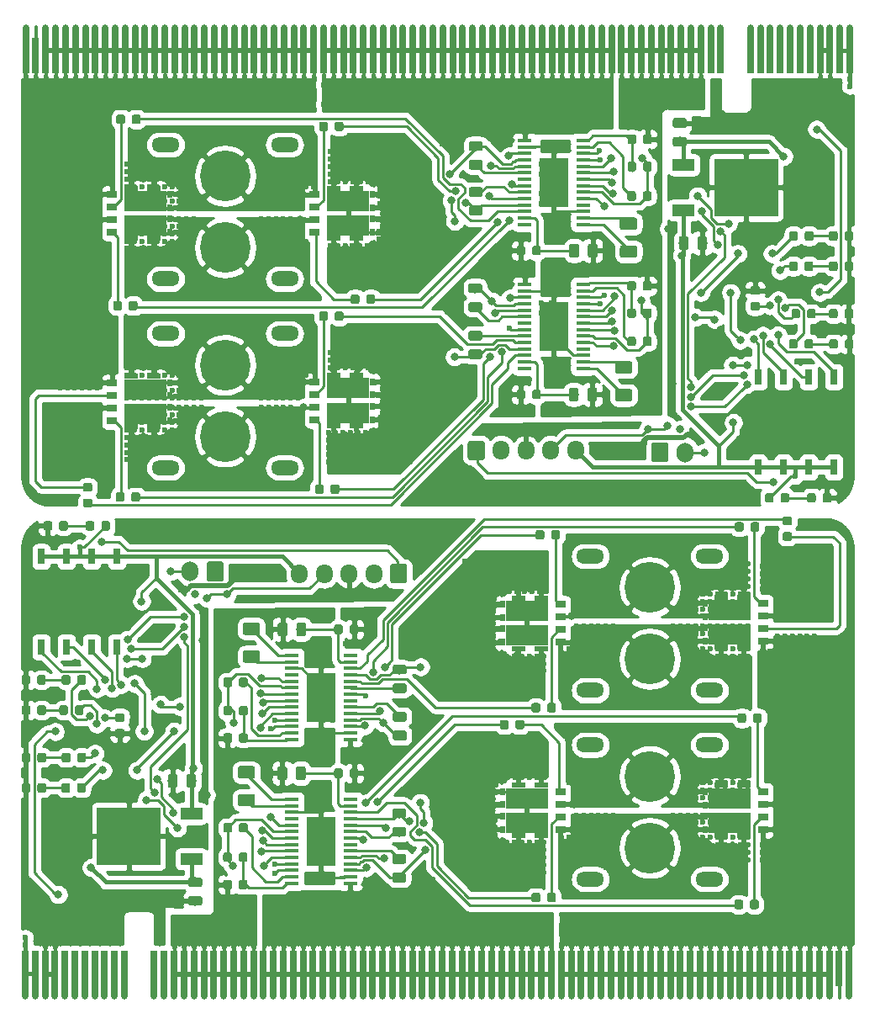
<source format=gtl>
G04 #@! TF.GenerationSoftware,KiCad,Pcbnew,(5.1.4)-1*
G04 #@! TF.CreationDate,2019-12-04T01:37:38+09:00*
G04 #@! TF.ProjectId,CAN_Dual_MDexpress,43414e5f-4475-4616-9c5f-4d4465787072,rev?*
G04 #@! TF.SameCoordinates,Original*
G04 #@! TF.FileFunction,Copper,L1,Top*
G04 #@! TF.FilePolarity,Positive*
%FSLAX46Y46*%
G04 Gerber Fmt 4.6, Leading zero omitted, Abs format (unit mm)*
G04 Created by KiCad (PCBNEW (5.1.4)-1) date 2019-12-04 01:37:38*
%MOMM*%
%LPD*%
G04 APERTURE LIST*
%ADD10C,0.100000*%
%ADD11C,1.250000*%
%ADD12R,3.000000X5.000000*%
%ADD13R,1.475000X0.450000*%
%ADD14C,0.875000*%
%ADD15C,0.975000*%
%ADD16R,4.280000X2.080000*%
%ADD17R,1.400000X0.495000*%
%ADD18R,0.560000X0.750000*%
%ADD19R,1.000000X0.750000*%
%ADD20C,5.100000*%
%ADD21O,2.800000X1.500000*%
%ADD22R,2.200000X1.200000*%
%ADD23R,6.400000X5.800000*%
%ADD24R,0.800000X1.600000*%
%ADD25C,1.700000*%
%ADD26O,1.700000X1.950000*%
%ADD27O,1.700000X2.000000*%
%ADD28C,0.650000*%
%ADD29R,0.650000X4.600000*%
%ADD30R,0.650000X3.600000*%
%ADD31C,0.800000*%
%ADD32C,0.600000*%
%ADD33C,0.250000*%
%ADD34C,0.500000*%
%ADD35C,0.400000*%
%ADD36C,0.254000*%
G04 APERTURE END LIST*
D10*
G36*
X182399504Y-55376204D02*
G01*
X182423773Y-55379804D01*
X182447571Y-55385765D01*
X182470671Y-55394030D01*
X182492849Y-55404520D01*
X182513893Y-55417133D01*
X182533598Y-55431747D01*
X182551777Y-55448223D01*
X182568253Y-55466402D01*
X182582867Y-55486107D01*
X182595480Y-55507151D01*
X182605970Y-55529329D01*
X182614235Y-55552429D01*
X182620196Y-55576227D01*
X182623796Y-55600496D01*
X182625000Y-55625000D01*
X182625000Y-56375000D01*
X182623796Y-56399504D01*
X182620196Y-56423773D01*
X182614235Y-56447571D01*
X182605970Y-56470671D01*
X182595480Y-56492849D01*
X182582867Y-56513893D01*
X182568253Y-56533598D01*
X182551777Y-56551777D01*
X182533598Y-56568253D01*
X182513893Y-56582867D01*
X182492849Y-56595480D01*
X182470671Y-56605970D01*
X182447571Y-56614235D01*
X182423773Y-56620196D01*
X182399504Y-56623796D01*
X182375000Y-56625000D01*
X181125000Y-56625000D01*
X181100496Y-56623796D01*
X181076227Y-56620196D01*
X181052429Y-56614235D01*
X181029329Y-56605970D01*
X181007151Y-56595480D01*
X180986107Y-56582867D01*
X180966402Y-56568253D01*
X180948223Y-56551777D01*
X180931747Y-56533598D01*
X180917133Y-56513893D01*
X180904520Y-56492849D01*
X180894030Y-56470671D01*
X180885765Y-56447571D01*
X180879804Y-56423773D01*
X180876204Y-56399504D01*
X180875000Y-56375000D01*
X180875000Y-55625000D01*
X180876204Y-55600496D01*
X180879804Y-55576227D01*
X180885765Y-55552429D01*
X180894030Y-55529329D01*
X180904520Y-55507151D01*
X180917133Y-55486107D01*
X180931747Y-55466402D01*
X180948223Y-55448223D01*
X180966402Y-55431747D01*
X180986107Y-55417133D01*
X181007151Y-55404520D01*
X181029329Y-55394030D01*
X181052429Y-55385765D01*
X181076227Y-55379804D01*
X181100496Y-55376204D01*
X181125000Y-55375000D01*
X182375000Y-55375000D01*
X182399504Y-55376204D01*
X182399504Y-55376204D01*
G37*
D11*
X181750000Y-56000000D03*
D10*
G36*
X182399504Y-58176204D02*
G01*
X182423773Y-58179804D01*
X182447571Y-58185765D01*
X182470671Y-58194030D01*
X182492849Y-58204520D01*
X182513893Y-58217133D01*
X182533598Y-58231747D01*
X182551777Y-58248223D01*
X182568253Y-58266402D01*
X182582867Y-58286107D01*
X182595480Y-58307151D01*
X182605970Y-58329329D01*
X182614235Y-58352429D01*
X182620196Y-58376227D01*
X182623796Y-58400496D01*
X182625000Y-58425000D01*
X182625000Y-59175000D01*
X182623796Y-59199504D01*
X182620196Y-59223773D01*
X182614235Y-59247571D01*
X182605970Y-59270671D01*
X182595480Y-59292849D01*
X182582867Y-59313893D01*
X182568253Y-59333598D01*
X182551777Y-59351777D01*
X182533598Y-59368253D01*
X182513893Y-59382867D01*
X182492849Y-59395480D01*
X182470671Y-59405970D01*
X182447571Y-59414235D01*
X182423773Y-59420196D01*
X182399504Y-59423796D01*
X182375000Y-59425000D01*
X181125000Y-59425000D01*
X181100496Y-59423796D01*
X181076227Y-59420196D01*
X181052429Y-59414235D01*
X181029329Y-59405970D01*
X181007151Y-59395480D01*
X180986107Y-59382867D01*
X180966402Y-59368253D01*
X180948223Y-59351777D01*
X180931747Y-59333598D01*
X180917133Y-59313893D01*
X180904520Y-59292849D01*
X180894030Y-59270671D01*
X180885765Y-59247571D01*
X180879804Y-59223773D01*
X180876204Y-59199504D01*
X180875000Y-59175000D01*
X180875000Y-58425000D01*
X180876204Y-58400496D01*
X180879804Y-58376227D01*
X180885765Y-58352429D01*
X180894030Y-58329329D01*
X180904520Y-58307151D01*
X180917133Y-58286107D01*
X180931747Y-58266402D01*
X180948223Y-58248223D01*
X180966402Y-58231747D01*
X180986107Y-58217133D01*
X181007151Y-58204520D01*
X181029329Y-58194030D01*
X181052429Y-58185765D01*
X181076227Y-58179804D01*
X181100496Y-58176204D01*
X181125000Y-58175000D01*
X182375000Y-58175000D01*
X182399504Y-58176204D01*
X182399504Y-58176204D01*
G37*
D11*
X181750000Y-58800000D03*
D12*
X174228000Y-51848000D03*
D13*
X177166000Y-47623000D03*
X177166000Y-48273000D03*
X177166000Y-48923000D03*
X177166000Y-49573000D03*
X177166000Y-50223000D03*
X177166000Y-50873000D03*
X177166000Y-51523000D03*
X177166000Y-52173000D03*
X177166000Y-52823000D03*
X177166000Y-53473000D03*
X177166000Y-54123000D03*
X177166000Y-54773000D03*
X177166000Y-55423000D03*
X177166000Y-56073000D03*
X171290000Y-56073000D03*
X171290000Y-55423000D03*
X171290000Y-54773000D03*
X171290000Y-54123000D03*
X171290000Y-53473000D03*
X171290000Y-52823000D03*
X171290000Y-52173000D03*
X171290000Y-51523000D03*
X171290000Y-50873000D03*
X171290000Y-50223000D03*
X171290000Y-49573000D03*
X171290000Y-48923000D03*
X171290000Y-48273000D03*
X171290000Y-47623000D03*
D10*
G36*
X156015191Y-63126053D02*
G01*
X156036426Y-63129203D01*
X156057250Y-63134419D01*
X156077462Y-63141651D01*
X156096868Y-63150830D01*
X156115281Y-63161866D01*
X156132524Y-63174654D01*
X156148430Y-63189070D01*
X156162846Y-63204976D01*
X156175634Y-63222219D01*
X156186670Y-63240632D01*
X156195849Y-63260038D01*
X156203081Y-63280250D01*
X156208297Y-63301074D01*
X156211447Y-63322309D01*
X156212500Y-63343750D01*
X156212500Y-63856250D01*
X156211447Y-63877691D01*
X156208297Y-63898926D01*
X156203081Y-63919750D01*
X156195849Y-63939962D01*
X156186670Y-63959368D01*
X156175634Y-63977781D01*
X156162846Y-63995024D01*
X156148430Y-64010930D01*
X156132524Y-64025346D01*
X156115281Y-64038134D01*
X156096868Y-64049170D01*
X156077462Y-64058349D01*
X156057250Y-64065581D01*
X156036426Y-64070797D01*
X156015191Y-64073947D01*
X155993750Y-64075000D01*
X155556250Y-64075000D01*
X155534809Y-64073947D01*
X155513574Y-64070797D01*
X155492750Y-64065581D01*
X155472538Y-64058349D01*
X155453132Y-64049170D01*
X155434719Y-64038134D01*
X155417476Y-64025346D01*
X155401570Y-64010930D01*
X155387154Y-63995024D01*
X155374366Y-63977781D01*
X155363330Y-63959368D01*
X155354151Y-63939962D01*
X155346919Y-63919750D01*
X155341703Y-63898926D01*
X155338553Y-63877691D01*
X155337500Y-63856250D01*
X155337500Y-63343750D01*
X155338553Y-63322309D01*
X155341703Y-63301074D01*
X155346919Y-63280250D01*
X155354151Y-63260038D01*
X155363330Y-63240632D01*
X155374366Y-63222219D01*
X155387154Y-63204976D01*
X155401570Y-63189070D01*
X155417476Y-63174654D01*
X155434719Y-63161866D01*
X155453132Y-63150830D01*
X155472538Y-63141651D01*
X155492750Y-63134419D01*
X155513574Y-63129203D01*
X155534809Y-63126053D01*
X155556250Y-63125000D01*
X155993750Y-63125000D01*
X156015191Y-63126053D01*
X156015191Y-63126053D01*
G37*
D14*
X155775000Y-63600000D03*
D10*
G36*
X154440191Y-63126053D02*
G01*
X154461426Y-63129203D01*
X154482250Y-63134419D01*
X154502462Y-63141651D01*
X154521868Y-63150830D01*
X154540281Y-63161866D01*
X154557524Y-63174654D01*
X154573430Y-63189070D01*
X154587846Y-63204976D01*
X154600634Y-63222219D01*
X154611670Y-63240632D01*
X154620849Y-63260038D01*
X154628081Y-63280250D01*
X154633297Y-63301074D01*
X154636447Y-63322309D01*
X154637500Y-63343750D01*
X154637500Y-63856250D01*
X154636447Y-63877691D01*
X154633297Y-63898926D01*
X154628081Y-63919750D01*
X154620849Y-63939962D01*
X154611670Y-63959368D01*
X154600634Y-63977781D01*
X154587846Y-63995024D01*
X154573430Y-64010930D01*
X154557524Y-64025346D01*
X154540281Y-64038134D01*
X154521868Y-64049170D01*
X154502462Y-64058349D01*
X154482250Y-64065581D01*
X154461426Y-64070797D01*
X154440191Y-64073947D01*
X154418750Y-64075000D01*
X153981250Y-64075000D01*
X153959809Y-64073947D01*
X153938574Y-64070797D01*
X153917750Y-64065581D01*
X153897538Y-64058349D01*
X153878132Y-64049170D01*
X153859719Y-64038134D01*
X153842476Y-64025346D01*
X153826570Y-64010930D01*
X153812154Y-63995024D01*
X153799366Y-63977781D01*
X153788330Y-63959368D01*
X153779151Y-63939962D01*
X153771919Y-63919750D01*
X153766703Y-63898926D01*
X153763553Y-63877691D01*
X153762500Y-63856250D01*
X153762500Y-63343750D01*
X153763553Y-63322309D01*
X153766703Y-63301074D01*
X153771919Y-63280250D01*
X153779151Y-63260038D01*
X153788330Y-63240632D01*
X153799366Y-63222219D01*
X153812154Y-63204976D01*
X153826570Y-63189070D01*
X153842476Y-63174654D01*
X153859719Y-63161866D01*
X153878132Y-63150830D01*
X153897538Y-63141651D01*
X153917750Y-63134419D01*
X153938574Y-63129203D01*
X153959809Y-63126053D01*
X153981250Y-63125000D01*
X154418750Y-63125000D01*
X154440191Y-63126053D01*
X154440191Y-63126053D01*
G37*
D14*
X154200000Y-63600000D03*
D10*
G36*
X183891691Y-47026053D02*
G01*
X183912926Y-47029203D01*
X183933750Y-47034419D01*
X183953962Y-47041651D01*
X183973368Y-47050830D01*
X183991781Y-47061866D01*
X184009024Y-47074654D01*
X184024930Y-47089070D01*
X184039346Y-47104976D01*
X184052134Y-47122219D01*
X184063170Y-47140632D01*
X184072349Y-47160038D01*
X184079581Y-47180250D01*
X184084797Y-47201074D01*
X184087947Y-47222309D01*
X184089000Y-47243750D01*
X184089000Y-47756250D01*
X184087947Y-47777691D01*
X184084797Y-47798926D01*
X184079581Y-47819750D01*
X184072349Y-47839962D01*
X184063170Y-47859368D01*
X184052134Y-47877781D01*
X184039346Y-47895024D01*
X184024930Y-47910930D01*
X184009024Y-47925346D01*
X183991781Y-47938134D01*
X183973368Y-47949170D01*
X183953962Y-47958349D01*
X183933750Y-47965581D01*
X183912926Y-47970797D01*
X183891691Y-47973947D01*
X183870250Y-47975000D01*
X183432750Y-47975000D01*
X183411309Y-47973947D01*
X183390074Y-47970797D01*
X183369250Y-47965581D01*
X183349038Y-47958349D01*
X183329632Y-47949170D01*
X183311219Y-47938134D01*
X183293976Y-47925346D01*
X183278070Y-47910930D01*
X183263654Y-47895024D01*
X183250866Y-47877781D01*
X183239830Y-47859368D01*
X183230651Y-47839962D01*
X183223419Y-47819750D01*
X183218203Y-47798926D01*
X183215053Y-47777691D01*
X183214000Y-47756250D01*
X183214000Y-47243750D01*
X183215053Y-47222309D01*
X183218203Y-47201074D01*
X183223419Y-47180250D01*
X183230651Y-47160038D01*
X183239830Y-47140632D01*
X183250866Y-47122219D01*
X183263654Y-47104976D01*
X183278070Y-47089070D01*
X183293976Y-47074654D01*
X183311219Y-47061866D01*
X183329632Y-47050830D01*
X183349038Y-47041651D01*
X183369250Y-47034419D01*
X183390074Y-47029203D01*
X183411309Y-47026053D01*
X183432750Y-47025000D01*
X183870250Y-47025000D01*
X183891691Y-47026053D01*
X183891691Y-47026053D01*
G37*
D14*
X183651500Y-47500000D03*
D10*
G36*
X182316691Y-47026053D02*
G01*
X182337926Y-47029203D01*
X182358750Y-47034419D01*
X182378962Y-47041651D01*
X182398368Y-47050830D01*
X182416781Y-47061866D01*
X182434024Y-47074654D01*
X182449930Y-47089070D01*
X182464346Y-47104976D01*
X182477134Y-47122219D01*
X182488170Y-47140632D01*
X182497349Y-47160038D01*
X182504581Y-47180250D01*
X182509797Y-47201074D01*
X182512947Y-47222309D01*
X182514000Y-47243750D01*
X182514000Y-47756250D01*
X182512947Y-47777691D01*
X182509797Y-47798926D01*
X182504581Y-47819750D01*
X182497349Y-47839962D01*
X182488170Y-47859368D01*
X182477134Y-47877781D01*
X182464346Y-47895024D01*
X182449930Y-47910930D01*
X182434024Y-47925346D01*
X182416781Y-47938134D01*
X182398368Y-47949170D01*
X182378962Y-47958349D01*
X182358750Y-47965581D01*
X182337926Y-47970797D01*
X182316691Y-47973947D01*
X182295250Y-47975000D01*
X181857750Y-47975000D01*
X181836309Y-47973947D01*
X181815074Y-47970797D01*
X181794250Y-47965581D01*
X181774038Y-47958349D01*
X181754632Y-47949170D01*
X181736219Y-47938134D01*
X181718976Y-47925346D01*
X181703070Y-47910930D01*
X181688654Y-47895024D01*
X181675866Y-47877781D01*
X181664830Y-47859368D01*
X181655651Y-47839962D01*
X181648419Y-47819750D01*
X181643203Y-47798926D01*
X181640053Y-47777691D01*
X181639000Y-47756250D01*
X181639000Y-47243750D01*
X181640053Y-47222309D01*
X181643203Y-47201074D01*
X181648419Y-47180250D01*
X181655651Y-47160038D01*
X181664830Y-47140632D01*
X181675866Y-47122219D01*
X181688654Y-47104976D01*
X181703070Y-47089070D01*
X181718976Y-47074654D01*
X181736219Y-47061866D01*
X181754632Y-47050830D01*
X181774038Y-47041651D01*
X181794250Y-47034419D01*
X181815074Y-47029203D01*
X181836309Y-47026053D01*
X181857750Y-47025000D01*
X182295250Y-47025000D01*
X182316691Y-47026053D01*
X182316691Y-47026053D01*
G37*
D14*
X182076500Y-47500000D03*
D10*
G36*
X178367642Y-72485174D02*
G01*
X178391303Y-72488684D01*
X178414507Y-72494496D01*
X178437029Y-72502554D01*
X178458653Y-72512782D01*
X178479170Y-72525079D01*
X178498383Y-72539329D01*
X178516107Y-72555393D01*
X178532171Y-72573117D01*
X178546421Y-72592330D01*
X178558718Y-72612847D01*
X178568946Y-72634471D01*
X178577004Y-72656993D01*
X178582816Y-72680197D01*
X178586326Y-72703858D01*
X178587500Y-72727750D01*
X178587500Y-73640250D01*
X178586326Y-73664142D01*
X178582816Y-73687803D01*
X178577004Y-73711007D01*
X178568946Y-73733529D01*
X178558718Y-73755153D01*
X178546421Y-73775670D01*
X178532171Y-73794883D01*
X178516107Y-73812607D01*
X178498383Y-73828671D01*
X178479170Y-73842921D01*
X178458653Y-73855218D01*
X178437029Y-73865446D01*
X178414507Y-73873504D01*
X178391303Y-73879316D01*
X178367642Y-73882826D01*
X178343750Y-73884000D01*
X177856250Y-73884000D01*
X177832358Y-73882826D01*
X177808697Y-73879316D01*
X177785493Y-73873504D01*
X177762971Y-73865446D01*
X177741347Y-73855218D01*
X177720830Y-73842921D01*
X177701617Y-73828671D01*
X177683893Y-73812607D01*
X177667829Y-73794883D01*
X177653579Y-73775670D01*
X177641282Y-73755153D01*
X177631054Y-73733529D01*
X177622996Y-73711007D01*
X177617184Y-73687803D01*
X177613674Y-73664142D01*
X177612500Y-73640250D01*
X177612500Y-72727750D01*
X177613674Y-72703858D01*
X177617184Y-72680197D01*
X177622996Y-72656993D01*
X177631054Y-72634471D01*
X177641282Y-72612847D01*
X177653579Y-72592330D01*
X177667829Y-72573117D01*
X177683893Y-72555393D01*
X177701617Y-72539329D01*
X177720830Y-72525079D01*
X177741347Y-72512782D01*
X177762971Y-72502554D01*
X177785493Y-72494496D01*
X177808697Y-72488684D01*
X177832358Y-72485174D01*
X177856250Y-72484000D01*
X178343750Y-72484000D01*
X178367642Y-72485174D01*
X178367642Y-72485174D01*
G37*
D15*
X178100000Y-73184000D03*
D10*
G36*
X176492642Y-72485174D02*
G01*
X176516303Y-72488684D01*
X176539507Y-72494496D01*
X176562029Y-72502554D01*
X176583653Y-72512782D01*
X176604170Y-72525079D01*
X176623383Y-72539329D01*
X176641107Y-72555393D01*
X176657171Y-72573117D01*
X176671421Y-72592330D01*
X176683718Y-72612847D01*
X176693946Y-72634471D01*
X176702004Y-72656993D01*
X176707816Y-72680197D01*
X176711326Y-72703858D01*
X176712500Y-72727750D01*
X176712500Y-73640250D01*
X176711326Y-73664142D01*
X176707816Y-73687803D01*
X176702004Y-73711007D01*
X176693946Y-73733529D01*
X176683718Y-73755153D01*
X176671421Y-73775670D01*
X176657171Y-73794883D01*
X176641107Y-73812607D01*
X176623383Y-73828671D01*
X176604170Y-73842921D01*
X176583653Y-73855218D01*
X176562029Y-73865446D01*
X176539507Y-73873504D01*
X176516303Y-73879316D01*
X176492642Y-73882826D01*
X176468750Y-73884000D01*
X175981250Y-73884000D01*
X175957358Y-73882826D01*
X175933697Y-73879316D01*
X175910493Y-73873504D01*
X175887971Y-73865446D01*
X175866347Y-73855218D01*
X175845830Y-73842921D01*
X175826617Y-73828671D01*
X175808893Y-73812607D01*
X175792829Y-73794883D01*
X175778579Y-73775670D01*
X175766282Y-73755153D01*
X175756054Y-73733529D01*
X175747996Y-73711007D01*
X175742184Y-73687803D01*
X175738674Y-73664142D01*
X175737500Y-73640250D01*
X175737500Y-72727750D01*
X175738674Y-72703858D01*
X175742184Y-72680197D01*
X175747996Y-72656993D01*
X175756054Y-72634471D01*
X175766282Y-72612847D01*
X175778579Y-72592330D01*
X175792829Y-72573117D01*
X175808893Y-72555393D01*
X175826617Y-72539329D01*
X175845830Y-72525079D01*
X175866347Y-72512782D01*
X175887971Y-72502554D01*
X175910493Y-72494496D01*
X175933697Y-72488684D01*
X175957358Y-72485174D01*
X175981250Y-72484000D01*
X176468750Y-72484000D01*
X176492642Y-72485174D01*
X176492642Y-72485174D01*
G37*
D15*
X176225000Y-73184000D03*
D10*
G36*
X204182191Y-56760053D02*
G01*
X204203426Y-56763203D01*
X204224250Y-56768419D01*
X204244462Y-56775651D01*
X204263868Y-56784830D01*
X204282281Y-56795866D01*
X204299524Y-56808654D01*
X204315430Y-56823070D01*
X204329846Y-56838976D01*
X204342634Y-56856219D01*
X204353670Y-56874632D01*
X204362849Y-56894038D01*
X204370081Y-56914250D01*
X204375297Y-56935074D01*
X204378447Y-56956309D01*
X204379500Y-56977750D01*
X204379500Y-57490250D01*
X204378447Y-57511691D01*
X204375297Y-57532926D01*
X204370081Y-57553750D01*
X204362849Y-57573962D01*
X204353670Y-57593368D01*
X204342634Y-57611781D01*
X204329846Y-57629024D01*
X204315430Y-57644930D01*
X204299524Y-57659346D01*
X204282281Y-57672134D01*
X204263868Y-57683170D01*
X204244462Y-57692349D01*
X204224250Y-57699581D01*
X204203426Y-57704797D01*
X204182191Y-57707947D01*
X204160750Y-57709000D01*
X203723250Y-57709000D01*
X203701809Y-57707947D01*
X203680574Y-57704797D01*
X203659750Y-57699581D01*
X203639538Y-57692349D01*
X203620132Y-57683170D01*
X203601719Y-57672134D01*
X203584476Y-57659346D01*
X203568570Y-57644930D01*
X203554154Y-57629024D01*
X203541366Y-57611781D01*
X203530330Y-57593368D01*
X203521151Y-57573962D01*
X203513919Y-57553750D01*
X203508703Y-57532926D01*
X203505553Y-57511691D01*
X203504500Y-57490250D01*
X203504500Y-56977750D01*
X203505553Y-56956309D01*
X203508703Y-56935074D01*
X203513919Y-56914250D01*
X203521151Y-56894038D01*
X203530330Y-56874632D01*
X203541366Y-56856219D01*
X203554154Y-56838976D01*
X203568570Y-56823070D01*
X203584476Y-56808654D01*
X203601719Y-56795866D01*
X203620132Y-56784830D01*
X203639538Y-56775651D01*
X203659750Y-56768419D01*
X203680574Y-56763203D01*
X203701809Y-56760053D01*
X203723250Y-56759000D01*
X204160750Y-56759000D01*
X204182191Y-56760053D01*
X204182191Y-56760053D01*
G37*
D14*
X203942000Y-57234000D03*
D10*
G36*
X202607191Y-56760053D02*
G01*
X202628426Y-56763203D01*
X202649250Y-56768419D01*
X202669462Y-56775651D01*
X202688868Y-56784830D01*
X202707281Y-56795866D01*
X202724524Y-56808654D01*
X202740430Y-56823070D01*
X202754846Y-56838976D01*
X202767634Y-56856219D01*
X202778670Y-56874632D01*
X202787849Y-56894038D01*
X202795081Y-56914250D01*
X202800297Y-56935074D01*
X202803447Y-56956309D01*
X202804500Y-56977750D01*
X202804500Y-57490250D01*
X202803447Y-57511691D01*
X202800297Y-57532926D01*
X202795081Y-57553750D01*
X202787849Y-57573962D01*
X202778670Y-57593368D01*
X202767634Y-57611781D01*
X202754846Y-57629024D01*
X202740430Y-57644930D01*
X202724524Y-57659346D01*
X202707281Y-57672134D01*
X202688868Y-57683170D01*
X202669462Y-57692349D01*
X202649250Y-57699581D01*
X202628426Y-57704797D01*
X202607191Y-57707947D01*
X202585750Y-57709000D01*
X202148250Y-57709000D01*
X202126809Y-57707947D01*
X202105574Y-57704797D01*
X202084750Y-57699581D01*
X202064538Y-57692349D01*
X202045132Y-57683170D01*
X202026719Y-57672134D01*
X202009476Y-57659346D01*
X201993570Y-57644930D01*
X201979154Y-57629024D01*
X201966366Y-57611781D01*
X201955330Y-57593368D01*
X201946151Y-57573962D01*
X201938919Y-57553750D01*
X201933703Y-57532926D01*
X201930553Y-57511691D01*
X201929500Y-57490250D01*
X201929500Y-56977750D01*
X201930553Y-56956309D01*
X201933703Y-56935074D01*
X201938919Y-56914250D01*
X201946151Y-56894038D01*
X201955330Y-56874632D01*
X201966366Y-56856219D01*
X201979154Y-56838976D01*
X201993570Y-56823070D01*
X202009476Y-56808654D01*
X202026719Y-56795866D01*
X202045132Y-56784830D01*
X202064538Y-56775651D01*
X202084750Y-56768419D01*
X202105574Y-56763203D01*
X202126809Y-56760053D01*
X202148250Y-56759000D01*
X202585750Y-56759000D01*
X202607191Y-56760053D01*
X202607191Y-56760053D01*
G37*
D14*
X202367000Y-57234000D03*
D10*
G36*
X166842142Y-54188674D02*
G01*
X166865803Y-54192184D01*
X166889007Y-54197996D01*
X166911529Y-54206054D01*
X166933153Y-54216282D01*
X166953670Y-54228579D01*
X166972883Y-54242829D01*
X166990607Y-54258893D01*
X167006671Y-54276617D01*
X167020921Y-54295830D01*
X167033218Y-54316347D01*
X167043446Y-54337971D01*
X167051504Y-54360493D01*
X167057316Y-54383697D01*
X167060826Y-54407358D01*
X167062000Y-54431250D01*
X167062000Y-54918750D01*
X167060826Y-54942642D01*
X167057316Y-54966303D01*
X167051504Y-54989507D01*
X167043446Y-55012029D01*
X167033218Y-55033653D01*
X167020921Y-55054170D01*
X167006671Y-55073383D01*
X166990607Y-55091107D01*
X166972883Y-55107171D01*
X166953670Y-55121421D01*
X166933153Y-55133718D01*
X166911529Y-55143946D01*
X166889007Y-55152004D01*
X166865803Y-55157816D01*
X166842142Y-55161326D01*
X166818250Y-55162500D01*
X165905750Y-55162500D01*
X165881858Y-55161326D01*
X165858197Y-55157816D01*
X165834993Y-55152004D01*
X165812471Y-55143946D01*
X165790847Y-55133718D01*
X165770330Y-55121421D01*
X165751117Y-55107171D01*
X165733393Y-55091107D01*
X165717329Y-55073383D01*
X165703079Y-55054170D01*
X165690782Y-55033653D01*
X165680554Y-55012029D01*
X165672496Y-54989507D01*
X165666684Y-54966303D01*
X165663174Y-54942642D01*
X165662000Y-54918750D01*
X165662000Y-54431250D01*
X165663174Y-54407358D01*
X165666684Y-54383697D01*
X165672496Y-54360493D01*
X165680554Y-54337971D01*
X165690782Y-54316347D01*
X165703079Y-54295830D01*
X165717329Y-54276617D01*
X165733393Y-54258893D01*
X165751117Y-54242829D01*
X165770330Y-54228579D01*
X165790847Y-54216282D01*
X165812471Y-54206054D01*
X165834993Y-54197996D01*
X165858197Y-54192184D01*
X165881858Y-54188674D01*
X165905750Y-54187500D01*
X166818250Y-54187500D01*
X166842142Y-54188674D01*
X166842142Y-54188674D01*
G37*
D15*
X166362000Y-54675000D03*
D10*
G36*
X166842142Y-52313674D02*
G01*
X166865803Y-52317184D01*
X166889007Y-52322996D01*
X166911529Y-52331054D01*
X166933153Y-52341282D01*
X166953670Y-52353579D01*
X166972883Y-52367829D01*
X166990607Y-52383893D01*
X167006671Y-52401617D01*
X167020921Y-52420830D01*
X167033218Y-52441347D01*
X167043446Y-52462971D01*
X167051504Y-52485493D01*
X167057316Y-52508697D01*
X167060826Y-52532358D01*
X167062000Y-52556250D01*
X167062000Y-53043750D01*
X167060826Y-53067642D01*
X167057316Y-53091303D01*
X167051504Y-53114507D01*
X167043446Y-53137029D01*
X167033218Y-53158653D01*
X167020921Y-53179170D01*
X167006671Y-53198383D01*
X166990607Y-53216107D01*
X166972883Y-53232171D01*
X166953670Y-53246421D01*
X166933153Y-53258718D01*
X166911529Y-53268946D01*
X166889007Y-53277004D01*
X166865803Y-53282816D01*
X166842142Y-53286326D01*
X166818250Y-53287500D01*
X165905750Y-53287500D01*
X165881858Y-53286326D01*
X165858197Y-53282816D01*
X165834993Y-53277004D01*
X165812471Y-53268946D01*
X165790847Y-53258718D01*
X165770330Y-53246421D01*
X165751117Y-53232171D01*
X165733393Y-53216107D01*
X165717329Y-53198383D01*
X165703079Y-53179170D01*
X165690782Y-53158653D01*
X165680554Y-53137029D01*
X165672496Y-53114507D01*
X165666684Y-53091303D01*
X165663174Y-53067642D01*
X165662000Y-53043750D01*
X165662000Y-52556250D01*
X165663174Y-52532358D01*
X165666684Y-52508697D01*
X165672496Y-52485493D01*
X165680554Y-52462971D01*
X165690782Y-52441347D01*
X165703079Y-52420830D01*
X165717329Y-52401617D01*
X165733393Y-52383893D01*
X165751117Y-52367829D01*
X165770330Y-52353579D01*
X165790847Y-52341282D01*
X165812471Y-52331054D01*
X165834993Y-52322996D01*
X165858197Y-52317184D01*
X165881858Y-52313674D01*
X165905750Y-52312500D01*
X166818250Y-52312500D01*
X166842142Y-52313674D01*
X166842142Y-52313674D01*
G37*
D15*
X166362000Y-52800000D03*
D10*
G36*
X196165191Y-83124053D02*
G01*
X196186426Y-83127203D01*
X196207250Y-83132419D01*
X196227462Y-83139651D01*
X196246868Y-83148830D01*
X196265281Y-83159866D01*
X196282524Y-83172654D01*
X196298430Y-83187070D01*
X196312846Y-83202976D01*
X196325634Y-83220219D01*
X196336670Y-83238632D01*
X196345849Y-83258038D01*
X196353081Y-83278250D01*
X196358297Y-83299074D01*
X196361447Y-83320309D01*
X196362500Y-83341750D01*
X196362500Y-83854250D01*
X196361447Y-83875691D01*
X196358297Y-83896926D01*
X196353081Y-83917750D01*
X196345849Y-83937962D01*
X196336670Y-83957368D01*
X196325634Y-83975781D01*
X196312846Y-83993024D01*
X196298430Y-84008930D01*
X196282524Y-84023346D01*
X196265281Y-84036134D01*
X196246868Y-84047170D01*
X196227462Y-84056349D01*
X196207250Y-84063581D01*
X196186426Y-84068797D01*
X196165191Y-84071947D01*
X196143750Y-84073000D01*
X195706250Y-84073000D01*
X195684809Y-84071947D01*
X195663574Y-84068797D01*
X195642750Y-84063581D01*
X195622538Y-84056349D01*
X195603132Y-84047170D01*
X195584719Y-84036134D01*
X195567476Y-84023346D01*
X195551570Y-84008930D01*
X195537154Y-83993024D01*
X195524366Y-83975781D01*
X195513330Y-83957368D01*
X195504151Y-83937962D01*
X195496919Y-83917750D01*
X195491703Y-83896926D01*
X195488553Y-83875691D01*
X195487500Y-83854250D01*
X195487500Y-83341750D01*
X195488553Y-83320309D01*
X195491703Y-83299074D01*
X195496919Y-83278250D01*
X195504151Y-83258038D01*
X195513330Y-83238632D01*
X195524366Y-83220219D01*
X195537154Y-83202976D01*
X195551570Y-83187070D01*
X195567476Y-83172654D01*
X195584719Y-83159866D01*
X195603132Y-83148830D01*
X195622538Y-83139651D01*
X195642750Y-83132419D01*
X195663574Y-83127203D01*
X195684809Y-83124053D01*
X195706250Y-83123000D01*
X196143750Y-83123000D01*
X196165191Y-83124053D01*
X196165191Y-83124053D01*
G37*
D14*
X195925000Y-83598000D03*
D10*
G36*
X197740191Y-83124053D02*
G01*
X197761426Y-83127203D01*
X197782250Y-83132419D01*
X197802462Y-83139651D01*
X197821868Y-83148830D01*
X197840281Y-83159866D01*
X197857524Y-83172654D01*
X197873430Y-83187070D01*
X197887846Y-83202976D01*
X197900634Y-83220219D01*
X197911670Y-83238632D01*
X197920849Y-83258038D01*
X197928081Y-83278250D01*
X197933297Y-83299074D01*
X197936447Y-83320309D01*
X197937500Y-83341750D01*
X197937500Y-83854250D01*
X197936447Y-83875691D01*
X197933297Y-83896926D01*
X197928081Y-83917750D01*
X197920849Y-83937962D01*
X197911670Y-83957368D01*
X197900634Y-83975781D01*
X197887846Y-83993024D01*
X197873430Y-84008930D01*
X197857524Y-84023346D01*
X197840281Y-84036134D01*
X197821868Y-84047170D01*
X197802462Y-84056349D01*
X197782250Y-84063581D01*
X197761426Y-84068797D01*
X197740191Y-84071947D01*
X197718750Y-84073000D01*
X197281250Y-84073000D01*
X197259809Y-84071947D01*
X197238574Y-84068797D01*
X197217750Y-84063581D01*
X197197538Y-84056349D01*
X197178132Y-84047170D01*
X197159719Y-84036134D01*
X197142476Y-84023346D01*
X197126570Y-84008930D01*
X197112154Y-83993024D01*
X197099366Y-83975781D01*
X197088330Y-83957368D01*
X197079151Y-83937962D01*
X197071919Y-83917750D01*
X197066703Y-83896926D01*
X197063553Y-83875691D01*
X197062500Y-83854250D01*
X197062500Y-83341750D01*
X197063553Y-83320309D01*
X197066703Y-83299074D01*
X197071919Y-83278250D01*
X197079151Y-83258038D01*
X197088330Y-83238632D01*
X197099366Y-83220219D01*
X197112154Y-83202976D01*
X197126570Y-83187070D01*
X197142476Y-83172654D01*
X197159719Y-83159866D01*
X197178132Y-83148830D01*
X197197538Y-83139651D01*
X197217750Y-83132419D01*
X197238574Y-83127203D01*
X197259809Y-83124053D01*
X197281250Y-83123000D01*
X197718750Y-83123000D01*
X197740191Y-83124053D01*
X197740191Y-83124053D01*
G37*
D14*
X197500000Y-83598000D03*
D10*
G36*
X151252691Y-64826053D02*
G01*
X151273926Y-64829203D01*
X151294750Y-64834419D01*
X151314962Y-64841651D01*
X151334368Y-64850830D01*
X151352781Y-64861866D01*
X151370024Y-64874654D01*
X151385930Y-64889070D01*
X151400346Y-64904976D01*
X151413134Y-64922219D01*
X151424170Y-64940632D01*
X151433349Y-64960038D01*
X151440581Y-64980250D01*
X151445797Y-65001074D01*
X151448947Y-65022309D01*
X151450000Y-65043750D01*
X151450000Y-65556250D01*
X151448947Y-65577691D01*
X151445797Y-65598926D01*
X151440581Y-65619750D01*
X151433349Y-65639962D01*
X151424170Y-65659368D01*
X151413134Y-65677781D01*
X151400346Y-65695024D01*
X151385930Y-65710930D01*
X151370024Y-65725346D01*
X151352781Y-65738134D01*
X151334368Y-65749170D01*
X151314962Y-65758349D01*
X151294750Y-65765581D01*
X151273926Y-65770797D01*
X151252691Y-65773947D01*
X151231250Y-65775000D01*
X150793750Y-65775000D01*
X150772309Y-65773947D01*
X150751074Y-65770797D01*
X150730250Y-65765581D01*
X150710038Y-65758349D01*
X150690632Y-65749170D01*
X150672219Y-65738134D01*
X150654976Y-65725346D01*
X150639070Y-65710930D01*
X150624654Y-65695024D01*
X150611866Y-65677781D01*
X150600830Y-65659368D01*
X150591651Y-65639962D01*
X150584419Y-65619750D01*
X150579203Y-65598926D01*
X150576053Y-65577691D01*
X150575000Y-65556250D01*
X150575000Y-65043750D01*
X150576053Y-65022309D01*
X150579203Y-65001074D01*
X150584419Y-64980250D01*
X150591651Y-64960038D01*
X150600830Y-64940632D01*
X150611866Y-64922219D01*
X150624654Y-64904976D01*
X150639070Y-64889070D01*
X150654976Y-64874654D01*
X150672219Y-64861866D01*
X150690632Y-64850830D01*
X150710038Y-64841651D01*
X150730250Y-64834419D01*
X150751074Y-64829203D01*
X150772309Y-64826053D01*
X150793750Y-64825000D01*
X151231250Y-64825000D01*
X151252691Y-64826053D01*
X151252691Y-64826053D01*
G37*
D14*
X151012500Y-65300000D03*
D10*
G36*
X152827691Y-64826053D02*
G01*
X152848926Y-64829203D01*
X152869750Y-64834419D01*
X152889962Y-64841651D01*
X152909368Y-64850830D01*
X152927781Y-64861866D01*
X152945024Y-64874654D01*
X152960930Y-64889070D01*
X152975346Y-64904976D01*
X152988134Y-64922219D01*
X152999170Y-64940632D01*
X153008349Y-64960038D01*
X153015581Y-64980250D01*
X153020797Y-65001074D01*
X153023947Y-65022309D01*
X153025000Y-65043750D01*
X153025000Y-65556250D01*
X153023947Y-65577691D01*
X153020797Y-65598926D01*
X153015581Y-65619750D01*
X153008349Y-65639962D01*
X152999170Y-65659368D01*
X152988134Y-65677781D01*
X152975346Y-65695024D01*
X152960930Y-65710930D01*
X152945024Y-65725346D01*
X152927781Y-65738134D01*
X152909368Y-65749170D01*
X152889962Y-65758349D01*
X152869750Y-65765581D01*
X152848926Y-65770797D01*
X152827691Y-65773947D01*
X152806250Y-65775000D01*
X152368750Y-65775000D01*
X152347309Y-65773947D01*
X152326074Y-65770797D01*
X152305250Y-65765581D01*
X152285038Y-65758349D01*
X152265632Y-65749170D01*
X152247219Y-65738134D01*
X152229976Y-65725346D01*
X152214070Y-65710930D01*
X152199654Y-65695024D01*
X152186866Y-65677781D01*
X152175830Y-65659368D01*
X152166651Y-65639962D01*
X152159419Y-65619750D01*
X152154203Y-65598926D01*
X152151053Y-65577691D01*
X152150000Y-65556250D01*
X152150000Y-65043750D01*
X152151053Y-65022309D01*
X152154203Y-65001074D01*
X152159419Y-64980250D01*
X152166651Y-64960038D01*
X152175830Y-64940632D01*
X152186866Y-64922219D01*
X152199654Y-64904976D01*
X152214070Y-64889070D01*
X152229976Y-64874654D01*
X152247219Y-64861866D01*
X152265632Y-64850830D01*
X152285038Y-64841651D01*
X152305250Y-64834419D01*
X152326074Y-64829203D01*
X152347309Y-64826053D01*
X152368750Y-64825000D01*
X152806250Y-64825000D01*
X152827691Y-64826053D01*
X152827691Y-64826053D01*
G37*
D14*
X152587500Y-65300000D03*
D12*
X174228000Y-66326000D03*
D13*
X177166000Y-62101000D03*
X177166000Y-62751000D03*
X177166000Y-63401000D03*
X177166000Y-64051000D03*
X177166000Y-64701000D03*
X177166000Y-65351000D03*
X177166000Y-66001000D03*
X177166000Y-66651000D03*
X177166000Y-67301000D03*
X177166000Y-67951000D03*
X177166000Y-68601000D03*
X177166000Y-69251000D03*
X177166000Y-69901000D03*
X177166000Y-70551000D03*
X171290000Y-70551000D03*
X171290000Y-69901000D03*
X171290000Y-69251000D03*
X171290000Y-68601000D03*
X171290000Y-67951000D03*
X171290000Y-67301000D03*
X171290000Y-66651000D03*
X171290000Y-66001000D03*
X171290000Y-65351000D03*
X171290000Y-64701000D03*
X171290000Y-64051000D03*
X171290000Y-63401000D03*
X171290000Y-62751000D03*
X171290000Y-62101000D03*
D10*
G36*
X176530142Y-58007174D02*
G01*
X176553803Y-58010684D01*
X176577007Y-58016496D01*
X176599529Y-58024554D01*
X176621153Y-58034782D01*
X176641670Y-58047079D01*
X176660883Y-58061329D01*
X176678607Y-58077393D01*
X176694671Y-58095117D01*
X176708921Y-58114330D01*
X176721218Y-58134847D01*
X176731446Y-58156471D01*
X176739504Y-58178993D01*
X176745316Y-58202197D01*
X176748826Y-58225858D01*
X176750000Y-58249750D01*
X176750000Y-59162250D01*
X176748826Y-59186142D01*
X176745316Y-59209803D01*
X176739504Y-59233007D01*
X176731446Y-59255529D01*
X176721218Y-59277153D01*
X176708921Y-59297670D01*
X176694671Y-59316883D01*
X176678607Y-59334607D01*
X176660883Y-59350671D01*
X176641670Y-59364921D01*
X176621153Y-59377218D01*
X176599529Y-59387446D01*
X176577007Y-59395504D01*
X176553803Y-59401316D01*
X176530142Y-59404826D01*
X176506250Y-59406000D01*
X176018750Y-59406000D01*
X175994858Y-59404826D01*
X175971197Y-59401316D01*
X175947993Y-59395504D01*
X175925471Y-59387446D01*
X175903847Y-59377218D01*
X175883330Y-59364921D01*
X175864117Y-59350671D01*
X175846393Y-59334607D01*
X175830329Y-59316883D01*
X175816079Y-59297670D01*
X175803782Y-59277153D01*
X175793554Y-59255529D01*
X175785496Y-59233007D01*
X175779684Y-59209803D01*
X175776174Y-59186142D01*
X175775000Y-59162250D01*
X175775000Y-58249750D01*
X175776174Y-58225858D01*
X175779684Y-58202197D01*
X175785496Y-58178993D01*
X175793554Y-58156471D01*
X175803782Y-58134847D01*
X175816079Y-58114330D01*
X175830329Y-58095117D01*
X175846393Y-58077393D01*
X175864117Y-58061329D01*
X175883330Y-58047079D01*
X175903847Y-58034782D01*
X175925471Y-58024554D01*
X175947993Y-58016496D01*
X175971197Y-58010684D01*
X175994858Y-58007174D01*
X176018750Y-58006000D01*
X176506250Y-58006000D01*
X176530142Y-58007174D01*
X176530142Y-58007174D01*
G37*
D15*
X176262500Y-58706000D03*
D10*
G36*
X178405142Y-58007174D02*
G01*
X178428803Y-58010684D01*
X178452007Y-58016496D01*
X178474529Y-58024554D01*
X178496153Y-58034782D01*
X178516670Y-58047079D01*
X178535883Y-58061329D01*
X178553607Y-58077393D01*
X178569671Y-58095117D01*
X178583921Y-58114330D01*
X178596218Y-58134847D01*
X178606446Y-58156471D01*
X178614504Y-58178993D01*
X178620316Y-58202197D01*
X178623826Y-58225858D01*
X178625000Y-58249750D01*
X178625000Y-59162250D01*
X178623826Y-59186142D01*
X178620316Y-59209803D01*
X178614504Y-59233007D01*
X178606446Y-59255529D01*
X178596218Y-59277153D01*
X178583921Y-59297670D01*
X178569671Y-59316883D01*
X178553607Y-59334607D01*
X178535883Y-59350671D01*
X178516670Y-59364921D01*
X178496153Y-59377218D01*
X178474529Y-59387446D01*
X178452007Y-59395504D01*
X178428803Y-59401316D01*
X178405142Y-59404826D01*
X178381250Y-59406000D01*
X177893750Y-59406000D01*
X177869858Y-59404826D01*
X177846197Y-59401316D01*
X177822993Y-59395504D01*
X177800471Y-59387446D01*
X177778847Y-59377218D01*
X177758330Y-59364921D01*
X177739117Y-59350671D01*
X177721393Y-59334607D01*
X177705329Y-59316883D01*
X177691079Y-59297670D01*
X177678782Y-59277153D01*
X177668554Y-59255529D01*
X177660496Y-59233007D01*
X177654684Y-59209803D01*
X177651174Y-59186142D01*
X177650000Y-59162250D01*
X177650000Y-58249750D01*
X177651174Y-58225858D01*
X177654684Y-58202197D01*
X177660496Y-58178993D01*
X177668554Y-58156471D01*
X177678782Y-58134847D01*
X177691079Y-58114330D01*
X177705329Y-58095117D01*
X177721393Y-58077393D01*
X177739117Y-58061329D01*
X177758330Y-58047079D01*
X177778847Y-58034782D01*
X177800471Y-58024554D01*
X177822993Y-58016496D01*
X177846197Y-58010684D01*
X177869858Y-58007174D01*
X177893750Y-58006000D01*
X178381250Y-58006000D01*
X178405142Y-58007174D01*
X178405142Y-58007174D01*
G37*
D15*
X178137500Y-58706000D03*
D10*
G36*
X166780142Y-63888674D02*
G01*
X166803803Y-63892184D01*
X166827007Y-63897996D01*
X166849529Y-63906054D01*
X166871153Y-63916282D01*
X166891670Y-63928579D01*
X166910883Y-63942829D01*
X166928607Y-63958893D01*
X166944671Y-63976617D01*
X166958921Y-63995830D01*
X166971218Y-64016347D01*
X166981446Y-64037971D01*
X166989504Y-64060493D01*
X166995316Y-64083697D01*
X166998826Y-64107358D01*
X167000000Y-64131250D01*
X167000000Y-64618750D01*
X166998826Y-64642642D01*
X166995316Y-64666303D01*
X166989504Y-64689507D01*
X166981446Y-64712029D01*
X166971218Y-64733653D01*
X166958921Y-64754170D01*
X166944671Y-64773383D01*
X166928607Y-64791107D01*
X166910883Y-64807171D01*
X166891670Y-64821421D01*
X166871153Y-64833718D01*
X166849529Y-64843946D01*
X166827007Y-64852004D01*
X166803803Y-64857816D01*
X166780142Y-64861326D01*
X166756250Y-64862500D01*
X165843750Y-64862500D01*
X165819858Y-64861326D01*
X165796197Y-64857816D01*
X165772993Y-64852004D01*
X165750471Y-64843946D01*
X165728847Y-64833718D01*
X165708330Y-64821421D01*
X165689117Y-64807171D01*
X165671393Y-64791107D01*
X165655329Y-64773383D01*
X165641079Y-64754170D01*
X165628782Y-64733653D01*
X165618554Y-64712029D01*
X165610496Y-64689507D01*
X165604684Y-64666303D01*
X165601174Y-64642642D01*
X165600000Y-64618750D01*
X165600000Y-64131250D01*
X165601174Y-64107358D01*
X165604684Y-64083697D01*
X165610496Y-64060493D01*
X165618554Y-64037971D01*
X165628782Y-64016347D01*
X165641079Y-63995830D01*
X165655329Y-63976617D01*
X165671393Y-63958893D01*
X165689117Y-63942829D01*
X165708330Y-63928579D01*
X165728847Y-63916282D01*
X165750471Y-63906054D01*
X165772993Y-63897996D01*
X165796197Y-63892184D01*
X165819858Y-63888674D01*
X165843750Y-63887500D01*
X166756250Y-63887500D01*
X166780142Y-63888674D01*
X166780142Y-63888674D01*
G37*
D15*
X166300000Y-64375000D03*
D10*
G36*
X166780142Y-62013674D02*
G01*
X166803803Y-62017184D01*
X166827007Y-62022996D01*
X166849529Y-62031054D01*
X166871153Y-62041282D01*
X166891670Y-62053579D01*
X166910883Y-62067829D01*
X166928607Y-62083893D01*
X166944671Y-62101617D01*
X166958921Y-62120830D01*
X166971218Y-62141347D01*
X166981446Y-62162971D01*
X166989504Y-62185493D01*
X166995316Y-62208697D01*
X166998826Y-62232358D01*
X167000000Y-62256250D01*
X167000000Y-62743750D01*
X166998826Y-62767642D01*
X166995316Y-62791303D01*
X166989504Y-62814507D01*
X166981446Y-62837029D01*
X166971218Y-62858653D01*
X166958921Y-62879170D01*
X166944671Y-62898383D01*
X166928607Y-62916107D01*
X166910883Y-62932171D01*
X166891670Y-62946421D01*
X166871153Y-62958718D01*
X166849529Y-62968946D01*
X166827007Y-62977004D01*
X166803803Y-62982816D01*
X166780142Y-62986326D01*
X166756250Y-62987500D01*
X165843750Y-62987500D01*
X165819858Y-62986326D01*
X165796197Y-62982816D01*
X165772993Y-62977004D01*
X165750471Y-62968946D01*
X165728847Y-62958718D01*
X165708330Y-62946421D01*
X165689117Y-62932171D01*
X165671393Y-62916107D01*
X165655329Y-62898383D01*
X165641079Y-62879170D01*
X165628782Y-62858653D01*
X165618554Y-62837029D01*
X165610496Y-62814507D01*
X165604684Y-62791303D01*
X165601174Y-62767642D01*
X165600000Y-62743750D01*
X165600000Y-62256250D01*
X165601174Y-62232358D01*
X165604684Y-62208697D01*
X165610496Y-62185493D01*
X165618554Y-62162971D01*
X165628782Y-62141347D01*
X165641079Y-62120830D01*
X165655329Y-62101617D01*
X165671393Y-62083893D01*
X165689117Y-62067829D01*
X165708330Y-62053579D01*
X165728847Y-62041282D01*
X165750471Y-62031054D01*
X165772993Y-62022996D01*
X165796197Y-62017184D01*
X165819858Y-62013674D01*
X165843750Y-62012500D01*
X166756250Y-62012500D01*
X166780142Y-62013674D01*
X166780142Y-62013674D01*
G37*
D15*
X166300000Y-62500000D03*
D10*
G36*
X127527691Y-82088553D02*
G01*
X127548926Y-82091703D01*
X127569750Y-82096919D01*
X127589962Y-82104151D01*
X127609368Y-82113330D01*
X127627781Y-82124366D01*
X127645024Y-82137154D01*
X127660930Y-82151570D01*
X127675346Y-82167476D01*
X127688134Y-82184719D01*
X127699170Y-82203132D01*
X127708349Y-82222538D01*
X127715581Y-82242750D01*
X127720797Y-82263574D01*
X127723947Y-82284809D01*
X127725000Y-82306250D01*
X127725000Y-82743750D01*
X127723947Y-82765191D01*
X127720797Y-82786426D01*
X127715581Y-82807250D01*
X127708349Y-82827462D01*
X127699170Y-82846868D01*
X127688134Y-82865281D01*
X127675346Y-82882524D01*
X127660930Y-82898430D01*
X127645024Y-82912846D01*
X127627781Y-82925634D01*
X127609368Y-82936670D01*
X127589962Y-82945849D01*
X127569750Y-82953081D01*
X127548926Y-82958297D01*
X127527691Y-82961447D01*
X127506250Y-82962500D01*
X126993750Y-82962500D01*
X126972309Y-82961447D01*
X126951074Y-82958297D01*
X126930250Y-82953081D01*
X126910038Y-82945849D01*
X126890632Y-82936670D01*
X126872219Y-82925634D01*
X126854976Y-82912846D01*
X126839070Y-82898430D01*
X126824654Y-82882524D01*
X126811866Y-82865281D01*
X126800830Y-82846868D01*
X126791651Y-82827462D01*
X126784419Y-82807250D01*
X126779203Y-82786426D01*
X126776053Y-82765191D01*
X126775000Y-82743750D01*
X126775000Y-82306250D01*
X126776053Y-82284809D01*
X126779203Y-82263574D01*
X126784419Y-82242750D01*
X126791651Y-82222538D01*
X126800830Y-82203132D01*
X126811866Y-82184719D01*
X126824654Y-82167476D01*
X126839070Y-82151570D01*
X126854976Y-82137154D01*
X126872219Y-82124366D01*
X126890632Y-82113330D01*
X126910038Y-82104151D01*
X126930250Y-82096919D01*
X126951074Y-82091703D01*
X126972309Y-82088553D01*
X126993750Y-82087500D01*
X127506250Y-82087500D01*
X127527691Y-82088553D01*
X127527691Y-82088553D01*
G37*
D14*
X127250000Y-82525000D03*
D10*
G36*
X127527691Y-83663553D02*
G01*
X127548926Y-83666703D01*
X127569750Y-83671919D01*
X127589962Y-83679151D01*
X127609368Y-83688330D01*
X127627781Y-83699366D01*
X127645024Y-83712154D01*
X127660930Y-83726570D01*
X127675346Y-83742476D01*
X127688134Y-83759719D01*
X127699170Y-83778132D01*
X127708349Y-83797538D01*
X127715581Y-83817750D01*
X127720797Y-83838574D01*
X127723947Y-83859809D01*
X127725000Y-83881250D01*
X127725000Y-84318750D01*
X127723947Y-84340191D01*
X127720797Y-84361426D01*
X127715581Y-84382250D01*
X127708349Y-84402462D01*
X127699170Y-84421868D01*
X127688134Y-84440281D01*
X127675346Y-84457524D01*
X127660930Y-84473430D01*
X127645024Y-84487846D01*
X127627781Y-84500634D01*
X127609368Y-84511670D01*
X127589962Y-84520849D01*
X127569750Y-84528081D01*
X127548926Y-84533297D01*
X127527691Y-84536447D01*
X127506250Y-84537500D01*
X126993750Y-84537500D01*
X126972309Y-84536447D01*
X126951074Y-84533297D01*
X126930250Y-84528081D01*
X126910038Y-84520849D01*
X126890632Y-84511670D01*
X126872219Y-84500634D01*
X126854976Y-84487846D01*
X126839070Y-84473430D01*
X126824654Y-84457524D01*
X126811866Y-84440281D01*
X126800830Y-84421868D01*
X126791651Y-84402462D01*
X126784419Y-84382250D01*
X126779203Y-84361426D01*
X126776053Y-84340191D01*
X126775000Y-84318750D01*
X126775000Y-83881250D01*
X126776053Y-83859809D01*
X126779203Y-83838574D01*
X126784419Y-83817750D01*
X126791651Y-83797538D01*
X126800830Y-83778132D01*
X126811866Y-83759719D01*
X126824654Y-83742476D01*
X126839070Y-83726570D01*
X126854976Y-83712154D01*
X126872219Y-83699366D01*
X126890632Y-83688330D01*
X126910038Y-83679151D01*
X126930250Y-83671919D01*
X126951074Y-83666703D01*
X126972309Y-83663553D01*
X126993750Y-83662500D01*
X127506250Y-83662500D01*
X127527691Y-83663553D01*
X127527691Y-83663553D01*
G37*
D14*
X127250000Y-84100000D03*
D10*
G36*
X181899504Y-69826204D02*
G01*
X181923773Y-69829804D01*
X181947571Y-69835765D01*
X181970671Y-69844030D01*
X181992849Y-69854520D01*
X182013893Y-69867133D01*
X182033598Y-69881747D01*
X182051777Y-69898223D01*
X182068253Y-69916402D01*
X182082867Y-69936107D01*
X182095480Y-69957151D01*
X182105970Y-69979329D01*
X182114235Y-70002429D01*
X182120196Y-70026227D01*
X182123796Y-70050496D01*
X182125000Y-70075000D01*
X182125000Y-70825000D01*
X182123796Y-70849504D01*
X182120196Y-70873773D01*
X182114235Y-70897571D01*
X182105970Y-70920671D01*
X182095480Y-70942849D01*
X182082867Y-70963893D01*
X182068253Y-70983598D01*
X182051777Y-71001777D01*
X182033598Y-71018253D01*
X182013893Y-71032867D01*
X181992849Y-71045480D01*
X181970671Y-71055970D01*
X181947571Y-71064235D01*
X181923773Y-71070196D01*
X181899504Y-71073796D01*
X181875000Y-71075000D01*
X180625000Y-71075000D01*
X180600496Y-71073796D01*
X180576227Y-71070196D01*
X180552429Y-71064235D01*
X180529329Y-71055970D01*
X180507151Y-71045480D01*
X180486107Y-71032867D01*
X180466402Y-71018253D01*
X180448223Y-71001777D01*
X180431747Y-70983598D01*
X180417133Y-70963893D01*
X180404520Y-70942849D01*
X180394030Y-70920671D01*
X180385765Y-70897571D01*
X180379804Y-70873773D01*
X180376204Y-70849504D01*
X180375000Y-70825000D01*
X180375000Y-70075000D01*
X180376204Y-70050496D01*
X180379804Y-70026227D01*
X180385765Y-70002429D01*
X180394030Y-69979329D01*
X180404520Y-69957151D01*
X180417133Y-69936107D01*
X180431747Y-69916402D01*
X180448223Y-69898223D01*
X180466402Y-69881747D01*
X180486107Y-69867133D01*
X180507151Y-69854520D01*
X180529329Y-69844030D01*
X180552429Y-69835765D01*
X180576227Y-69829804D01*
X180600496Y-69826204D01*
X180625000Y-69825000D01*
X181875000Y-69825000D01*
X181899504Y-69826204D01*
X181899504Y-69826204D01*
G37*
D11*
X181250000Y-70450000D03*
D10*
G36*
X181899504Y-72626204D02*
G01*
X181923773Y-72629804D01*
X181947571Y-72635765D01*
X181970671Y-72644030D01*
X181992849Y-72654520D01*
X182013893Y-72667133D01*
X182033598Y-72681747D01*
X182051777Y-72698223D01*
X182068253Y-72716402D01*
X182082867Y-72736107D01*
X182095480Y-72757151D01*
X182105970Y-72779329D01*
X182114235Y-72802429D01*
X182120196Y-72826227D01*
X182123796Y-72850496D01*
X182125000Y-72875000D01*
X182125000Y-73625000D01*
X182123796Y-73649504D01*
X182120196Y-73673773D01*
X182114235Y-73697571D01*
X182105970Y-73720671D01*
X182095480Y-73742849D01*
X182082867Y-73763893D01*
X182068253Y-73783598D01*
X182051777Y-73801777D01*
X182033598Y-73818253D01*
X182013893Y-73832867D01*
X181992849Y-73845480D01*
X181970671Y-73855970D01*
X181947571Y-73864235D01*
X181923773Y-73870196D01*
X181899504Y-73873796D01*
X181875000Y-73875000D01*
X180625000Y-73875000D01*
X180600496Y-73873796D01*
X180576227Y-73870196D01*
X180552429Y-73864235D01*
X180529329Y-73855970D01*
X180507151Y-73845480D01*
X180486107Y-73832867D01*
X180466402Y-73818253D01*
X180448223Y-73801777D01*
X180431747Y-73783598D01*
X180417133Y-73763893D01*
X180404520Y-73742849D01*
X180394030Y-73720671D01*
X180385765Y-73697571D01*
X180379804Y-73673773D01*
X180376204Y-73649504D01*
X180375000Y-73625000D01*
X180375000Y-72875000D01*
X180376204Y-72850496D01*
X180379804Y-72826227D01*
X180385765Y-72802429D01*
X180394030Y-72779329D01*
X180404520Y-72757151D01*
X180417133Y-72736107D01*
X180431747Y-72716402D01*
X180448223Y-72698223D01*
X180466402Y-72681747D01*
X180486107Y-72667133D01*
X180507151Y-72654520D01*
X180529329Y-72644030D01*
X180552429Y-72635765D01*
X180576227Y-72629804D01*
X180600496Y-72626204D01*
X180625000Y-72625000D01*
X181875000Y-72625000D01*
X181899504Y-72626204D01*
X181899504Y-72626204D01*
G37*
D11*
X181250000Y-73250000D03*
D10*
G36*
X204182191Y-59808053D02*
G01*
X204203426Y-59811203D01*
X204224250Y-59816419D01*
X204244462Y-59823651D01*
X204263868Y-59832830D01*
X204282281Y-59843866D01*
X204299524Y-59856654D01*
X204315430Y-59871070D01*
X204329846Y-59886976D01*
X204342634Y-59904219D01*
X204353670Y-59922632D01*
X204362849Y-59942038D01*
X204370081Y-59962250D01*
X204375297Y-59983074D01*
X204378447Y-60004309D01*
X204379500Y-60025750D01*
X204379500Y-60538250D01*
X204378447Y-60559691D01*
X204375297Y-60580926D01*
X204370081Y-60601750D01*
X204362849Y-60621962D01*
X204353670Y-60641368D01*
X204342634Y-60659781D01*
X204329846Y-60677024D01*
X204315430Y-60692930D01*
X204299524Y-60707346D01*
X204282281Y-60720134D01*
X204263868Y-60731170D01*
X204244462Y-60740349D01*
X204224250Y-60747581D01*
X204203426Y-60752797D01*
X204182191Y-60755947D01*
X204160750Y-60757000D01*
X203723250Y-60757000D01*
X203701809Y-60755947D01*
X203680574Y-60752797D01*
X203659750Y-60747581D01*
X203639538Y-60740349D01*
X203620132Y-60731170D01*
X203601719Y-60720134D01*
X203584476Y-60707346D01*
X203568570Y-60692930D01*
X203554154Y-60677024D01*
X203541366Y-60659781D01*
X203530330Y-60641368D01*
X203521151Y-60621962D01*
X203513919Y-60601750D01*
X203508703Y-60580926D01*
X203505553Y-60559691D01*
X203504500Y-60538250D01*
X203504500Y-60025750D01*
X203505553Y-60004309D01*
X203508703Y-59983074D01*
X203513919Y-59962250D01*
X203521151Y-59942038D01*
X203530330Y-59922632D01*
X203541366Y-59904219D01*
X203554154Y-59886976D01*
X203568570Y-59871070D01*
X203584476Y-59856654D01*
X203601719Y-59843866D01*
X203620132Y-59832830D01*
X203639538Y-59823651D01*
X203659750Y-59816419D01*
X203680574Y-59811203D01*
X203701809Y-59808053D01*
X203723250Y-59807000D01*
X204160750Y-59807000D01*
X204182191Y-59808053D01*
X204182191Y-59808053D01*
G37*
D14*
X203942000Y-60282000D03*
D10*
G36*
X202607191Y-59808053D02*
G01*
X202628426Y-59811203D01*
X202649250Y-59816419D01*
X202669462Y-59823651D01*
X202688868Y-59832830D01*
X202707281Y-59843866D01*
X202724524Y-59856654D01*
X202740430Y-59871070D01*
X202754846Y-59886976D01*
X202767634Y-59904219D01*
X202778670Y-59922632D01*
X202787849Y-59942038D01*
X202795081Y-59962250D01*
X202800297Y-59983074D01*
X202803447Y-60004309D01*
X202804500Y-60025750D01*
X202804500Y-60538250D01*
X202803447Y-60559691D01*
X202800297Y-60580926D01*
X202795081Y-60601750D01*
X202787849Y-60621962D01*
X202778670Y-60641368D01*
X202767634Y-60659781D01*
X202754846Y-60677024D01*
X202740430Y-60692930D01*
X202724524Y-60707346D01*
X202707281Y-60720134D01*
X202688868Y-60731170D01*
X202669462Y-60740349D01*
X202649250Y-60747581D01*
X202628426Y-60752797D01*
X202607191Y-60755947D01*
X202585750Y-60757000D01*
X202148250Y-60757000D01*
X202126809Y-60755947D01*
X202105574Y-60752797D01*
X202084750Y-60747581D01*
X202064538Y-60740349D01*
X202045132Y-60731170D01*
X202026719Y-60720134D01*
X202009476Y-60707346D01*
X201993570Y-60692930D01*
X201979154Y-60677024D01*
X201966366Y-60659781D01*
X201955330Y-60641368D01*
X201946151Y-60621962D01*
X201938919Y-60601750D01*
X201933703Y-60580926D01*
X201930553Y-60559691D01*
X201929500Y-60538250D01*
X201929500Y-60025750D01*
X201930553Y-60004309D01*
X201933703Y-59983074D01*
X201938919Y-59962250D01*
X201946151Y-59942038D01*
X201955330Y-59922632D01*
X201966366Y-59904219D01*
X201979154Y-59886976D01*
X201993570Y-59871070D01*
X202009476Y-59856654D01*
X202026719Y-59843866D01*
X202045132Y-59832830D01*
X202064538Y-59823651D01*
X202084750Y-59816419D01*
X202105574Y-59811203D01*
X202126809Y-59808053D01*
X202148250Y-59807000D01*
X202585750Y-59807000D01*
X202607191Y-59808053D01*
X202607191Y-59808053D01*
G37*
D14*
X202367000Y-60282000D03*
D10*
G36*
X183891691Y-49776053D02*
G01*
X183912926Y-49779203D01*
X183933750Y-49784419D01*
X183953962Y-49791651D01*
X183973368Y-49800830D01*
X183991781Y-49811866D01*
X184009024Y-49824654D01*
X184024930Y-49839070D01*
X184039346Y-49854976D01*
X184052134Y-49872219D01*
X184063170Y-49890632D01*
X184072349Y-49910038D01*
X184079581Y-49930250D01*
X184084797Y-49951074D01*
X184087947Y-49972309D01*
X184089000Y-49993750D01*
X184089000Y-50506250D01*
X184087947Y-50527691D01*
X184084797Y-50548926D01*
X184079581Y-50569750D01*
X184072349Y-50589962D01*
X184063170Y-50609368D01*
X184052134Y-50627781D01*
X184039346Y-50645024D01*
X184024930Y-50660930D01*
X184009024Y-50675346D01*
X183991781Y-50688134D01*
X183973368Y-50699170D01*
X183953962Y-50708349D01*
X183933750Y-50715581D01*
X183912926Y-50720797D01*
X183891691Y-50723947D01*
X183870250Y-50725000D01*
X183432750Y-50725000D01*
X183411309Y-50723947D01*
X183390074Y-50720797D01*
X183369250Y-50715581D01*
X183349038Y-50708349D01*
X183329632Y-50699170D01*
X183311219Y-50688134D01*
X183293976Y-50675346D01*
X183278070Y-50660930D01*
X183263654Y-50645024D01*
X183250866Y-50627781D01*
X183239830Y-50609368D01*
X183230651Y-50589962D01*
X183223419Y-50569750D01*
X183218203Y-50548926D01*
X183215053Y-50527691D01*
X183214000Y-50506250D01*
X183214000Y-49993750D01*
X183215053Y-49972309D01*
X183218203Y-49951074D01*
X183223419Y-49930250D01*
X183230651Y-49910038D01*
X183239830Y-49890632D01*
X183250866Y-49872219D01*
X183263654Y-49854976D01*
X183278070Y-49839070D01*
X183293976Y-49824654D01*
X183311219Y-49811866D01*
X183329632Y-49800830D01*
X183349038Y-49791651D01*
X183369250Y-49784419D01*
X183390074Y-49779203D01*
X183411309Y-49776053D01*
X183432750Y-49775000D01*
X183870250Y-49775000D01*
X183891691Y-49776053D01*
X183891691Y-49776053D01*
G37*
D14*
X183651500Y-50250000D03*
D10*
G36*
X182316691Y-49776053D02*
G01*
X182337926Y-49779203D01*
X182358750Y-49784419D01*
X182378962Y-49791651D01*
X182398368Y-49800830D01*
X182416781Y-49811866D01*
X182434024Y-49824654D01*
X182449930Y-49839070D01*
X182464346Y-49854976D01*
X182477134Y-49872219D01*
X182488170Y-49890632D01*
X182497349Y-49910038D01*
X182504581Y-49930250D01*
X182509797Y-49951074D01*
X182512947Y-49972309D01*
X182514000Y-49993750D01*
X182514000Y-50506250D01*
X182512947Y-50527691D01*
X182509797Y-50548926D01*
X182504581Y-50569750D01*
X182497349Y-50589962D01*
X182488170Y-50609368D01*
X182477134Y-50627781D01*
X182464346Y-50645024D01*
X182449930Y-50660930D01*
X182434024Y-50675346D01*
X182416781Y-50688134D01*
X182398368Y-50699170D01*
X182378962Y-50708349D01*
X182358750Y-50715581D01*
X182337926Y-50720797D01*
X182316691Y-50723947D01*
X182295250Y-50725000D01*
X181857750Y-50725000D01*
X181836309Y-50723947D01*
X181815074Y-50720797D01*
X181794250Y-50715581D01*
X181774038Y-50708349D01*
X181754632Y-50699170D01*
X181736219Y-50688134D01*
X181718976Y-50675346D01*
X181703070Y-50660930D01*
X181688654Y-50645024D01*
X181675866Y-50627781D01*
X181664830Y-50609368D01*
X181655651Y-50589962D01*
X181648419Y-50569750D01*
X181643203Y-50548926D01*
X181640053Y-50527691D01*
X181639000Y-50506250D01*
X181639000Y-49993750D01*
X181640053Y-49972309D01*
X181643203Y-49951074D01*
X181648419Y-49930250D01*
X181655651Y-49910038D01*
X181664830Y-49890632D01*
X181675866Y-49872219D01*
X181688654Y-49854976D01*
X181703070Y-49839070D01*
X181718976Y-49824654D01*
X181736219Y-49811866D01*
X181754632Y-49800830D01*
X181774038Y-49791651D01*
X181794250Y-49784419D01*
X181815074Y-49779203D01*
X181836309Y-49776053D01*
X181857750Y-49775000D01*
X182295250Y-49775000D01*
X182316691Y-49776053D01*
X182316691Y-49776053D01*
G37*
D14*
X182076500Y-50250000D03*
D10*
G36*
X151252691Y-45726053D02*
G01*
X151273926Y-45729203D01*
X151294750Y-45734419D01*
X151314962Y-45741651D01*
X151334368Y-45750830D01*
X151352781Y-45761866D01*
X151370024Y-45774654D01*
X151385930Y-45789070D01*
X151400346Y-45804976D01*
X151413134Y-45822219D01*
X151424170Y-45840632D01*
X151433349Y-45860038D01*
X151440581Y-45880250D01*
X151445797Y-45901074D01*
X151448947Y-45922309D01*
X151450000Y-45943750D01*
X151450000Y-46456250D01*
X151448947Y-46477691D01*
X151445797Y-46498926D01*
X151440581Y-46519750D01*
X151433349Y-46539962D01*
X151424170Y-46559368D01*
X151413134Y-46577781D01*
X151400346Y-46595024D01*
X151385930Y-46610930D01*
X151370024Y-46625346D01*
X151352781Y-46638134D01*
X151334368Y-46649170D01*
X151314962Y-46658349D01*
X151294750Y-46665581D01*
X151273926Y-46670797D01*
X151252691Y-46673947D01*
X151231250Y-46675000D01*
X150793750Y-46675000D01*
X150772309Y-46673947D01*
X150751074Y-46670797D01*
X150730250Y-46665581D01*
X150710038Y-46658349D01*
X150690632Y-46649170D01*
X150672219Y-46638134D01*
X150654976Y-46625346D01*
X150639070Y-46610930D01*
X150624654Y-46595024D01*
X150611866Y-46577781D01*
X150600830Y-46559368D01*
X150591651Y-46539962D01*
X150584419Y-46519750D01*
X150579203Y-46498926D01*
X150576053Y-46477691D01*
X150575000Y-46456250D01*
X150575000Y-45943750D01*
X150576053Y-45922309D01*
X150579203Y-45901074D01*
X150584419Y-45880250D01*
X150591651Y-45860038D01*
X150600830Y-45840632D01*
X150611866Y-45822219D01*
X150624654Y-45804976D01*
X150639070Y-45789070D01*
X150654976Y-45774654D01*
X150672219Y-45761866D01*
X150690632Y-45750830D01*
X150710038Y-45741651D01*
X150730250Y-45734419D01*
X150751074Y-45729203D01*
X150772309Y-45726053D01*
X150793750Y-45725000D01*
X151231250Y-45725000D01*
X151252691Y-45726053D01*
X151252691Y-45726053D01*
G37*
D14*
X151012500Y-46200000D03*
D10*
G36*
X152827691Y-45726053D02*
G01*
X152848926Y-45729203D01*
X152869750Y-45734419D01*
X152889962Y-45741651D01*
X152909368Y-45750830D01*
X152927781Y-45761866D01*
X152945024Y-45774654D01*
X152960930Y-45789070D01*
X152975346Y-45804976D01*
X152988134Y-45822219D01*
X152999170Y-45840632D01*
X153008349Y-45860038D01*
X153015581Y-45880250D01*
X153020797Y-45901074D01*
X153023947Y-45922309D01*
X153025000Y-45943750D01*
X153025000Y-46456250D01*
X153023947Y-46477691D01*
X153020797Y-46498926D01*
X153015581Y-46519750D01*
X153008349Y-46539962D01*
X152999170Y-46559368D01*
X152988134Y-46577781D01*
X152975346Y-46595024D01*
X152960930Y-46610930D01*
X152945024Y-46625346D01*
X152927781Y-46638134D01*
X152909368Y-46649170D01*
X152889962Y-46658349D01*
X152869750Y-46665581D01*
X152848926Y-46670797D01*
X152827691Y-46673947D01*
X152806250Y-46675000D01*
X152368750Y-46675000D01*
X152347309Y-46673947D01*
X152326074Y-46670797D01*
X152305250Y-46665581D01*
X152285038Y-46658349D01*
X152265632Y-46649170D01*
X152247219Y-46638134D01*
X152229976Y-46625346D01*
X152214070Y-46610930D01*
X152199654Y-46595024D01*
X152186866Y-46577781D01*
X152175830Y-46559368D01*
X152166651Y-46539962D01*
X152159419Y-46519750D01*
X152154203Y-46498926D01*
X152151053Y-46477691D01*
X152150000Y-46456250D01*
X152150000Y-45943750D01*
X152151053Y-45922309D01*
X152154203Y-45901074D01*
X152159419Y-45880250D01*
X152166651Y-45860038D01*
X152175830Y-45840632D01*
X152186866Y-45822219D01*
X152199654Y-45804976D01*
X152214070Y-45789070D01*
X152229976Y-45774654D01*
X152247219Y-45761866D01*
X152265632Y-45750830D01*
X152285038Y-45741651D01*
X152305250Y-45734419D01*
X152326074Y-45729203D01*
X152347309Y-45726053D01*
X152368750Y-45725000D01*
X152806250Y-45725000D01*
X152827691Y-45726053D01*
X152827691Y-45726053D01*
G37*
D14*
X152587500Y-46200000D03*
D10*
G36*
X183866191Y-67380053D02*
G01*
X183887426Y-67383203D01*
X183908250Y-67388419D01*
X183928462Y-67395651D01*
X183947868Y-67404830D01*
X183966281Y-67415866D01*
X183983524Y-67428654D01*
X183999430Y-67443070D01*
X184013846Y-67458976D01*
X184026634Y-67476219D01*
X184037670Y-67494632D01*
X184046849Y-67514038D01*
X184054081Y-67534250D01*
X184059297Y-67555074D01*
X184062447Y-67576309D01*
X184063500Y-67597750D01*
X184063500Y-68110250D01*
X184062447Y-68131691D01*
X184059297Y-68152926D01*
X184054081Y-68173750D01*
X184046849Y-68193962D01*
X184037670Y-68213368D01*
X184026634Y-68231781D01*
X184013846Y-68249024D01*
X183999430Y-68264930D01*
X183983524Y-68279346D01*
X183966281Y-68292134D01*
X183947868Y-68303170D01*
X183928462Y-68312349D01*
X183908250Y-68319581D01*
X183887426Y-68324797D01*
X183866191Y-68327947D01*
X183844750Y-68329000D01*
X183407250Y-68329000D01*
X183385809Y-68327947D01*
X183364574Y-68324797D01*
X183343750Y-68319581D01*
X183323538Y-68312349D01*
X183304132Y-68303170D01*
X183285719Y-68292134D01*
X183268476Y-68279346D01*
X183252570Y-68264930D01*
X183238154Y-68249024D01*
X183225366Y-68231781D01*
X183214330Y-68213368D01*
X183205151Y-68193962D01*
X183197919Y-68173750D01*
X183192703Y-68152926D01*
X183189553Y-68131691D01*
X183188500Y-68110250D01*
X183188500Y-67597750D01*
X183189553Y-67576309D01*
X183192703Y-67555074D01*
X183197919Y-67534250D01*
X183205151Y-67514038D01*
X183214330Y-67494632D01*
X183225366Y-67476219D01*
X183238154Y-67458976D01*
X183252570Y-67443070D01*
X183268476Y-67428654D01*
X183285719Y-67415866D01*
X183304132Y-67404830D01*
X183323538Y-67395651D01*
X183343750Y-67388419D01*
X183364574Y-67383203D01*
X183385809Y-67380053D01*
X183407250Y-67379000D01*
X183844750Y-67379000D01*
X183866191Y-67380053D01*
X183866191Y-67380053D01*
G37*
D14*
X183626000Y-67854000D03*
D10*
G36*
X182291191Y-67380053D02*
G01*
X182312426Y-67383203D01*
X182333250Y-67388419D01*
X182353462Y-67395651D01*
X182372868Y-67404830D01*
X182391281Y-67415866D01*
X182408524Y-67428654D01*
X182424430Y-67443070D01*
X182438846Y-67458976D01*
X182451634Y-67476219D01*
X182462670Y-67494632D01*
X182471849Y-67514038D01*
X182479081Y-67534250D01*
X182484297Y-67555074D01*
X182487447Y-67576309D01*
X182488500Y-67597750D01*
X182488500Y-68110250D01*
X182487447Y-68131691D01*
X182484297Y-68152926D01*
X182479081Y-68173750D01*
X182471849Y-68193962D01*
X182462670Y-68213368D01*
X182451634Y-68231781D01*
X182438846Y-68249024D01*
X182424430Y-68264930D01*
X182408524Y-68279346D01*
X182391281Y-68292134D01*
X182372868Y-68303170D01*
X182353462Y-68312349D01*
X182333250Y-68319581D01*
X182312426Y-68324797D01*
X182291191Y-68327947D01*
X182269750Y-68329000D01*
X181832250Y-68329000D01*
X181810809Y-68327947D01*
X181789574Y-68324797D01*
X181768750Y-68319581D01*
X181748538Y-68312349D01*
X181729132Y-68303170D01*
X181710719Y-68292134D01*
X181693476Y-68279346D01*
X181677570Y-68264930D01*
X181663154Y-68249024D01*
X181650366Y-68231781D01*
X181639330Y-68213368D01*
X181630151Y-68193962D01*
X181622919Y-68173750D01*
X181617703Y-68152926D01*
X181614553Y-68131691D01*
X181613500Y-68110250D01*
X181613500Y-67597750D01*
X181614553Y-67576309D01*
X181617703Y-67555074D01*
X181622919Y-67534250D01*
X181630151Y-67514038D01*
X181639330Y-67494632D01*
X181650366Y-67476219D01*
X181663154Y-67458976D01*
X181677570Y-67443070D01*
X181693476Y-67428654D01*
X181710719Y-67415866D01*
X181729132Y-67404830D01*
X181748538Y-67395651D01*
X181768750Y-67388419D01*
X181789574Y-67383203D01*
X181810809Y-67380053D01*
X181832250Y-67379000D01*
X182269750Y-67379000D01*
X182291191Y-67380053D01*
X182291191Y-67380053D01*
G37*
D14*
X182051000Y-67854000D03*
D10*
G36*
X201983191Y-83124053D02*
G01*
X202004426Y-83127203D01*
X202025250Y-83132419D01*
X202045462Y-83139651D01*
X202064868Y-83148830D01*
X202083281Y-83159866D01*
X202100524Y-83172654D01*
X202116430Y-83187070D01*
X202130846Y-83202976D01*
X202143634Y-83220219D01*
X202154670Y-83238632D01*
X202163849Y-83258038D01*
X202171081Y-83278250D01*
X202176297Y-83299074D01*
X202179447Y-83320309D01*
X202180500Y-83341750D01*
X202180500Y-83854250D01*
X202179447Y-83875691D01*
X202176297Y-83896926D01*
X202171081Y-83917750D01*
X202163849Y-83937962D01*
X202154670Y-83957368D01*
X202143634Y-83975781D01*
X202130846Y-83993024D01*
X202116430Y-84008930D01*
X202100524Y-84023346D01*
X202083281Y-84036134D01*
X202064868Y-84047170D01*
X202045462Y-84056349D01*
X202025250Y-84063581D01*
X202004426Y-84068797D01*
X201983191Y-84071947D01*
X201961750Y-84073000D01*
X201524250Y-84073000D01*
X201502809Y-84071947D01*
X201481574Y-84068797D01*
X201460750Y-84063581D01*
X201440538Y-84056349D01*
X201421132Y-84047170D01*
X201402719Y-84036134D01*
X201385476Y-84023346D01*
X201369570Y-84008930D01*
X201355154Y-83993024D01*
X201342366Y-83975781D01*
X201331330Y-83957368D01*
X201322151Y-83937962D01*
X201314919Y-83917750D01*
X201309703Y-83896926D01*
X201306553Y-83875691D01*
X201305500Y-83854250D01*
X201305500Y-83341750D01*
X201306553Y-83320309D01*
X201309703Y-83299074D01*
X201314919Y-83278250D01*
X201322151Y-83258038D01*
X201331330Y-83238632D01*
X201342366Y-83220219D01*
X201355154Y-83202976D01*
X201369570Y-83187070D01*
X201385476Y-83172654D01*
X201402719Y-83159866D01*
X201421132Y-83148830D01*
X201440538Y-83139651D01*
X201460750Y-83132419D01*
X201481574Y-83127203D01*
X201502809Y-83124053D01*
X201524250Y-83123000D01*
X201961750Y-83123000D01*
X201983191Y-83124053D01*
X201983191Y-83124053D01*
G37*
D14*
X201743000Y-83598000D03*
D10*
G36*
X200408191Y-83124053D02*
G01*
X200429426Y-83127203D01*
X200450250Y-83132419D01*
X200470462Y-83139651D01*
X200489868Y-83148830D01*
X200508281Y-83159866D01*
X200525524Y-83172654D01*
X200541430Y-83187070D01*
X200555846Y-83202976D01*
X200568634Y-83220219D01*
X200579670Y-83238632D01*
X200588849Y-83258038D01*
X200596081Y-83278250D01*
X200601297Y-83299074D01*
X200604447Y-83320309D01*
X200605500Y-83341750D01*
X200605500Y-83854250D01*
X200604447Y-83875691D01*
X200601297Y-83896926D01*
X200596081Y-83917750D01*
X200588849Y-83937962D01*
X200579670Y-83957368D01*
X200568634Y-83975781D01*
X200555846Y-83993024D01*
X200541430Y-84008930D01*
X200525524Y-84023346D01*
X200508281Y-84036134D01*
X200489868Y-84047170D01*
X200470462Y-84056349D01*
X200450250Y-84063581D01*
X200429426Y-84068797D01*
X200408191Y-84071947D01*
X200386750Y-84073000D01*
X199949250Y-84073000D01*
X199927809Y-84071947D01*
X199906574Y-84068797D01*
X199885750Y-84063581D01*
X199865538Y-84056349D01*
X199846132Y-84047170D01*
X199827719Y-84036134D01*
X199810476Y-84023346D01*
X199794570Y-84008930D01*
X199780154Y-83993024D01*
X199767366Y-83975781D01*
X199756330Y-83957368D01*
X199747151Y-83937962D01*
X199739919Y-83917750D01*
X199734703Y-83896926D01*
X199731553Y-83875691D01*
X199730500Y-83854250D01*
X199730500Y-83341750D01*
X199731553Y-83320309D01*
X199734703Y-83299074D01*
X199739919Y-83278250D01*
X199747151Y-83258038D01*
X199756330Y-83238632D01*
X199767366Y-83220219D01*
X199780154Y-83202976D01*
X199794570Y-83187070D01*
X199810476Y-83172654D01*
X199827719Y-83159866D01*
X199846132Y-83148830D01*
X199865538Y-83139651D01*
X199885750Y-83132419D01*
X199906574Y-83127203D01*
X199927809Y-83124053D01*
X199949250Y-83123000D01*
X200386750Y-83123000D01*
X200408191Y-83124053D01*
X200408191Y-83124053D01*
G37*
D14*
X200168000Y-83598000D03*
D10*
G36*
X166788142Y-68651174D02*
G01*
X166811803Y-68654684D01*
X166835007Y-68660496D01*
X166857529Y-68668554D01*
X166879153Y-68678782D01*
X166899670Y-68691079D01*
X166918883Y-68705329D01*
X166936607Y-68721393D01*
X166952671Y-68739117D01*
X166966921Y-68758330D01*
X166979218Y-68778847D01*
X166989446Y-68800471D01*
X166997504Y-68822993D01*
X167003316Y-68846197D01*
X167006826Y-68869858D01*
X167008000Y-68893750D01*
X167008000Y-69381250D01*
X167006826Y-69405142D01*
X167003316Y-69428803D01*
X166997504Y-69452007D01*
X166989446Y-69474529D01*
X166979218Y-69496153D01*
X166966921Y-69516670D01*
X166952671Y-69535883D01*
X166936607Y-69553607D01*
X166918883Y-69569671D01*
X166899670Y-69583921D01*
X166879153Y-69596218D01*
X166857529Y-69606446D01*
X166835007Y-69614504D01*
X166811803Y-69620316D01*
X166788142Y-69623826D01*
X166764250Y-69625000D01*
X165851750Y-69625000D01*
X165827858Y-69623826D01*
X165804197Y-69620316D01*
X165780993Y-69614504D01*
X165758471Y-69606446D01*
X165736847Y-69596218D01*
X165716330Y-69583921D01*
X165697117Y-69569671D01*
X165679393Y-69553607D01*
X165663329Y-69535883D01*
X165649079Y-69516670D01*
X165636782Y-69496153D01*
X165626554Y-69474529D01*
X165618496Y-69452007D01*
X165612684Y-69428803D01*
X165609174Y-69405142D01*
X165608000Y-69381250D01*
X165608000Y-68893750D01*
X165609174Y-68869858D01*
X165612684Y-68846197D01*
X165618496Y-68822993D01*
X165626554Y-68800471D01*
X165636782Y-68778847D01*
X165649079Y-68758330D01*
X165663329Y-68739117D01*
X165679393Y-68721393D01*
X165697117Y-68705329D01*
X165716330Y-68691079D01*
X165736847Y-68678782D01*
X165758471Y-68668554D01*
X165780993Y-68660496D01*
X165804197Y-68654684D01*
X165827858Y-68651174D01*
X165851750Y-68650000D01*
X166764250Y-68650000D01*
X166788142Y-68651174D01*
X166788142Y-68651174D01*
G37*
D15*
X166308000Y-69137500D03*
D10*
G36*
X166788142Y-66776174D02*
G01*
X166811803Y-66779684D01*
X166835007Y-66785496D01*
X166857529Y-66793554D01*
X166879153Y-66803782D01*
X166899670Y-66816079D01*
X166918883Y-66830329D01*
X166936607Y-66846393D01*
X166952671Y-66864117D01*
X166966921Y-66883330D01*
X166979218Y-66903847D01*
X166989446Y-66925471D01*
X166997504Y-66947993D01*
X167003316Y-66971197D01*
X167006826Y-66994858D01*
X167008000Y-67018750D01*
X167008000Y-67506250D01*
X167006826Y-67530142D01*
X167003316Y-67553803D01*
X166997504Y-67577007D01*
X166989446Y-67599529D01*
X166979218Y-67621153D01*
X166966921Y-67641670D01*
X166952671Y-67660883D01*
X166936607Y-67678607D01*
X166918883Y-67694671D01*
X166899670Y-67708921D01*
X166879153Y-67721218D01*
X166857529Y-67731446D01*
X166835007Y-67739504D01*
X166811803Y-67745316D01*
X166788142Y-67748826D01*
X166764250Y-67750000D01*
X165851750Y-67750000D01*
X165827858Y-67748826D01*
X165804197Y-67745316D01*
X165780993Y-67739504D01*
X165758471Y-67731446D01*
X165736847Y-67721218D01*
X165716330Y-67708921D01*
X165697117Y-67694671D01*
X165679393Y-67678607D01*
X165663329Y-67660883D01*
X165649079Y-67641670D01*
X165636782Y-67621153D01*
X165626554Y-67599529D01*
X165618496Y-67577007D01*
X165612684Y-67553803D01*
X165609174Y-67530142D01*
X165608000Y-67506250D01*
X165608000Y-67018750D01*
X165609174Y-66994858D01*
X165612684Y-66971197D01*
X165618496Y-66947993D01*
X165626554Y-66925471D01*
X165636782Y-66903847D01*
X165649079Y-66883330D01*
X165663329Y-66864117D01*
X165679393Y-66846393D01*
X165697117Y-66830329D01*
X165716330Y-66816079D01*
X165736847Y-66803782D01*
X165758471Y-66793554D01*
X165780993Y-66785496D01*
X165804197Y-66779684D01*
X165827858Y-66776174D01*
X165851750Y-66775000D01*
X166764250Y-66775000D01*
X166788142Y-66776174D01*
X166788142Y-66776174D01*
G37*
D15*
X166308000Y-67262500D03*
D10*
G36*
X183866191Y-64526053D02*
G01*
X183887426Y-64529203D01*
X183908250Y-64534419D01*
X183928462Y-64541651D01*
X183947868Y-64550830D01*
X183966281Y-64561866D01*
X183983524Y-64574654D01*
X183999430Y-64589070D01*
X184013846Y-64604976D01*
X184026634Y-64622219D01*
X184037670Y-64640632D01*
X184046849Y-64660038D01*
X184054081Y-64680250D01*
X184059297Y-64701074D01*
X184062447Y-64722309D01*
X184063500Y-64743750D01*
X184063500Y-65256250D01*
X184062447Y-65277691D01*
X184059297Y-65298926D01*
X184054081Y-65319750D01*
X184046849Y-65339962D01*
X184037670Y-65359368D01*
X184026634Y-65377781D01*
X184013846Y-65395024D01*
X183999430Y-65410930D01*
X183983524Y-65425346D01*
X183966281Y-65438134D01*
X183947868Y-65449170D01*
X183928462Y-65458349D01*
X183908250Y-65465581D01*
X183887426Y-65470797D01*
X183866191Y-65473947D01*
X183844750Y-65475000D01*
X183407250Y-65475000D01*
X183385809Y-65473947D01*
X183364574Y-65470797D01*
X183343750Y-65465581D01*
X183323538Y-65458349D01*
X183304132Y-65449170D01*
X183285719Y-65438134D01*
X183268476Y-65425346D01*
X183252570Y-65410930D01*
X183238154Y-65395024D01*
X183225366Y-65377781D01*
X183214330Y-65359368D01*
X183205151Y-65339962D01*
X183197919Y-65319750D01*
X183192703Y-65298926D01*
X183189553Y-65277691D01*
X183188500Y-65256250D01*
X183188500Y-64743750D01*
X183189553Y-64722309D01*
X183192703Y-64701074D01*
X183197919Y-64680250D01*
X183205151Y-64660038D01*
X183214330Y-64640632D01*
X183225366Y-64622219D01*
X183238154Y-64604976D01*
X183252570Y-64589070D01*
X183268476Y-64574654D01*
X183285719Y-64561866D01*
X183304132Y-64550830D01*
X183323538Y-64541651D01*
X183343750Y-64534419D01*
X183364574Y-64529203D01*
X183385809Y-64526053D01*
X183407250Y-64525000D01*
X183844750Y-64525000D01*
X183866191Y-64526053D01*
X183866191Y-64526053D01*
G37*
D14*
X183626000Y-65000000D03*
D10*
G36*
X182291191Y-64526053D02*
G01*
X182312426Y-64529203D01*
X182333250Y-64534419D01*
X182353462Y-64541651D01*
X182372868Y-64550830D01*
X182391281Y-64561866D01*
X182408524Y-64574654D01*
X182424430Y-64589070D01*
X182438846Y-64604976D01*
X182451634Y-64622219D01*
X182462670Y-64640632D01*
X182471849Y-64660038D01*
X182479081Y-64680250D01*
X182484297Y-64701074D01*
X182487447Y-64722309D01*
X182488500Y-64743750D01*
X182488500Y-65256250D01*
X182487447Y-65277691D01*
X182484297Y-65298926D01*
X182479081Y-65319750D01*
X182471849Y-65339962D01*
X182462670Y-65359368D01*
X182451634Y-65377781D01*
X182438846Y-65395024D01*
X182424430Y-65410930D01*
X182408524Y-65425346D01*
X182391281Y-65438134D01*
X182372868Y-65449170D01*
X182353462Y-65458349D01*
X182333250Y-65465581D01*
X182312426Y-65470797D01*
X182291191Y-65473947D01*
X182269750Y-65475000D01*
X181832250Y-65475000D01*
X181810809Y-65473947D01*
X181789574Y-65470797D01*
X181768750Y-65465581D01*
X181748538Y-65458349D01*
X181729132Y-65449170D01*
X181710719Y-65438134D01*
X181693476Y-65425346D01*
X181677570Y-65410930D01*
X181663154Y-65395024D01*
X181650366Y-65377781D01*
X181639330Y-65359368D01*
X181630151Y-65339962D01*
X181622919Y-65319750D01*
X181617703Y-65298926D01*
X181614553Y-65277691D01*
X181613500Y-65256250D01*
X181613500Y-64743750D01*
X181614553Y-64722309D01*
X181617703Y-64701074D01*
X181622919Y-64680250D01*
X181630151Y-64660038D01*
X181639330Y-64640632D01*
X181650366Y-64622219D01*
X181663154Y-64604976D01*
X181677570Y-64589070D01*
X181693476Y-64574654D01*
X181710719Y-64561866D01*
X181729132Y-64550830D01*
X181748538Y-64541651D01*
X181768750Y-64534419D01*
X181789574Y-64529203D01*
X181810809Y-64526053D01*
X181832250Y-64525000D01*
X182269750Y-64525000D01*
X182291191Y-64526053D01*
X182291191Y-64526053D01*
G37*
D14*
X182051000Y-65000000D03*
D10*
G36*
X194777691Y-63863553D02*
G01*
X194798926Y-63866703D01*
X194819750Y-63871919D01*
X194839962Y-63879151D01*
X194859368Y-63888330D01*
X194877781Y-63899366D01*
X194895024Y-63912154D01*
X194910930Y-63926570D01*
X194925346Y-63942476D01*
X194938134Y-63959719D01*
X194949170Y-63978132D01*
X194958349Y-63997538D01*
X194965581Y-64017750D01*
X194970797Y-64038574D01*
X194973947Y-64059809D01*
X194975000Y-64081250D01*
X194975000Y-64518750D01*
X194973947Y-64540191D01*
X194970797Y-64561426D01*
X194965581Y-64582250D01*
X194958349Y-64602462D01*
X194949170Y-64621868D01*
X194938134Y-64640281D01*
X194925346Y-64657524D01*
X194910930Y-64673430D01*
X194895024Y-64687846D01*
X194877781Y-64700634D01*
X194859368Y-64711670D01*
X194839962Y-64720849D01*
X194819750Y-64728081D01*
X194798926Y-64733297D01*
X194777691Y-64736447D01*
X194756250Y-64737500D01*
X194243750Y-64737500D01*
X194222309Y-64736447D01*
X194201074Y-64733297D01*
X194180250Y-64728081D01*
X194160038Y-64720849D01*
X194140632Y-64711670D01*
X194122219Y-64700634D01*
X194104976Y-64687846D01*
X194089070Y-64673430D01*
X194074654Y-64657524D01*
X194061866Y-64640281D01*
X194050830Y-64621868D01*
X194041651Y-64602462D01*
X194034419Y-64582250D01*
X194029203Y-64561426D01*
X194026053Y-64540191D01*
X194025000Y-64518750D01*
X194025000Y-64081250D01*
X194026053Y-64059809D01*
X194029203Y-64038574D01*
X194034419Y-64017750D01*
X194041651Y-63997538D01*
X194050830Y-63978132D01*
X194061866Y-63959719D01*
X194074654Y-63942476D01*
X194089070Y-63926570D01*
X194104976Y-63912154D01*
X194122219Y-63899366D01*
X194140632Y-63888330D01*
X194160038Y-63879151D01*
X194180250Y-63871919D01*
X194201074Y-63866703D01*
X194222309Y-63863553D01*
X194243750Y-63862500D01*
X194756250Y-63862500D01*
X194777691Y-63863553D01*
X194777691Y-63863553D01*
G37*
D14*
X194500000Y-64300000D03*
D10*
G36*
X194777691Y-62288553D02*
G01*
X194798926Y-62291703D01*
X194819750Y-62296919D01*
X194839962Y-62304151D01*
X194859368Y-62313330D01*
X194877781Y-62324366D01*
X194895024Y-62337154D01*
X194910930Y-62351570D01*
X194925346Y-62367476D01*
X194938134Y-62384719D01*
X194949170Y-62403132D01*
X194958349Y-62422538D01*
X194965581Y-62442750D01*
X194970797Y-62463574D01*
X194973947Y-62484809D01*
X194975000Y-62506250D01*
X194975000Y-62943750D01*
X194973947Y-62965191D01*
X194970797Y-62986426D01*
X194965581Y-63007250D01*
X194958349Y-63027462D01*
X194949170Y-63046868D01*
X194938134Y-63065281D01*
X194925346Y-63082524D01*
X194910930Y-63098430D01*
X194895024Y-63112846D01*
X194877781Y-63125634D01*
X194859368Y-63136670D01*
X194839962Y-63145849D01*
X194819750Y-63153081D01*
X194798926Y-63158297D01*
X194777691Y-63161447D01*
X194756250Y-63162500D01*
X194243750Y-63162500D01*
X194222309Y-63161447D01*
X194201074Y-63158297D01*
X194180250Y-63153081D01*
X194160038Y-63145849D01*
X194140632Y-63136670D01*
X194122219Y-63125634D01*
X194104976Y-63112846D01*
X194089070Y-63098430D01*
X194074654Y-63082524D01*
X194061866Y-63065281D01*
X194050830Y-63046868D01*
X194041651Y-63027462D01*
X194034419Y-63007250D01*
X194029203Y-62986426D01*
X194026053Y-62965191D01*
X194025000Y-62943750D01*
X194025000Y-62506250D01*
X194026053Y-62484809D01*
X194029203Y-62463574D01*
X194034419Y-62442750D01*
X194041651Y-62422538D01*
X194050830Y-62403132D01*
X194061866Y-62384719D01*
X194074654Y-62367476D01*
X194089070Y-62351570D01*
X194104976Y-62337154D01*
X194122219Y-62324366D01*
X194140632Y-62313330D01*
X194160038Y-62304151D01*
X194180250Y-62296919D01*
X194201074Y-62291703D01*
X194222309Y-62288553D01*
X194243750Y-62287500D01*
X194756250Y-62287500D01*
X194777691Y-62288553D01*
X194777691Y-62288553D01*
G37*
D14*
X194500000Y-62725000D03*
D10*
G36*
X152415191Y-82226053D02*
G01*
X152436426Y-82229203D01*
X152457250Y-82234419D01*
X152477462Y-82241651D01*
X152496868Y-82250830D01*
X152515281Y-82261866D01*
X152532524Y-82274654D01*
X152548430Y-82289070D01*
X152562846Y-82304976D01*
X152575634Y-82322219D01*
X152586670Y-82340632D01*
X152595849Y-82360038D01*
X152603081Y-82380250D01*
X152608297Y-82401074D01*
X152611447Y-82422309D01*
X152612500Y-82443750D01*
X152612500Y-82956250D01*
X152611447Y-82977691D01*
X152608297Y-82998926D01*
X152603081Y-83019750D01*
X152595849Y-83039962D01*
X152586670Y-83059368D01*
X152575634Y-83077781D01*
X152562846Y-83095024D01*
X152548430Y-83110930D01*
X152532524Y-83125346D01*
X152515281Y-83138134D01*
X152496868Y-83149170D01*
X152477462Y-83158349D01*
X152457250Y-83165581D01*
X152436426Y-83170797D01*
X152415191Y-83173947D01*
X152393750Y-83175000D01*
X151956250Y-83175000D01*
X151934809Y-83173947D01*
X151913574Y-83170797D01*
X151892750Y-83165581D01*
X151872538Y-83158349D01*
X151853132Y-83149170D01*
X151834719Y-83138134D01*
X151817476Y-83125346D01*
X151801570Y-83110930D01*
X151787154Y-83095024D01*
X151774366Y-83077781D01*
X151763330Y-83059368D01*
X151754151Y-83039962D01*
X151746919Y-83019750D01*
X151741703Y-82998926D01*
X151738553Y-82977691D01*
X151737500Y-82956250D01*
X151737500Y-82443750D01*
X151738553Y-82422309D01*
X151741703Y-82401074D01*
X151746919Y-82380250D01*
X151754151Y-82360038D01*
X151763330Y-82340632D01*
X151774366Y-82322219D01*
X151787154Y-82304976D01*
X151801570Y-82289070D01*
X151817476Y-82274654D01*
X151834719Y-82261866D01*
X151853132Y-82250830D01*
X151872538Y-82241651D01*
X151892750Y-82234419D01*
X151913574Y-82229203D01*
X151934809Y-82226053D01*
X151956250Y-82225000D01*
X152393750Y-82225000D01*
X152415191Y-82226053D01*
X152415191Y-82226053D01*
G37*
D14*
X152175000Y-82700000D03*
D10*
G36*
X150840191Y-82226053D02*
G01*
X150861426Y-82229203D01*
X150882250Y-82234419D01*
X150902462Y-82241651D01*
X150921868Y-82250830D01*
X150940281Y-82261866D01*
X150957524Y-82274654D01*
X150973430Y-82289070D01*
X150987846Y-82304976D01*
X151000634Y-82322219D01*
X151011670Y-82340632D01*
X151020849Y-82360038D01*
X151028081Y-82380250D01*
X151033297Y-82401074D01*
X151036447Y-82422309D01*
X151037500Y-82443750D01*
X151037500Y-82956250D01*
X151036447Y-82977691D01*
X151033297Y-82998926D01*
X151028081Y-83019750D01*
X151020849Y-83039962D01*
X151011670Y-83059368D01*
X151000634Y-83077781D01*
X150987846Y-83095024D01*
X150973430Y-83110930D01*
X150957524Y-83125346D01*
X150940281Y-83138134D01*
X150921868Y-83149170D01*
X150902462Y-83158349D01*
X150882250Y-83165581D01*
X150861426Y-83170797D01*
X150840191Y-83173947D01*
X150818750Y-83175000D01*
X150381250Y-83175000D01*
X150359809Y-83173947D01*
X150338574Y-83170797D01*
X150317750Y-83165581D01*
X150297538Y-83158349D01*
X150278132Y-83149170D01*
X150259719Y-83138134D01*
X150242476Y-83125346D01*
X150226570Y-83110930D01*
X150212154Y-83095024D01*
X150199366Y-83077781D01*
X150188330Y-83059368D01*
X150179151Y-83039962D01*
X150171919Y-83019750D01*
X150166703Y-82998926D01*
X150163553Y-82977691D01*
X150162500Y-82956250D01*
X150162500Y-82443750D01*
X150163553Y-82422309D01*
X150166703Y-82401074D01*
X150171919Y-82380250D01*
X150179151Y-82360038D01*
X150188330Y-82340632D01*
X150199366Y-82322219D01*
X150212154Y-82304976D01*
X150226570Y-82289070D01*
X150242476Y-82274654D01*
X150259719Y-82261866D01*
X150278132Y-82250830D01*
X150297538Y-82241651D01*
X150317750Y-82234419D01*
X150338574Y-82229203D01*
X150359809Y-82226053D01*
X150381250Y-82225000D01*
X150818750Y-82225000D01*
X150840191Y-82226053D01*
X150840191Y-82226053D01*
G37*
D14*
X150600000Y-82700000D03*
D10*
G36*
X183866191Y-61776053D02*
G01*
X183887426Y-61779203D01*
X183908250Y-61784419D01*
X183928462Y-61791651D01*
X183947868Y-61800830D01*
X183966281Y-61811866D01*
X183983524Y-61824654D01*
X183999430Y-61839070D01*
X184013846Y-61854976D01*
X184026634Y-61872219D01*
X184037670Y-61890632D01*
X184046849Y-61910038D01*
X184054081Y-61930250D01*
X184059297Y-61951074D01*
X184062447Y-61972309D01*
X184063500Y-61993750D01*
X184063500Y-62506250D01*
X184062447Y-62527691D01*
X184059297Y-62548926D01*
X184054081Y-62569750D01*
X184046849Y-62589962D01*
X184037670Y-62609368D01*
X184026634Y-62627781D01*
X184013846Y-62645024D01*
X183999430Y-62660930D01*
X183983524Y-62675346D01*
X183966281Y-62688134D01*
X183947868Y-62699170D01*
X183928462Y-62708349D01*
X183908250Y-62715581D01*
X183887426Y-62720797D01*
X183866191Y-62723947D01*
X183844750Y-62725000D01*
X183407250Y-62725000D01*
X183385809Y-62723947D01*
X183364574Y-62720797D01*
X183343750Y-62715581D01*
X183323538Y-62708349D01*
X183304132Y-62699170D01*
X183285719Y-62688134D01*
X183268476Y-62675346D01*
X183252570Y-62660930D01*
X183238154Y-62645024D01*
X183225366Y-62627781D01*
X183214330Y-62609368D01*
X183205151Y-62589962D01*
X183197919Y-62569750D01*
X183192703Y-62548926D01*
X183189553Y-62527691D01*
X183188500Y-62506250D01*
X183188500Y-61993750D01*
X183189553Y-61972309D01*
X183192703Y-61951074D01*
X183197919Y-61930250D01*
X183205151Y-61910038D01*
X183214330Y-61890632D01*
X183225366Y-61872219D01*
X183238154Y-61854976D01*
X183252570Y-61839070D01*
X183268476Y-61824654D01*
X183285719Y-61811866D01*
X183304132Y-61800830D01*
X183323538Y-61791651D01*
X183343750Y-61784419D01*
X183364574Y-61779203D01*
X183385809Y-61776053D01*
X183407250Y-61775000D01*
X183844750Y-61775000D01*
X183866191Y-61776053D01*
X183866191Y-61776053D01*
G37*
D14*
X183626000Y-62250000D03*
D10*
G36*
X182291191Y-61776053D02*
G01*
X182312426Y-61779203D01*
X182333250Y-61784419D01*
X182353462Y-61791651D01*
X182372868Y-61800830D01*
X182391281Y-61811866D01*
X182408524Y-61824654D01*
X182424430Y-61839070D01*
X182438846Y-61854976D01*
X182451634Y-61872219D01*
X182462670Y-61890632D01*
X182471849Y-61910038D01*
X182479081Y-61930250D01*
X182484297Y-61951074D01*
X182487447Y-61972309D01*
X182488500Y-61993750D01*
X182488500Y-62506250D01*
X182487447Y-62527691D01*
X182484297Y-62548926D01*
X182479081Y-62569750D01*
X182471849Y-62589962D01*
X182462670Y-62609368D01*
X182451634Y-62627781D01*
X182438846Y-62645024D01*
X182424430Y-62660930D01*
X182408524Y-62675346D01*
X182391281Y-62688134D01*
X182372868Y-62699170D01*
X182353462Y-62708349D01*
X182333250Y-62715581D01*
X182312426Y-62720797D01*
X182291191Y-62723947D01*
X182269750Y-62725000D01*
X181832250Y-62725000D01*
X181810809Y-62723947D01*
X181789574Y-62720797D01*
X181768750Y-62715581D01*
X181748538Y-62708349D01*
X181729132Y-62699170D01*
X181710719Y-62688134D01*
X181693476Y-62675346D01*
X181677570Y-62660930D01*
X181663154Y-62645024D01*
X181650366Y-62627781D01*
X181639330Y-62609368D01*
X181630151Y-62589962D01*
X181622919Y-62569750D01*
X181617703Y-62548926D01*
X181614553Y-62527691D01*
X181613500Y-62506250D01*
X181613500Y-61993750D01*
X181614553Y-61972309D01*
X181617703Y-61951074D01*
X181622919Y-61930250D01*
X181630151Y-61910038D01*
X181639330Y-61890632D01*
X181650366Y-61872219D01*
X181663154Y-61854976D01*
X181677570Y-61839070D01*
X181693476Y-61824654D01*
X181710719Y-61811866D01*
X181729132Y-61800830D01*
X181748538Y-61791651D01*
X181768750Y-61784419D01*
X181789574Y-61779203D01*
X181810809Y-61776053D01*
X181832250Y-61775000D01*
X182269750Y-61775000D01*
X182291191Y-61776053D01*
X182291191Y-61776053D01*
G37*
D14*
X182051000Y-62250000D03*
D10*
G36*
X132340191Y-83026053D02*
G01*
X132361426Y-83029203D01*
X132382250Y-83034419D01*
X132402462Y-83041651D01*
X132421868Y-83050830D01*
X132440281Y-83061866D01*
X132457524Y-83074654D01*
X132473430Y-83089070D01*
X132487846Y-83104976D01*
X132500634Y-83122219D01*
X132511670Y-83140632D01*
X132520849Y-83160038D01*
X132528081Y-83180250D01*
X132533297Y-83201074D01*
X132536447Y-83222309D01*
X132537500Y-83243750D01*
X132537500Y-83756250D01*
X132536447Y-83777691D01*
X132533297Y-83798926D01*
X132528081Y-83819750D01*
X132520849Y-83839962D01*
X132511670Y-83859368D01*
X132500634Y-83877781D01*
X132487846Y-83895024D01*
X132473430Y-83910930D01*
X132457524Y-83925346D01*
X132440281Y-83938134D01*
X132421868Y-83949170D01*
X132402462Y-83958349D01*
X132382250Y-83965581D01*
X132361426Y-83970797D01*
X132340191Y-83973947D01*
X132318750Y-83975000D01*
X131881250Y-83975000D01*
X131859809Y-83973947D01*
X131838574Y-83970797D01*
X131817750Y-83965581D01*
X131797538Y-83958349D01*
X131778132Y-83949170D01*
X131759719Y-83938134D01*
X131742476Y-83925346D01*
X131726570Y-83910930D01*
X131712154Y-83895024D01*
X131699366Y-83877781D01*
X131688330Y-83859368D01*
X131679151Y-83839962D01*
X131671919Y-83819750D01*
X131666703Y-83798926D01*
X131663553Y-83777691D01*
X131662500Y-83756250D01*
X131662500Y-83243750D01*
X131663553Y-83222309D01*
X131666703Y-83201074D01*
X131671919Y-83180250D01*
X131679151Y-83160038D01*
X131688330Y-83140632D01*
X131699366Y-83122219D01*
X131712154Y-83104976D01*
X131726570Y-83089070D01*
X131742476Y-83074654D01*
X131759719Y-83061866D01*
X131778132Y-83050830D01*
X131797538Y-83041651D01*
X131817750Y-83034419D01*
X131838574Y-83029203D01*
X131859809Y-83026053D01*
X131881250Y-83025000D01*
X132318750Y-83025000D01*
X132340191Y-83026053D01*
X132340191Y-83026053D01*
G37*
D14*
X132100000Y-83500000D03*
D10*
G36*
X130765191Y-83026053D02*
G01*
X130786426Y-83029203D01*
X130807250Y-83034419D01*
X130827462Y-83041651D01*
X130846868Y-83050830D01*
X130865281Y-83061866D01*
X130882524Y-83074654D01*
X130898430Y-83089070D01*
X130912846Y-83104976D01*
X130925634Y-83122219D01*
X130936670Y-83140632D01*
X130945849Y-83160038D01*
X130953081Y-83180250D01*
X130958297Y-83201074D01*
X130961447Y-83222309D01*
X130962500Y-83243750D01*
X130962500Y-83756250D01*
X130961447Y-83777691D01*
X130958297Y-83798926D01*
X130953081Y-83819750D01*
X130945849Y-83839962D01*
X130936670Y-83859368D01*
X130925634Y-83877781D01*
X130912846Y-83895024D01*
X130898430Y-83910930D01*
X130882524Y-83925346D01*
X130865281Y-83938134D01*
X130846868Y-83949170D01*
X130827462Y-83958349D01*
X130807250Y-83965581D01*
X130786426Y-83970797D01*
X130765191Y-83973947D01*
X130743750Y-83975000D01*
X130306250Y-83975000D01*
X130284809Y-83973947D01*
X130263574Y-83970797D01*
X130242750Y-83965581D01*
X130222538Y-83958349D01*
X130203132Y-83949170D01*
X130184719Y-83938134D01*
X130167476Y-83925346D01*
X130151570Y-83910930D01*
X130137154Y-83895024D01*
X130124366Y-83877781D01*
X130113330Y-83859368D01*
X130104151Y-83839962D01*
X130096919Y-83819750D01*
X130091703Y-83798926D01*
X130088553Y-83777691D01*
X130087500Y-83756250D01*
X130087500Y-83243750D01*
X130088553Y-83222309D01*
X130091703Y-83201074D01*
X130096919Y-83180250D01*
X130104151Y-83160038D01*
X130113330Y-83140632D01*
X130124366Y-83122219D01*
X130137154Y-83104976D01*
X130151570Y-83089070D01*
X130167476Y-83074654D01*
X130184719Y-83061866D01*
X130203132Y-83050830D01*
X130222538Y-83041651D01*
X130242750Y-83034419D01*
X130263574Y-83029203D01*
X130284809Y-83026053D01*
X130306250Y-83025000D01*
X130743750Y-83025000D01*
X130765191Y-83026053D01*
X130765191Y-83026053D01*
G37*
D14*
X130525000Y-83500000D03*
D10*
G36*
X132401391Y-45026053D02*
G01*
X132422626Y-45029203D01*
X132443450Y-45034419D01*
X132463662Y-45041651D01*
X132483068Y-45050830D01*
X132501481Y-45061866D01*
X132518724Y-45074654D01*
X132534630Y-45089070D01*
X132549046Y-45104976D01*
X132561834Y-45122219D01*
X132572870Y-45140632D01*
X132582049Y-45160038D01*
X132589281Y-45180250D01*
X132594497Y-45201074D01*
X132597647Y-45222309D01*
X132598700Y-45243750D01*
X132598700Y-45756250D01*
X132597647Y-45777691D01*
X132594497Y-45798926D01*
X132589281Y-45819750D01*
X132582049Y-45839962D01*
X132572870Y-45859368D01*
X132561834Y-45877781D01*
X132549046Y-45895024D01*
X132534630Y-45910930D01*
X132518724Y-45925346D01*
X132501481Y-45938134D01*
X132483068Y-45949170D01*
X132463662Y-45958349D01*
X132443450Y-45965581D01*
X132422626Y-45970797D01*
X132401391Y-45973947D01*
X132379950Y-45975000D01*
X131942450Y-45975000D01*
X131921009Y-45973947D01*
X131899774Y-45970797D01*
X131878950Y-45965581D01*
X131858738Y-45958349D01*
X131839332Y-45949170D01*
X131820919Y-45938134D01*
X131803676Y-45925346D01*
X131787770Y-45910930D01*
X131773354Y-45895024D01*
X131760566Y-45877781D01*
X131749530Y-45859368D01*
X131740351Y-45839962D01*
X131733119Y-45819750D01*
X131727903Y-45798926D01*
X131724753Y-45777691D01*
X131723700Y-45756250D01*
X131723700Y-45243750D01*
X131724753Y-45222309D01*
X131727903Y-45201074D01*
X131733119Y-45180250D01*
X131740351Y-45160038D01*
X131749530Y-45140632D01*
X131760566Y-45122219D01*
X131773354Y-45104976D01*
X131787770Y-45089070D01*
X131803676Y-45074654D01*
X131820919Y-45061866D01*
X131839332Y-45050830D01*
X131858738Y-45041651D01*
X131878950Y-45034419D01*
X131899774Y-45029203D01*
X131921009Y-45026053D01*
X131942450Y-45025000D01*
X132379950Y-45025000D01*
X132401391Y-45026053D01*
X132401391Y-45026053D01*
G37*
D14*
X132161200Y-45500000D03*
D10*
G36*
X130826391Y-45026053D02*
G01*
X130847626Y-45029203D01*
X130868450Y-45034419D01*
X130888662Y-45041651D01*
X130908068Y-45050830D01*
X130926481Y-45061866D01*
X130943724Y-45074654D01*
X130959630Y-45089070D01*
X130974046Y-45104976D01*
X130986834Y-45122219D01*
X130997870Y-45140632D01*
X131007049Y-45160038D01*
X131014281Y-45180250D01*
X131019497Y-45201074D01*
X131022647Y-45222309D01*
X131023700Y-45243750D01*
X131023700Y-45756250D01*
X131022647Y-45777691D01*
X131019497Y-45798926D01*
X131014281Y-45819750D01*
X131007049Y-45839962D01*
X130997870Y-45859368D01*
X130986834Y-45877781D01*
X130974046Y-45895024D01*
X130959630Y-45910930D01*
X130943724Y-45925346D01*
X130926481Y-45938134D01*
X130908068Y-45949170D01*
X130888662Y-45958349D01*
X130868450Y-45965581D01*
X130847626Y-45970797D01*
X130826391Y-45973947D01*
X130804950Y-45975000D01*
X130367450Y-45975000D01*
X130346009Y-45973947D01*
X130324774Y-45970797D01*
X130303950Y-45965581D01*
X130283738Y-45958349D01*
X130264332Y-45949170D01*
X130245919Y-45938134D01*
X130228676Y-45925346D01*
X130212770Y-45910930D01*
X130198354Y-45895024D01*
X130185566Y-45877781D01*
X130174530Y-45859368D01*
X130165351Y-45839962D01*
X130158119Y-45819750D01*
X130152903Y-45798926D01*
X130149753Y-45777691D01*
X130148700Y-45756250D01*
X130148700Y-45243750D01*
X130149753Y-45222309D01*
X130152903Y-45201074D01*
X130158119Y-45180250D01*
X130165351Y-45160038D01*
X130174530Y-45140632D01*
X130185566Y-45122219D01*
X130198354Y-45104976D01*
X130212770Y-45089070D01*
X130228676Y-45074654D01*
X130245919Y-45061866D01*
X130264332Y-45050830D01*
X130283738Y-45041651D01*
X130303950Y-45034419D01*
X130324774Y-45029203D01*
X130346009Y-45026053D01*
X130367450Y-45025000D01*
X130804950Y-45025000D01*
X130826391Y-45026053D01*
X130826391Y-45026053D01*
G37*
D14*
X130586200Y-45500000D03*
D10*
G36*
X204182191Y-64582053D02*
G01*
X204203426Y-64585203D01*
X204224250Y-64590419D01*
X204244462Y-64597651D01*
X204263868Y-64606830D01*
X204282281Y-64617866D01*
X204299524Y-64630654D01*
X204315430Y-64645070D01*
X204329846Y-64660976D01*
X204342634Y-64678219D01*
X204353670Y-64696632D01*
X204362849Y-64716038D01*
X204370081Y-64736250D01*
X204375297Y-64757074D01*
X204378447Y-64778309D01*
X204379500Y-64799750D01*
X204379500Y-65312250D01*
X204378447Y-65333691D01*
X204375297Y-65354926D01*
X204370081Y-65375750D01*
X204362849Y-65395962D01*
X204353670Y-65415368D01*
X204342634Y-65433781D01*
X204329846Y-65451024D01*
X204315430Y-65466930D01*
X204299524Y-65481346D01*
X204282281Y-65494134D01*
X204263868Y-65505170D01*
X204244462Y-65514349D01*
X204224250Y-65521581D01*
X204203426Y-65526797D01*
X204182191Y-65529947D01*
X204160750Y-65531000D01*
X203723250Y-65531000D01*
X203701809Y-65529947D01*
X203680574Y-65526797D01*
X203659750Y-65521581D01*
X203639538Y-65514349D01*
X203620132Y-65505170D01*
X203601719Y-65494134D01*
X203584476Y-65481346D01*
X203568570Y-65466930D01*
X203554154Y-65451024D01*
X203541366Y-65433781D01*
X203530330Y-65415368D01*
X203521151Y-65395962D01*
X203513919Y-65375750D01*
X203508703Y-65354926D01*
X203505553Y-65333691D01*
X203504500Y-65312250D01*
X203504500Y-64799750D01*
X203505553Y-64778309D01*
X203508703Y-64757074D01*
X203513919Y-64736250D01*
X203521151Y-64716038D01*
X203530330Y-64696632D01*
X203541366Y-64678219D01*
X203554154Y-64660976D01*
X203568570Y-64645070D01*
X203584476Y-64630654D01*
X203601719Y-64617866D01*
X203620132Y-64606830D01*
X203639538Y-64597651D01*
X203659750Y-64590419D01*
X203680574Y-64585203D01*
X203701809Y-64582053D01*
X203723250Y-64581000D01*
X204160750Y-64581000D01*
X204182191Y-64582053D01*
X204182191Y-64582053D01*
G37*
D14*
X203942000Y-65056000D03*
D10*
G36*
X202607191Y-64582053D02*
G01*
X202628426Y-64585203D01*
X202649250Y-64590419D01*
X202669462Y-64597651D01*
X202688868Y-64606830D01*
X202707281Y-64617866D01*
X202724524Y-64630654D01*
X202740430Y-64645070D01*
X202754846Y-64660976D01*
X202767634Y-64678219D01*
X202778670Y-64696632D01*
X202787849Y-64716038D01*
X202795081Y-64736250D01*
X202800297Y-64757074D01*
X202803447Y-64778309D01*
X202804500Y-64799750D01*
X202804500Y-65312250D01*
X202803447Y-65333691D01*
X202800297Y-65354926D01*
X202795081Y-65375750D01*
X202787849Y-65395962D01*
X202778670Y-65415368D01*
X202767634Y-65433781D01*
X202754846Y-65451024D01*
X202740430Y-65466930D01*
X202724524Y-65481346D01*
X202707281Y-65494134D01*
X202688868Y-65505170D01*
X202669462Y-65514349D01*
X202649250Y-65521581D01*
X202628426Y-65526797D01*
X202607191Y-65529947D01*
X202585750Y-65531000D01*
X202148250Y-65531000D01*
X202126809Y-65529947D01*
X202105574Y-65526797D01*
X202084750Y-65521581D01*
X202064538Y-65514349D01*
X202045132Y-65505170D01*
X202026719Y-65494134D01*
X202009476Y-65481346D01*
X201993570Y-65466930D01*
X201979154Y-65451024D01*
X201966366Y-65433781D01*
X201955330Y-65415368D01*
X201946151Y-65395962D01*
X201938919Y-65375750D01*
X201933703Y-65354926D01*
X201930553Y-65333691D01*
X201929500Y-65312250D01*
X201929500Y-64799750D01*
X201930553Y-64778309D01*
X201933703Y-64757074D01*
X201938919Y-64736250D01*
X201946151Y-64716038D01*
X201955330Y-64696632D01*
X201966366Y-64678219D01*
X201979154Y-64660976D01*
X201993570Y-64645070D01*
X202009476Y-64630654D01*
X202026719Y-64617866D01*
X202045132Y-64606830D01*
X202064538Y-64597651D01*
X202084750Y-64590419D01*
X202105574Y-64585203D01*
X202126809Y-64582053D01*
X202148250Y-64581000D01*
X202585750Y-64581000D01*
X202607191Y-64582053D01*
X202607191Y-64582053D01*
G37*
D14*
X202367000Y-65056000D03*
D16*
X153497000Y-72560000D03*
X153497000Y-75040000D03*
D17*
X154357000Y-76327000D03*
X152057000Y-76327000D03*
X152057000Y-71273000D03*
X154357000Y-71273000D03*
D18*
X155917000Y-71895000D03*
X155917000Y-73225000D03*
X155917000Y-74375000D03*
X155917000Y-75705000D03*
D19*
X150108000Y-75705000D03*
X150108000Y-74435000D03*
X150108000Y-73165000D03*
X150108000Y-71895000D03*
D10*
G36*
X132087191Y-63776053D02*
G01*
X132108426Y-63779203D01*
X132129250Y-63784419D01*
X132149462Y-63791651D01*
X132168868Y-63800830D01*
X132187281Y-63811866D01*
X132204524Y-63824654D01*
X132220430Y-63839070D01*
X132234846Y-63854976D01*
X132247634Y-63872219D01*
X132258670Y-63890632D01*
X132267849Y-63910038D01*
X132275081Y-63930250D01*
X132280297Y-63951074D01*
X132283447Y-63972309D01*
X132284500Y-63993750D01*
X132284500Y-64506250D01*
X132283447Y-64527691D01*
X132280297Y-64548926D01*
X132275081Y-64569750D01*
X132267849Y-64589962D01*
X132258670Y-64609368D01*
X132247634Y-64627781D01*
X132234846Y-64645024D01*
X132220430Y-64660930D01*
X132204524Y-64675346D01*
X132187281Y-64688134D01*
X132168868Y-64699170D01*
X132149462Y-64708349D01*
X132129250Y-64715581D01*
X132108426Y-64720797D01*
X132087191Y-64723947D01*
X132065750Y-64725000D01*
X131628250Y-64725000D01*
X131606809Y-64723947D01*
X131585574Y-64720797D01*
X131564750Y-64715581D01*
X131544538Y-64708349D01*
X131525132Y-64699170D01*
X131506719Y-64688134D01*
X131489476Y-64675346D01*
X131473570Y-64660930D01*
X131459154Y-64645024D01*
X131446366Y-64627781D01*
X131435330Y-64609368D01*
X131426151Y-64589962D01*
X131418919Y-64569750D01*
X131413703Y-64548926D01*
X131410553Y-64527691D01*
X131409500Y-64506250D01*
X131409500Y-63993750D01*
X131410553Y-63972309D01*
X131413703Y-63951074D01*
X131418919Y-63930250D01*
X131426151Y-63910038D01*
X131435330Y-63890632D01*
X131446366Y-63872219D01*
X131459154Y-63854976D01*
X131473570Y-63839070D01*
X131489476Y-63824654D01*
X131506719Y-63811866D01*
X131525132Y-63800830D01*
X131544538Y-63791651D01*
X131564750Y-63784419D01*
X131585574Y-63779203D01*
X131606809Y-63776053D01*
X131628250Y-63775000D01*
X132065750Y-63775000D01*
X132087191Y-63776053D01*
X132087191Y-63776053D01*
G37*
D14*
X131847000Y-64250000D03*
D10*
G36*
X130512191Y-63776053D02*
G01*
X130533426Y-63779203D01*
X130554250Y-63784419D01*
X130574462Y-63791651D01*
X130593868Y-63800830D01*
X130612281Y-63811866D01*
X130629524Y-63824654D01*
X130645430Y-63839070D01*
X130659846Y-63854976D01*
X130672634Y-63872219D01*
X130683670Y-63890632D01*
X130692849Y-63910038D01*
X130700081Y-63930250D01*
X130705297Y-63951074D01*
X130708447Y-63972309D01*
X130709500Y-63993750D01*
X130709500Y-64506250D01*
X130708447Y-64527691D01*
X130705297Y-64548926D01*
X130700081Y-64569750D01*
X130692849Y-64589962D01*
X130683670Y-64609368D01*
X130672634Y-64627781D01*
X130659846Y-64645024D01*
X130645430Y-64660930D01*
X130629524Y-64675346D01*
X130612281Y-64688134D01*
X130593868Y-64699170D01*
X130574462Y-64708349D01*
X130554250Y-64715581D01*
X130533426Y-64720797D01*
X130512191Y-64723947D01*
X130490750Y-64725000D01*
X130053250Y-64725000D01*
X130031809Y-64723947D01*
X130010574Y-64720797D01*
X129989750Y-64715581D01*
X129969538Y-64708349D01*
X129950132Y-64699170D01*
X129931719Y-64688134D01*
X129914476Y-64675346D01*
X129898570Y-64660930D01*
X129884154Y-64645024D01*
X129871366Y-64627781D01*
X129860330Y-64609368D01*
X129851151Y-64589962D01*
X129843919Y-64569750D01*
X129838703Y-64548926D01*
X129835553Y-64527691D01*
X129834500Y-64506250D01*
X129834500Y-63993750D01*
X129835553Y-63972309D01*
X129838703Y-63951074D01*
X129843919Y-63930250D01*
X129851151Y-63910038D01*
X129860330Y-63890632D01*
X129871366Y-63872219D01*
X129884154Y-63854976D01*
X129898570Y-63839070D01*
X129914476Y-63824654D01*
X129931719Y-63811866D01*
X129950132Y-63800830D01*
X129969538Y-63791651D01*
X129989750Y-63784419D01*
X130010574Y-63779203D01*
X130031809Y-63776053D01*
X130053250Y-63775000D01*
X130490750Y-63775000D01*
X130512191Y-63776053D01*
X130512191Y-63776053D01*
G37*
D14*
X130272000Y-64250000D03*
D10*
G36*
X183866191Y-52741053D02*
G01*
X183887426Y-52744203D01*
X183908250Y-52749419D01*
X183928462Y-52756651D01*
X183947868Y-52765830D01*
X183966281Y-52776866D01*
X183983524Y-52789654D01*
X183999430Y-52804070D01*
X184013846Y-52819976D01*
X184026634Y-52837219D01*
X184037670Y-52855632D01*
X184046849Y-52875038D01*
X184054081Y-52895250D01*
X184059297Y-52916074D01*
X184062447Y-52937309D01*
X184063500Y-52958750D01*
X184063500Y-53471250D01*
X184062447Y-53492691D01*
X184059297Y-53513926D01*
X184054081Y-53534750D01*
X184046849Y-53554962D01*
X184037670Y-53574368D01*
X184026634Y-53592781D01*
X184013846Y-53610024D01*
X183999430Y-53625930D01*
X183983524Y-53640346D01*
X183966281Y-53653134D01*
X183947868Y-53664170D01*
X183928462Y-53673349D01*
X183908250Y-53680581D01*
X183887426Y-53685797D01*
X183866191Y-53688947D01*
X183844750Y-53690000D01*
X183407250Y-53690000D01*
X183385809Y-53688947D01*
X183364574Y-53685797D01*
X183343750Y-53680581D01*
X183323538Y-53673349D01*
X183304132Y-53664170D01*
X183285719Y-53653134D01*
X183268476Y-53640346D01*
X183252570Y-53625930D01*
X183238154Y-53610024D01*
X183225366Y-53592781D01*
X183214330Y-53574368D01*
X183205151Y-53554962D01*
X183197919Y-53534750D01*
X183192703Y-53513926D01*
X183189553Y-53492691D01*
X183188500Y-53471250D01*
X183188500Y-52958750D01*
X183189553Y-52937309D01*
X183192703Y-52916074D01*
X183197919Y-52895250D01*
X183205151Y-52875038D01*
X183214330Y-52855632D01*
X183225366Y-52837219D01*
X183238154Y-52819976D01*
X183252570Y-52804070D01*
X183268476Y-52789654D01*
X183285719Y-52776866D01*
X183304132Y-52765830D01*
X183323538Y-52756651D01*
X183343750Y-52749419D01*
X183364574Y-52744203D01*
X183385809Y-52741053D01*
X183407250Y-52740000D01*
X183844750Y-52740000D01*
X183866191Y-52741053D01*
X183866191Y-52741053D01*
G37*
D14*
X183626000Y-53215000D03*
D10*
G36*
X182291191Y-52741053D02*
G01*
X182312426Y-52744203D01*
X182333250Y-52749419D01*
X182353462Y-52756651D01*
X182372868Y-52765830D01*
X182391281Y-52776866D01*
X182408524Y-52789654D01*
X182424430Y-52804070D01*
X182438846Y-52819976D01*
X182451634Y-52837219D01*
X182462670Y-52855632D01*
X182471849Y-52875038D01*
X182479081Y-52895250D01*
X182484297Y-52916074D01*
X182487447Y-52937309D01*
X182488500Y-52958750D01*
X182488500Y-53471250D01*
X182487447Y-53492691D01*
X182484297Y-53513926D01*
X182479081Y-53534750D01*
X182471849Y-53554962D01*
X182462670Y-53574368D01*
X182451634Y-53592781D01*
X182438846Y-53610024D01*
X182424430Y-53625930D01*
X182408524Y-53640346D01*
X182391281Y-53653134D01*
X182372868Y-53664170D01*
X182353462Y-53673349D01*
X182333250Y-53680581D01*
X182312426Y-53685797D01*
X182291191Y-53688947D01*
X182269750Y-53690000D01*
X181832250Y-53690000D01*
X181810809Y-53688947D01*
X181789574Y-53685797D01*
X181768750Y-53680581D01*
X181748538Y-53673349D01*
X181729132Y-53664170D01*
X181710719Y-53653134D01*
X181693476Y-53640346D01*
X181677570Y-53625930D01*
X181663154Y-53610024D01*
X181650366Y-53592781D01*
X181639330Y-53574368D01*
X181630151Y-53554962D01*
X181622919Y-53534750D01*
X181617703Y-53513926D01*
X181614553Y-53492691D01*
X181613500Y-53471250D01*
X181613500Y-52958750D01*
X181614553Y-52937309D01*
X181617703Y-52916074D01*
X181622919Y-52895250D01*
X181630151Y-52875038D01*
X181639330Y-52855632D01*
X181650366Y-52837219D01*
X181663154Y-52819976D01*
X181677570Y-52804070D01*
X181693476Y-52789654D01*
X181710719Y-52776866D01*
X181729132Y-52765830D01*
X181748538Y-52756651D01*
X181768750Y-52749419D01*
X181789574Y-52744203D01*
X181810809Y-52741053D01*
X181832250Y-52740000D01*
X182269750Y-52740000D01*
X182291191Y-52741053D01*
X182291191Y-52741053D01*
G37*
D14*
X182051000Y-53215000D03*
D10*
G36*
X166842142Y-49588674D02*
G01*
X166865803Y-49592184D01*
X166889007Y-49597996D01*
X166911529Y-49606054D01*
X166933153Y-49616282D01*
X166953670Y-49628579D01*
X166972883Y-49642829D01*
X166990607Y-49658893D01*
X167006671Y-49676617D01*
X167020921Y-49695830D01*
X167033218Y-49716347D01*
X167043446Y-49737971D01*
X167051504Y-49760493D01*
X167057316Y-49783697D01*
X167060826Y-49807358D01*
X167062000Y-49831250D01*
X167062000Y-50318750D01*
X167060826Y-50342642D01*
X167057316Y-50366303D01*
X167051504Y-50389507D01*
X167043446Y-50412029D01*
X167033218Y-50433653D01*
X167020921Y-50454170D01*
X167006671Y-50473383D01*
X166990607Y-50491107D01*
X166972883Y-50507171D01*
X166953670Y-50521421D01*
X166933153Y-50533718D01*
X166911529Y-50543946D01*
X166889007Y-50552004D01*
X166865803Y-50557816D01*
X166842142Y-50561326D01*
X166818250Y-50562500D01*
X165905750Y-50562500D01*
X165881858Y-50561326D01*
X165858197Y-50557816D01*
X165834993Y-50552004D01*
X165812471Y-50543946D01*
X165790847Y-50533718D01*
X165770330Y-50521421D01*
X165751117Y-50507171D01*
X165733393Y-50491107D01*
X165717329Y-50473383D01*
X165703079Y-50454170D01*
X165690782Y-50433653D01*
X165680554Y-50412029D01*
X165672496Y-50389507D01*
X165666684Y-50366303D01*
X165663174Y-50342642D01*
X165662000Y-50318750D01*
X165662000Y-49831250D01*
X165663174Y-49807358D01*
X165666684Y-49783697D01*
X165672496Y-49760493D01*
X165680554Y-49737971D01*
X165690782Y-49716347D01*
X165703079Y-49695830D01*
X165717329Y-49676617D01*
X165733393Y-49658893D01*
X165751117Y-49642829D01*
X165770330Y-49628579D01*
X165790847Y-49616282D01*
X165812471Y-49606054D01*
X165834993Y-49597996D01*
X165858197Y-49592184D01*
X165881858Y-49588674D01*
X165905750Y-49587500D01*
X166818250Y-49587500D01*
X166842142Y-49588674D01*
X166842142Y-49588674D01*
G37*
D15*
X166362000Y-50075000D03*
D10*
G36*
X166842142Y-47713674D02*
G01*
X166865803Y-47717184D01*
X166889007Y-47722996D01*
X166911529Y-47731054D01*
X166933153Y-47741282D01*
X166953670Y-47753579D01*
X166972883Y-47767829D01*
X166990607Y-47783893D01*
X167006671Y-47801617D01*
X167020921Y-47820830D01*
X167033218Y-47841347D01*
X167043446Y-47862971D01*
X167051504Y-47885493D01*
X167057316Y-47908697D01*
X167060826Y-47932358D01*
X167062000Y-47956250D01*
X167062000Y-48443750D01*
X167060826Y-48467642D01*
X167057316Y-48491303D01*
X167051504Y-48514507D01*
X167043446Y-48537029D01*
X167033218Y-48558653D01*
X167020921Y-48579170D01*
X167006671Y-48598383D01*
X166990607Y-48616107D01*
X166972883Y-48632171D01*
X166953670Y-48646421D01*
X166933153Y-48658718D01*
X166911529Y-48668946D01*
X166889007Y-48677004D01*
X166865803Y-48682816D01*
X166842142Y-48686326D01*
X166818250Y-48687500D01*
X165905750Y-48687500D01*
X165881858Y-48686326D01*
X165858197Y-48682816D01*
X165834993Y-48677004D01*
X165812471Y-48668946D01*
X165790847Y-48658718D01*
X165770330Y-48646421D01*
X165751117Y-48632171D01*
X165733393Y-48616107D01*
X165717329Y-48598383D01*
X165703079Y-48579170D01*
X165690782Y-48558653D01*
X165680554Y-48537029D01*
X165672496Y-48514507D01*
X165666684Y-48491303D01*
X165663174Y-48467642D01*
X165662000Y-48443750D01*
X165662000Y-47956250D01*
X165663174Y-47932358D01*
X165666684Y-47908697D01*
X165672496Y-47885493D01*
X165680554Y-47862971D01*
X165690782Y-47841347D01*
X165703079Y-47820830D01*
X165717329Y-47801617D01*
X165733393Y-47783893D01*
X165751117Y-47767829D01*
X165770330Y-47753579D01*
X165790847Y-47741282D01*
X165812471Y-47731054D01*
X165834993Y-47722996D01*
X165858197Y-47717184D01*
X165881858Y-47713674D01*
X165905750Y-47712500D01*
X166818250Y-47712500D01*
X166842142Y-47713674D01*
X166842142Y-47713674D01*
G37*
D15*
X166362000Y-48200000D03*
D10*
G36*
X187380142Y-47251174D02*
G01*
X187403803Y-47254684D01*
X187427007Y-47260496D01*
X187449529Y-47268554D01*
X187471153Y-47278782D01*
X187491670Y-47291079D01*
X187510883Y-47305329D01*
X187528607Y-47321393D01*
X187544671Y-47339117D01*
X187558921Y-47358330D01*
X187571218Y-47378847D01*
X187581446Y-47400471D01*
X187589504Y-47422993D01*
X187595316Y-47446197D01*
X187598826Y-47469858D01*
X187600000Y-47493750D01*
X187600000Y-47981250D01*
X187598826Y-48005142D01*
X187595316Y-48028803D01*
X187589504Y-48052007D01*
X187581446Y-48074529D01*
X187571218Y-48096153D01*
X187558921Y-48116670D01*
X187544671Y-48135883D01*
X187528607Y-48153607D01*
X187510883Y-48169671D01*
X187491670Y-48183921D01*
X187471153Y-48196218D01*
X187449529Y-48206446D01*
X187427007Y-48214504D01*
X187403803Y-48220316D01*
X187380142Y-48223826D01*
X187356250Y-48225000D01*
X186443750Y-48225000D01*
X186419858Y-48223826D01*
X186396197Y-48220316D01*
X186372993Y-48214504D01*
X186350471Y-48206446D01*
X186328847Y-48196218D01*
X186308330Y-48183921D01*
X186289117Y-48169671D01*
X186271393Y-48153607D01*
X186255329Y-48135883D01*
X186241079Y-48116670D01*
X186228782Y-48096153D01*
X186218554Y-48074529D01*
X186210496Y-48052007D01*
X186204684Y-48028803D01*
X186201174Y-48005142D01*
X186200000Y-47981250D01*
X186200000Y-47493750D01*
X186201174Y-47469858D01*
X186204684Y-47446197D01*
X186210496Y-47422993D01*
X186218554Y-47400471D01*
X186228782Y-47378847D01*
X186241079Y-47358330D01*
X186255329Y-47339117D01*
X186271393Y-47321393D01*
X186289117Y-47305329D01*
X186308330Y-47291079D01*
X186328847Y-47278782D01*
X186350471Y-47268554D01*
X186372993Y-47260496D01*
X186396197Y-47254684D01*
X186419858Y-47251174D01*
X186443750Y-47250000D01*
X187356250Y-47250000D01*
X187380142Y-47251174D01*
X187380142Y-47251174D01*
G37*
D15*
X186900000Y-47737500D03*
D10*
G36*
X187380142Y-45376174D02*
G01*
X187403803Y-45379684D01*
X187427007Y-45385496D01*
X187449529Y-45393554D01*
X187471153Y-45403782D01*
X187491670Y-45416079D01*
X187510883Y-45430329D01*
X187528607Y-45446393D01*
X187544671Y-45464117D01*
X187558921Y-45483330D01*
X187571218Y-45503847D01*
X187581446Y-45525471D01*
X187589504Y-45547993D01*
X187595316Y-45571197D01*
X187598826Y-45594858D01*
X187600000Y-45618750D01*
X187600000Y-46106250D01*
X187598826Y-46130142D01*
X187595316Y-46153803D01*
X187589504Y-46177007D01*
X187581446Y-46199529D01*
X187571218Y-46221153D01*
X187558921Y-46241670D01*
X187544671Y-46260883D01*
X187528607Y-46278607D01*
X187510883Y-46294671D01*
X187491670Y-46308921D01*
X187471153Y-46321218D01*
X187449529Y-46331446D01*
X187427007Y-46339504D01*
X187403803Y-46345316D01*
X187380142Y-46348826D01*
X187356250Y-46350000D01*
X186443750Y-46350000D01*
X186419858Y-46348826D01*
X186396197Y-46345316D01*
X186372993Y-46339504D01*
X186350471Y-46331446D01*
X186328847Y-46321218D01*
X186308330Y-46308921D01*
X186289117Y-46294671D01*
X186271393Y-46278607D01*
X186255329Y-46260883D01*
X186241079Y-46241670D01*
X186228782Y-46221153D01*
X186218554Y-46199529D01*
X186210496Y-46177007D01*
X186204684Y-46153803D01*
X186201174Y-46130142D01*
X186200000Y-46106250D01*
X186200000Y-45618750D01*
X186201174Y-45594858D01*
X186204684Y-45571197D01*
X186210496Y-45547993D01*
X186218554Y-45525471D01*
X186228782Y-45503847D01*
X186241079Y-45483330D01*
X186255329Y-45464117D01*
X186271393Y-45446393D01*
X186289117Y-45430329D01*
X186308330Y-45416079D01*
X186328847Y-45403782D01*
X186350471Y-45393554D01*
X186372993Y-45385496D01*
X186396197Y-45379684D01*
X186419858Y-45376174D01*
X186443750Y-45375000D01*
X187356250Y-45375000D01*
X187380142Y-45376174D01*
X187380142Y-45376174D01*
G37*
D15*
X186900000Y-45862500D03*
D10*
G36*
X189442642Y-57245174D02*
G01*
X189466303Y-57248684D01*
X189489507Y-57254496D01*
X189512029Y-57262554D01*
X189533653Y-57272782D01*
X189554170Y-57285079D01*
X189573383Y-57299329D01*
X189591107Y-57315393D01*
X189607171Y-57333117D01*
X189621421Y-57352330D01*
X189633718Y-57372847D01*
X189643946Y-57394471D01*
X189652004Y-57416993D01*
X189657816Y-57440197D01*
X189661326Y-57463858D01*
X189662500Y-57487750D01*
X189662500Y-58400250D01*
X189661326Y-58424142D01*
X189657816Y-58447803D01*
X189652004Y-58471007D01*
X189643946Y-58493529D01*
X189633718Y-58515153D01*
X189621421Y-58535670D01*
X189607171Y-58554883D01*
X189591107Y-58572607D01*
X189573383Y-58588671D01*
X189554170Y-58602921D01*
X189533653Y-58615218D01*
X189512029Y-58625446D01*
X189489507Y-58633504D01*
X189466303Y-58639316D01*
X189442642Y-58642826D01*
X189418750Y-58644000D01*
X188931250Y-58644000D01*
X188907358Y-58642826D01*
X188883697Y-58639316D01*
X188860493Y-58633504D01*
X188837971Y-58625446D01*
X188816347Y-58615218D01*
X188795830Y-58602921D01*
X188776617Y-58588671D01*
X188758893Y-58572607D01*
X188742829Y-58554883D01*
X188728579Y-58535670D01*
X188716282Y-58515153D01*
X188706054Y-58493529D01*
X188697996Y-58471007D01*
X188692184Y-58447803D01*
X188688674Y-58424142D01*
X188687500Y-58400250D01*
X188687500Y-57487750D01*
X188688674Y-57463858D01*
X188692184Y-57440197D01*
X188697996Y-57416993D01*
X188706054Y-57394471D01*
X188716282Y-57372847D01*
X188728579Y-57352330D01*
X188742829Y-57333117D01*
X188758893Y-57315393D01*
X188776617Y-57299329D01*
X188795830Y-57285079D01*
X188816347Y-57272782D01*
X188837971Y-57262554D01*
X188860493Y-57254496D01*
X188883697Y-57248684D01*
X188907358Y-57245174D01*
X188931250Y-57244000D01*
X189418750Y-57244000D01*
X189442642Y-57245174D01*
X189442642Y-57245174D01*
G37*
D15*
X189175000Y-57944000D03*
D10*
G36*
X187567642Y-57245174D02*
G01*
X187591303Y-57248684D01*
X187614507Y-57254496D01*
X187637029Y-57262554D01*
X187658653Y-57272782D01*
X187679170Y-57285079D01*
X187698383Y-57299329D01*
X187716107Y-57315393D01*
X187732171Y-57333117D01*
X187746421Y-57352330D01*
X187758718Y-57372847D01*
X187768946Y-57394471D01*
X187777004Y-57416993D01*
X187782816Y-57440197D01*
X187786326Y-57463858D01*
X187787500Y-57487750D01*
X187787500Y-58400250D01*
X187786326Y-58424142D01*
X187782816Y-58447803D01*
X187777004Y-58471007D01*
X187768946Y-58493529D01*
X187758718Y-58515153D01*
X187746421Y-58535670D01*
X187732171Y-58554883D01*
X187716107Y-58572607D01*
X187698383Y-58588671D01*
X187679170Y-58602921D01*
X187658653Y-58615218D01*
X187637029Y-58625446D01*
X187614507Y-58633504D01*
X187591303Y-58639316D01*
X187567642Y-58642826D01*
X187543750Y-58644000D01*
X187056250Y-58644000D01*
X187032358Y-58642826D01*
X187008697Y-58639316D01*
X186985493Y-58633504D01*
X186962971Y-58625446D01*
X186941347Y-58615218D01*
X186920830Y-58602921D01*
X186901617Y-58588671D01*
X186883893Y-58572607D01*
X186867829Y-58554883D01*
X186853579Y-58535670D01*
X186841282Y-58515153D01*
X186831054Y-58493529D01*
X186822996Y-58471007D01*
X186817184Y-58447803D01*
X186813674Y-58424142D01*
X186812500Y-58400250D01*
X186812500Y-57487750D01*
X186813674Y-57463858D01*
X186817184Y-57440197D01*
X186822996Y-57416993D01*
X186831054Y-57394471D01*
X186841282Y-57372847D01*
X186853579Y-57352330D01*
X186867829Y-57333117D01*
X186883893Y-57315393D01*
X186901617Y-57299329D01*
X186920830Y-57285079D01*
X186941347Y-57272782D01*
X186962971Y-57262554D01*
X186985493Y-57254496D01*
X187008697Y-57248684D01*
X187032358Y-57245174D01*
X187056250Y-57244000D01*
X187543750Y-57244000D01*
X187567642Y-57245174D01*
X187567642Y-57245174D01*
G37*
D15*
X187300000Y-57944000D03*
D20*
X141102000Y-77400000D03*
X141102000Y-70200000D03*
D21*
X147102000Y-80550000D03*
X147102000Y-67050000D03*
X135102000Y-80550000D03*
X135102000Y-67050000D03*
D22*
X187300000Y-50076000D03*
X187300000Y-54636000D03*
D23*
X193600000Y-52356000D03*
D10*
G36*
X204207691Y-67630053D02*
G01*
X204228926Y-67633203D01*
X204249750Y-67638419D01*
X204269962Y-67645651D01*
X204289368Y-67654830D01*
X204307781Y-67665866D01*
X204325024Y-67678654D01*
X204340930Y-67693070D01*
X204355346Y-67708976D01*
X204368134Y-67726219D01*
X204379170Y-67744632D01*
X204388349Y-67764038D01*
X204395581Y-67784250D01*
X204400797Y-67805074D01*
X204403947Y-67826309D01*
X204405000Y-67847750D01*
X204405000Y-68360250D01*
X204403947Y-68381691D01*
X204400797Y-68402926D01*
X204395581Y-68423750D01*
X204388349Y-68443962D01*
X204379170Y-68463368D01*
X204368134Y-68481781D01*
X204355346Y-68499024D01*
X204340930Y-68514930D01*
X204325024Y-68529346D01*
X204307781Y-68542134D01*
X204289368Y-68553170D01*
X204269962Y-68562349D01*
X204249750Y-68569581D01*
X204228926Y-68574797D01*
X204207691Y-68577947D01*
X204186250Y-68579000D01*
X203748750Y-68579000D01*
X203727309Y-68577947D01*
X203706074Y-68574797D01*
X203685250Y-68569581D01*
X203665038Y-68562349D01*
X203645632Y-68553170D01*
X203627219Y-68542134D01*
X203609976Y-68529346D01*
X203594070Y-68514930D01*
X203579654Y-68499024D01*
X203566866Y-68481781D01*
X203555830Y-68463368D01*
X203546651Y-68443962D01*
X203539419Y-68423750D01*
X203534203Y-68402926D01*
X203531053Y-68381691D01*
X203530000Y-68360250D01*
X203530000Y-67847750D01*
X203531053Y-67826309D01*
X203534203Y-67805074D01*
X203539419Y-67784250D01*
X203546651Y-67764038D01*
X203555830Y-67744632D01*
X203566866Y-67726219D01*
X203579654Y-67708976D01*
X203594070Y-67693070D01*
X203609976Y-67678654D01*
X203627219Y-67665866D01*
X203645632Y-67654830D01*
X203665038Y-67645651D01*
X203685250Y-67638419D01*
X203706074Y-67633203D01*
X203727309Y-67630053D01*
X203748750Y-67629000D01*
X204186250Y-67629000D01*
X204207691Y-67630053D01*
X204207691Y-67630053D01*
G37*
D14*
X203967500Y-68104000D03*
D10*
G36*
X202632691Y-67630053D02*
G01*
X202653926Y-67633203D01*
X202674750Y-67638419D01*
X202694962Y-67645651D01*
X202714368Y-67654830D01*
X202732781Y-67665866D01*
X202750024Y-67678654D01*
X202765930Y-67693070D01*
X202780346Y-67708976D01*
X202793134Y-67726219D01*
X202804170Y-67744632D01*
X202813349Y-67764038D01*
X202820581Y-67784250D01*
X202825797Y-67805074D01*
X202828947Y-67826309D01*
X202830000Y-67847750D01*
X202830000Y-68360250D01*
X202828947Y-68381691D01*
X202825797Y-68402926D01*
X202820581Y-68423750D01*
X202813349Y-68443962D01*
X202804170Y-68463368D01*
X202793134Y-68481781D01*
X202780346Y-68499024D01*
X202765930Y-68514930D01*
X202750024Y-68529346D01*
X202732781Y-68542134D01*
X202714368Y-68553170D01*
X202694962Y-68562349D01*
X202674750Y-68569581D01*
X202653926Y-68574797D01*
X202632691Y-68577947D01*
X202611250Y-68579000D01*
X202173750Y-68579000D01*
X202152309Y-68577947D01*
X202131074Y-68574797D01*
X202110250Y-68569581D01*
X202090038Y-68562349D01*
X202070632Y-68553170D01*
X202052219Y-68542134D01*
X202034976Y-68529346D01*
X202019070Y-68514930D01*
X202004654Y-68499024D01*
X201991866Y-68481781D01*
X201980830Y-68463368D01*
X201971651Y-68443962D01*
X201964419Y-68423750D01*
X201959203Y-68402926D01*
X201956053Y-68381691D01*
X201955000Y-68360250D01*
X201955000Y-67847750D01*
X201956053Y-67826309D01*
X201959203Y-67805074D01*
X201964419Y-67784250D01*
X201971651Y-67764038D01*
X201980830Y-67744632D01*
X201991866Y-67726219D01*
X202004654Y-67708976D01*
X202019070Y-67693070D01*
X202034976Y-67678654D01*
X202052219Y-67665866D01*
X202070632Y-67654830D01*
X202090038Y-67645651D01*
X202110250Y-67638419D01*
X202131074Y-67633203D01*
X202152309Y-67630053D01*
X202173750Y-67629000D01*
X202611250Y-67629000D01*
X202632691Y-67630053D01*
X202632691Y-67630053D01*
G37*
D14*
X202392500Y-68104000D03*
D24*
X202422000Y-71406000D03*
X199882000Y-71406000D03*
X197342000Y-71406000D03*
X194802000Y-71406000D03*
X194802000Y-80506000D03*
X197342000Y-80506000D03*
X199882000Y-80506000D03*
X202422000Y-80506000D03*
D20*
X141102000Y-58400000D03*
X141102000Y-51200000D03*
D21*
X147102000Y-61550000D03*
X147102000Y-48050000D03*
X135102000Y-61550000D03*
X135102000Y-48050000D03*
D10*
G36*
X172715691Y-58232053D02*
G01*
X172736926Y-58235203D01*
X172757750Y-58240419D01*
X172777962Y-58247651D01*
X172797368Y-58256830D01*
X172815781Y-58267866D01*
X172833024Y-58280654D01*
X172848930Y-58295070D01*
X172863346Y-58310976D01*
X172876134Y-58328219D01*
X172887170Y-58346632D01*
X172896349Y-58366038D01*
X172903581Y-58386250D01*
X172908797Y-58407074D01*
X172911947Y-58428309D01*
X172913000Y-58449750D01*
X172913000Y-58962250D01*
X172911947Y-58983691D01*
X172908797Y-59004926D01*
X172903581Y-59025750D01*
X172896349Y-59045962D01*
X172887170Y-59065368D01*
X172876134Y-59083781D01*
X172863346Y-59101024D01*
X172848930Y-59116930D01*
X172833024Y-59131346D01*
X172815781Y-59144134D01*
X172797368Y-59155170D01*
X172777962Y-59164349D01*
X172757750Y-59171581D01*
X172736926Y-59176797D01*
X172715691Y-59179947D01*
X172694250Y-59181000D01*
X172256750Y-59181000D01*
X172235309Y-59179947D01*
X172214074Y-59176797D01*
X172193250Y-59171581D01*
X172173038Y-59164349D01*
X172153632Y-59155170D01*
X172135219Y-59144134D01*
X172117976Y-59131346D01*
X172102070Y-59116930D01*
X172087654Y-59101024D01*
X172074866Y-59083781D01*
X172063830Y-59065368D01*
X172054651Y-59045962D01*
X172047419Y-59025750D01*
X172042203Y-59004926D01*
X172039053Y-58983691D01*
X172038000Y-58962250D01*
X172038000Y-58449750D01*
X172039053Y-58428309D01*
X172042203Y-58407074D01*
X172047419Y-58386250D01*
X172054651Y-58366038D01*
X172063830Y-58346632D01*
X172074866Y-58328219D01*
X172087654Y-58310976D01*
X172102070Y-58295070D01*
X172117976Y-58280654D01*
X172135219Y-58267866D01*
X172153632Y-58256830D01*
X172173038Y-58247651D01*
X172193250Y-58240419D01*
X172214074Y-58235203D01*
X172235309Y-58232053D01*
X172256750Y-58231000D01*
X172694250Y-58231000D01*
X172715691Y-58232053D01*
X172715691Y-58232053D01*
G37*
D14*
X172475500Y-58706000D03*
D10*
G36*
X171140691Y-58232053D02*
G01*
X171161926Y-58235203D01*
X171182750Y-58240419D01*
X171202962Y-58247651D01*
X171222368Y-58256830D01*
X171240781Y-58267866D01*
X171258024Y-58280654D01*
X171273930Y-58295070D01*
X171288346Y-58310976D01*
X171301134Y-58328219D01*
X171312170Y-58346632D01*
X171321349Y-58366038D01*
X171328581Y-58386250D01*
X171333797Y-58407074D01*
X171336947Y-58428309D01*
X171338000Y-58449750D01*
X171338000Y-58962250D01*
X171336947Y-58983691D01*
X171333797Y-59004926D01*
X171328581Y-59025750D01*
X171321349Y-59045962D01*
X171312170Y-59065368D01*
X171301134Y-59083781D01*
X171288346Y-59101024D01*
X171273930Y-59116930D01*
X171258024Y-59131346D01*
X171240781Y-59144134D01*
X171222368Y-59155170D01*
X171202962Y-59164349D01*
X171182750Y-59171581D01*
X171161926Y-59176797D01*
X171140691Y-59179947D01*
X171119250Y-59181000D01*
X170681750Y-59181000D01*
X170660309Y-59179947D01*
X170639074Y-59176797D01*
X170618250Y-59171581D01*
X170598038Y-59164349D01*
X170578632Y-59155170D01*
X170560219Y-59144134D01*
X170542976Y-59131346D01*
X170527070Y-59116930D01*
X170512654Y-59101024D01*
X170499866Y-59083781D01*
X170488830Y-59065368D01*
X170479651Y-59045962D01*
X170472419Y-59025750D01*
X170467203Y-59004926D01*
X170464053Y-58983691D01*
X170463000Y-58962250D01*
X170463000Y-58449750D01*
X170464053Y-58428309D01*
X170467203Y-58407074D01*
X170472419Y-58386250D01*
X170479651Y-58366038D01*
X170488830Y-58346632D01*
X170499866Y-58328219D01*
X170512654Y-58310976D01*
X170527070Y-58295070D01*
X170542976Y-58280654D01*
X170560219Y-58267866D01*
X170578632Y-58256830D01*
X170598038Y-58247651D01*
X170618250Y-58240419D01*
X170639074Y-58235203D01*
X170660309Y-58232053D01*
X170681750Y-58231000D01*
X171119250Y-58231000D01*
X171140691Y-58232053D01*
X171140691Y-58232053D01*
G37*
D14*
X170900500Y-58706000D03*
D16*
X133100000Y-72660000D03*
X133100000Y-75140000D03*
D17*
X133960000Y-76427000D03*
X131660000Y-76427000D03*
X131660000Y-71373000D03*
X133960000Y-71373000D03*
D18*
X135520000Y-71995000D03*
X135520000Y-73325000D03*
X135520000Y-74475000D03*
X135520000Y-75805000D03*
D19*
X129711000Y-75805000D03*
X129711000Y-74535000D03*
X129711000Y-73265000D03*
X129711000Y-71995000D03*
X150111000Y-53055000D03*
X150111000Y-54325000D03*
X150111000Y-55595000D03*
X150111000Y-56865000D03*
D18*
X155920000Y-56865000D03*
X155920000Y-55535000D03*
X155920000Y-54385000D03*
X155920000Y-53055000D03*
D17*
X154360000Y-52433000D03*
X152060000Y-52433000D03*
X152060000Y-57487000D03*
X154360000Y-57487000D03*
D16*
X153500000Y-56200000D03*
X153500000Y-53720000D03*
D19*
X129711000Y-53045000D03*
X129711000Y-54315000D03*
X129711000Y-55585000D03*
X129711000Y-56855000D03*
D18*
X135520000Y-56855000D03*
X135520000Y-55525000D03*
X135520000Y-54375000D03*
X135520000Y-53045000D03*
D17*
X133960000Y-52423000D03*
X131660000Y-52423000D03*
X131660000Y-57477000D03*
X133960000Y-57477000D03*
D16*
X133100000Y-56190000D03*
X133100000Y-53710000D03*
D10*
G36*
X167024504Y-77826204D02*
G01*
X167048773Y-77829804D01*
X167072571Y-77835765D01*
X167095671Y-77844030D01*
X167117849Y-77854520D01*
X167138893Y-77867133D01*
X167158598Y-77881747D01*
X167176777Y-77898223D01*
X167193253Y-77916402D01*
X167207867Y-77936107D01*
X167220480Y-77957151D01*
X167230970Y-77979329D01*
X167239235Y-78002429D01*
X167245196Y-78026227D01*
X167248796Y-78050496D01*
X167250000Y-78075000D01*
X167250000Y-79525000D01*
X167248796Y-79549504D01*
X167245196Y-79573773D01*
X167239235Y-79597571D01*
X167230970Y-79620671D01*
X167220480Y-79642849D01*
X167207867Y-79663893D01*
X167193253Y-79683598D01*
X167176777Y-79701777D01*
X167158598Y-79718253D01*
X167138893Y-79732867D01*
X167117849Y-79745480D01*
X167095671Y-79755970D01*
X167072571Y-79764235D01*
X167048773Y-79770196D01*
X167024504Y-79773796D01*
X167000000Y-79775000D01*
X165800000Y-79775000D01*
X165775496Y-79773796D01*
X165751227Y-79770196D01*
X165727429Y-79764235D01*
X165704329Y-79755970D01*
X165682151Y-79745480D01*
X165661107Y-79732867D01*
X165641402Y-79718253D01*
X165623223Y-79701777D01*
X165606747Y-79683598D01*
X165592133Y-79663893D01*
X165579520Y-79642849D01*
X165569030Y-79620671D01*
X165560765Y-79597571D01*
X165554804Y-79573773D01*
X165551204Y-79549504D01*
X165550000Y-79525000D01*
X165550000Y-78075000D01*
X165551204Y-78050496D01*
X165554804Y-78026227D01*
X165560765Y-78002429D01*
X165569030Y-77979329D01*
X165579520Y-77957151D01*
X165592133Y-77936107D01*
X165606747Y-77916402D01*
X165623223Y-77898223D01*
X165641402Y-77881747D01*
X165661107Y-77867133D01*
X165682151Y-77854520D01*
X165704329Y-77844030D01*
X165727429Y-77835765D01*
X165751227Y-77829804D01*
X165775496Y-77826204D01*
X165800000Y-77825000D01*
X167000000Y-77825000D01*
X167024504Y-77826204D01*
X167024504Y-77826204D01*
G37*
D25*
X166400000Y-78800000D03*
D26*
X168900000Y-78800000D03*
X171400000Y-78800000D03*
X173900000Y-78800000D03*
X176400000Y-78800000D03*
D10*
G36*
X172715691Y-72710053D02*
G01*
X172736926Y-72713203D01*
X172757750Y-72718419D01*
X172777962Y-72725651D01*
X172797368Y-72734830D01*
X172815781Y-72745866D01*
X172833024Y-72758654D01*
X172848930Y-72773070D01*
X172863346Y-72788976D01*
X172876134Y-72806219D01*
X172887170Y-72824632D01*
X172896349Y-72844038D01*
X172903581Y-72864250D01*
X172908797Y-72885074D01*
X172911947Y-72906309D01*
X172913000Y-72927750D01*
X172913000Y-73440250D01*
X172911947Y-73461691D01*
X172908797Y-73482926D01*
X172903581Y-73503750D01*
X172896349Y-73523962D01*
X172887170Y-73543368D01*
X172876134Y-73561781D01*
X172863346Y-73579024D01*
X172848930Y-73594930D01*
X172833024Y-73609346D01*
X172815781Y-73622134D01*
X172797368Y-73633170D01*
X172777962Y-73642349D01*
X172757750Y-73649581D01*
X172736926Y-73654797D01*
X172715691Y-73657947D01*
X172694250Y-73659000D01*
X172256750Y-73659000D01*
X172235309Y-73657947D01*
X172214074Y-73654797D01*
X172193250Y-73649581D01*
X172173038Y-73642349D01*
X172153632Y-73633170D01*
X172135219Y-73622134D01*
X172117976Y-73609346D01*
X172102070Y-73594930D01*
X172087654Y-73579024D01*
X172074866Y-73561781D01*
X172063830Y-73543368D01*
X172054651Y-73523962D01*
X172047419Y-73503750D01*
X172042203Y-73482926D01*
X172039053Y-73461691D01*
X172038000Y-73440250D01*
X172038000Y-72927750D01*
X172039053Y-72906309D01*
X172042203Y-72885074D01*
X172047419Y-72864250D01*
X172054651Y-72844038D01*
X172063830Y-72824632D01*
X172074866Y-72806219D01*
X172087654Y-72788976D01*
X172102070Y-72773070D01*
X172117976Y-72758654D01*
X172135219Y-72745866D01*
X172153632Y-72734830D01*
X172173038Y-72725651D01*
X172193250Y-72718419D01*
X172214074Y-72713203D01*
X172235309Y-72710053D01*
X172256750Y-72709000D01*
X172694250Y-72709000D01*
X172715691Y-72710053D01*
X172715691Y-72710053D01*
G37*
D14*
X172475500Y-73184000D03*
D10*
G36*
X171140691Y-72710053D02*
G01*
X171161926Y-72713203D01*
X171182750Y-72718419D01*
X171202962Y-72725651D01*
X171222368Y-72734830D01*
X171240781Y-72745866D01*
X171258024Y-72758654D01*
X171273930Y-72773070D01*
X171288346Y-72788976D01*
X171301134Y-72806219D01*
X171312170Y-72824632D01*
X171321349Y-72844038D01*
X171328581Y-72864250D01*
X171333797Y-72885074D01*
X171336947Y-72906309D01*
X171338000Y-72927750D01*
X171338000Y-73440250D01*
X171336947Y-73461691D01*
X171333797Y-73482926D01*
X171328581Y-73503750D01*
X171321349Y-73523962D01*
X171312170Y-73543368D01*
X171301134Y-73561781D01*
X171288346Y-73579024D01*
X171273930Y-73594930D01*
X171258024Y-73609346D01*
X171240781Y-73622134D01*
X171222368Y-73633170D01*
X171202962Y-73642349D01*
X171182750Y-73649581D01*
X171161926Y-73654797D01*
X171140691Y-73657947D01*
X171119250Y-73659000D01*
X170681750Y-73659000D01*
X170660309Y-73657947D01*
X170639074Y-73654797D01*
X170618250Y-73649581D01*
X170598038Y-73642349D01*
X170578632Y-73633170D01*
X170560219Y-73622134D01*
X170542976Y-73609346D01*
X170527070Y-73594930D01*
X170512654Y-73579024D01*
X170499866Y-73561781D01*
X170488830Y-73543368D01*
X170479651Y-73523962D01*
X170472419Y-73503750D01*
X170467203Y-73482926D01*
X170464053Y-73461691D01*
X170463000Y-73440250D01*
X170463000Y-72927750D01*
X170464053Y-72906309D01*
X170467203Y-72885074D01*
X170472419Y-72864250D01*
X170479651Y-72844038D01*
X170488830Y-72824632D01*
X170499866Y-72806219D01*
X170512654Y-72788976D01*
X170527070Y-72773070D01*
X170542976Y-72758654D01*
X170560219Y-72745866D01*
X170578632Y-72734830D01*
X170598038Y-72725651D01*
X170618250Y-72718419D01*
X170639074Y-72713203D01*
X170660309Y-72710053D01*
X170681750Y-72709000D01*
X171119250Y-72709000D01*
X171140691Y-72710053D01*
X171140691Y-72710053D01*
G37*
D14*
X170900500Y-73184000D03*
D10*
G36*
X200401691Y-64582053D02*
G01*
X200422926Y-64585203D01*
X200443750Y-64590419D01*
X200463962Y-64597651D01*
X200483368Y-64606830D01*
X200501781Y-64617866D01*
X200519024Y-64630654D01*
X200534930Y-64645070D01*
X200549346Y-64660976D01*
X200562134Y-64678219D01*
X200573170Y-64696632D01*
X200582349Y-64716038D01*
X200589581Y-64736250D01*
X200594797Y-64757074D01*
X200597947Y-64778309D01*
X200599000Y-64799750D01*
X200599000Y-65312250D01*
X200597947Y-65333691D01*
X200594797Y-65354926D01*
X200589581Y-65375750D01*
X200582349Y-65395962D01*
X200573170Y-65415368D01*
X200562134Y-65433781D01*
X200549346Y-65451024D01*
X200534930Y-65466930D01*
X200519024Y-65481346D01*
X200501781Y-65494134D01*
X200483368Y-65505170D01*
X200463962Y-65514349D01*
X200443750Y-65521581D01*
X200422926Y-65526797D01*
X200401691Y-65529947D01*
X200380250Y-65531000D01*
X199942750Y-65531000D01*
X199921309Y-65529947D01*
X199900074Y-65526797D01*
X199879250Y-65521581D01*
X199859038Y-65514349D01*
X199839632Y-65505170D01*
X199821219Y-65494134D01*
X199803976Y-65481346D01*
X199788070Y-65466930D01*
X199773654Y-65451024D01*
X199760866Y-65433781D01*
X199749830Y-65415368D01*
X199740651Y-65395962D01*
X199733419Y-65375750D01*
X199728203Y-65354926D01*
X199725053Y-65333691D01*
X199724000Y-65312250D01*
X199724000Y-64799750D01*
X199725053Y-64778309D01*
X199728203Y-64757074D01*
X199733419Y-64736250D01*
X199740651Y-64716038D01*
X199749830Y-64696632D01*
X199760866Y-64678219D01*
X199773654Y-64660976D01*
X199788070Y-64645070D01*
X199803976Y-64630654D01*
X199821219Y-64617866D01*
X199839632Y-64606830D01*
X199859038Y-64597651D01*
X199879250Y-64590419D01*
X199900074Y-64585203D01*
X199921309Y-64582053D01*
X199942750Y-64581000D01*
X200380250Y-64581000D01*
X200401691Y-64582053D01*
X200401691Y-64582053D01*
G37*
D14*
X200161500Y-65056000D03*
D10*
G36*
X198826691Y-64582053D02*
G01*
X198847926Y-64585203D01*
X198868750Y-64590419D01*
X198888962Y-64597651D01*
X198908368Y-64606830D01*
X198926781Y-64617866D01*
X198944024Y-64630654D01*
X198959930Y-64645070D01*
X198974346Y-64660976D01*
X198987134Y-64678219D01*
X198998170Y-64696632D01*
X199007349Y-64716038D01*
X199014581Y-64736250D01*
X199019797Y-64757074D01*
X199022947Y-64778309D01*
X199024000Y-64799750D01*
X199024000Y-65312250D01*
X199022947Y-65333691D01*
X199019797Y-65354926D01*
X199014581Y-65375750D01*
X199007349Y-65395962D01*
X198998170Y-65415368D01*
X198987134Y-65433781D01*
X198974346Y-65451024D01*
X198959930Y-65466930D01*
X198944024Y-65481346D01*
X198926781Y-65494134D01*
X198908368Y-65505170D01*
X198888962Y-65514349D01*
X198868750Y-65521581D01*
X198847926Y-65526797D01*
X198826691Y-65529947D01*
X198805250Y-65531000D01*
X198367750Y-65531000D01*
X198346309Y-65529947D01*
X198325074Y-65526797D01*
X198304250Y-65521581D01*
X198284038Y-65514349D01*
X198264632Y-65505170D01*
X198246219Y-65494134D01*
X198228976Y-65481346D01*
X198213070Y-65466930D01*
X198198654Y-65451024D01*
X198185866Y-65433781D01*
X198174830Y-65415368D01*
X198165651Y-65395962D01*
X198158419Y-65375750D01*
X198153203Y-65354926D01*
X198150053Y-65333691D01*
X198149000Y-65312250D01*
X198149000Y-64799750D01*
X198150053Y-64778309D01*
X198153203Y-64757074D01*
X198158419Y-64736250D01*
X198165651Y-64716038D01*
X198174830Y-64696632D01*
X198185866Y-64678219D01*
X198198654Y-64660976D01*
X198213070Y-64645070D01*
X198228976Y-64630654D01*
X198246219Y-64617866D01*
X198264632Y-64606830D01*
X198284038Y-64597651D01*
X198304250Y-64590419D01*
X198325074Y-64585203D01*
X198346309Y-64582053D01*
X198367750Y-64581000D01*
X198805250Y-64581000D01*
X198826691Y-64582053D01*
X198826691Y-64582053D01*
G37*
D14*
X198586500Y-65056000D03*
D10*
G36*
X185524504Y-78001204D02*
G01*
X185548773Y-78004804D01*
X185572571Y-78010765D01*
X185595671Y-78019030D01*
X185617849Y-78029520D01*
X185638893Y-78042133D01*
X185658598Y-78056747D01*
X185676777Y-78073223D01*
X185693253Y-78091402D01*
X185707867Y-78111107D01*
X185720480Y-78132151D01*
X185730970Y-78154329D01*
X185739235Y-78177429D01*
X185745196Y-78201227D01*
X185748796Y-78225496D01*
X185750000Y-78250000D01*
X185750000Y-79750000D01*
X185748796Y-79774504D01*
X185745196Y-79798773D01*
X185739235Y-79822571D01*
X185730970Y-79845671D01*
X185720480Y-79867849D01*
X185707867Y-79888893D01*
X185693253Y-79908598D01*
X185676777Y-79926777D01*
X185658598Y-79943253D01*
X185638893Y-79957867D01*
X185617849Y-79970480D01*
X185595671Y-79980970D01*
X185572571Y-79989235D01*
X185548773Y-79995196D01*
X185524504Y-79998796D01*
X185500000Y-80000000D01*
X184300000Y-80000000D01*
X184275496Y-79998796D01*
X184251227Y-79995196D01*
X184227429Y-79989235D01*
X184204329Y-79980970D01*
X184182151Y-79970480D01*
X184161107Y-79957867D01*
X184141402Y-79943253D01*
X184123223Y-79926777D01*
X184106747Y-79908598D01*
X184092133Y-79888893D01*
X184079520Y-79867849D01*
X184069030Y-79845671D01*
X184060765Y-79822571D01*
X184054804Y-79798773D01*
X184051204Y-79774504D01*
X184050000Y-79750000D01*
X184050000Y-78250000D01*
X184051204Y-78225496D01*
X184054804Y-78201227D01*
X184060765Y-78177429D01*
X184069030Y-78154329D01*
X184079520Y-78132151D01*
X184092133Y-78111107D01*
X184106747Y-78091402D01*
X184123223Y-78073223D01*
X184141402Y-78056747D01*
X184161107Y-78042133D01*
X184182151Y-78029520D01*
X184204329Y-78019030D01*
X184227429Y-78010765D01*
X184251227Y-78004804D01*
X184275496Y-78001204D01*
X184300000Y-78000000D01*
X185500000Y-78000000D01*
X185524504Y-78001204D01*
X185524504Y-78001204D01*
G37*
D25*
X184900000Y-79000000D03*
D27*
X187400000Y-79000000D03*
D10*
G36*
X200151691Y-67630053D02*
G01*
X200172926Y-67633203D01*
X200193750Y-67638419D01*
X200213962Y-67645651D01*
X200233368Y-67654830D01*
X200251781Y-67665866D01*
X200269024Y-67678654D01*
X200284930Y-67693070D01*
X200299346Y-67708976D01*
X200312134Y-67726219D01*
X200323170Y-67744632D01*
X200332349Y-67764038D01*
X200339581Y-67784250D01*
X200344797Y-67805074D01*
X200347947Y-67826309D01*
X200349000Y-67847750D01*
X200349000Y-68360250D01*
X200347947Y-68381691D01*
X200344797Y-68402926D01*
X200339581Y-68423750D01*
X200332349Y-68443962D01*
X200323170Y-68463368D01*
X200312134Y-68481781D01*
X200299346Y-68499024D01*
X200284930Y-68514930D01*
X200269024Y-68529346D01*
X200251781Y-68542134D01*
X200233368Y-68553170D01*
X200213962Y-68562349D01*
X200193750Y-68569581D01*
X200172926Y-68574797D01*
X200151691Y-68577947D01*
X200130250Y-68579000D01*
X199692750Y-68579000D01*
X199671309Y-68577947D01*
X199650074Y-68574797D01*
X199629250Y-68569581D01*
X199609038Y-68562349D01*
X199589632Y-68553170D01*
X199571219Y-68542134D01*
X199553976Y-68529346D01*
X199538070Y-68514930D01*
X199523654Y-68499024D01*
X199510866Y-68481781D01*
X199499830Y-68463368D01*
X199490651Y-68443962D01*
X199483419Y-68423750D01*
X199478203Y-68402926D01*
X199475053Y-68381691D01*
X199474000Y-68360250D01*
X199474000Y-67847750D01*
X199475053Y-67826309D01*
X199478203Y-67805074D01*
X199483419Y-67784250D01*
X199490651Y-67764038D01*
X199499830Y-67744632D01*
X199510866Y-67726219D01*
X199523654Y-67708976D01*
X199538070Y-67693070D01*
X199553976Y-67678654D01*
X199571219Y-67665866D01*
X199589632Y-67654830D01*
X199609038Y-67645651D01*
X199629250Y-67638419D01*
X199650074Y-67633203D01*
X199671309Y-67630053D01*
X199692750Y-67629000D01*
X200130250Y-67629000D01*
X200151691Y-67630053D01*
X200151691Y-67630053D01*
G37*
D14*
X199911500Y-68104000D03*
D10*
G36*
X198576691Y-67630053D02*
G01*
X198597926Y-67633203D01*
X198618750Y-67638419D01*
X198638962Y-67645651D01*
X198658368Y-67654830D01*
X198676781Y-67665866D01*
X198694024Y-67678654D01*
X198709930Y-67693070D01*
X198724346Y-67708976D01*
X198737134Y-67726219D01*
X198748170Y-67744632D01*
X198757349Y-67764038D01*
X198764581Y-67784250D01*
X198769797Y-67805074D01*
X198772947Y-67826309D01*
X198774000Y-67847750D01*
X198774000Y-68360250D01*
X198772947Y-68381691D01*
X198769797Y-68402926D01*
X198764581Y-68423750D01*
X198757349Y-68443962D01*
X198748170Y-68463368D01*
X198737134Y-68481781D01*
X198724346Y-68499024D01*
X198709930Y-68514930D01*
X198694024Y-68529346D01*
X198676781Y-68542134D01*
X198658368Y-68553170D01*
X198638962Y-68562349D01*
X198618750Y-68569581D01*
X198597926Y-68574797D01*
X198576691Y-68577947D01*
X198555250Y-68579000D01*
X198117750Y-68579000D01*
X198096309Y-68577947D01*
X198075074Y-68574797D01*
X198054250Y-68569581D01*
X198034038Y-68562349D01*
X198014632Y-68553170D01*
X197996219Y-68542134D01*
X197978976Y-68529346D01*
X197963070Y-68514930D01*
X197948654Y-68499024D01*
X197935866Y-68481781D01*
X197924830Y-68463368D01*
X197915651Y-68443962D01*
X197908419Y-68423750D01*
X197903203Y-68402926D01*
X197900053Y-68381691D01*
X197899000Y-68360250D01*
X197899000Y-67847750D01*
X197900053Y-67826309D01*
X197903203Y-67805074D01*
X197908419Y-67784250D01*
X197915651Y-67764038D01*
X197924830Y-67744632D01*
X197935866Y-67726219D01*
X197948654Y-67708976D01*
X197963070Y-67693070D01*
X197978976Y-67678654D01*
X197996219Y-67665866D01*
X198014632Y-67654830D01*
X198034038Y-67645651D01*
X198054250Y-67638419D01*
X198075074Y-67633203D01*
X198096309Y-67630053D01*
X198117750Y-67629000D01*
X198555250Y-67629000D01*
X198576691Y-67630053D01*
X198576691Y-67630053D01*
G37*
D14*
X198336500Y-68104000D03*
D10*
G36*
X200151691Y-59808053D02*
G01*
X200172926Y-59811203D01*
X200193750Y-59816419D01*
X200213962Y-59823651D01*
X200233368Y-59832830D01*
X200251781Y-59843866D01*
X200269024Y-59856654D01*
X200284930Y-59871070D01*
X200299346Y-59886976D01*
X200312134Y-59904219D01*
X200323170Y-59922632D01*
X200332349Y-59942038D01*
X200339581Y-59962250D01*
X200344797Y-59983074D01*
X200347947Y-60004309D01*
X200349000Y-60025750D01*
X200349000Y-60538250D01*
X200347947Y-60559691D01*
X200344797Y-60580926D01*
X200339581Y-60601750D01*
X200332349Y-60621962D01*
X200323170Y-60641368D01*
X200312134Y-60659781D01*
X200299346Y-60677024D01*
X200284930Y-60692930D01*
X200269024Y-60707346D01*
X200251781Y-60720134D01*
X200233368Y-60731170D01*
X200213962Y-60740349D01*
X200193750Y-60747581D01*
X200172926Y-60752797D01*
X200151691Y-60755947D01*
X200130250Y-60757000D01*
X199692750Y-60757000D01*
X199671309Y-60755947D01*
X199650074Y-60752797D01*
X199629250Y-60747581D01*
X199609038Y-60740349D01*
X199589632Y-60731170D01*
X199571219Y-60720134D01*
X199553976Y-60707346D01*
X199538070Y-60692930D01*
X199523654Y-60677024D01*
X199510866Y-60659781D01*
X199499830Y-60641368D01*
X199490651Y-60621962D01*
X199483419Y-60601750D01*
X199478203Y-60580926D01*
X199475053Y-60559691D01*
X199474000Y-60538250D01*
X199474000Y-60025750D01*
X199475053Y-60004309D01*
X199478203Y-59983074D01*
X199483419Y-59962250D01*
X199490651Y-59942038D01*
X199499830Y-59922632D01*
X199510866Y-59904219D01*
X199523654Y-59886976D01*
X199538070Y-59871070D01*
X199553976Y-59856654D01*
X199571219Y-59843866D01*
X199589632Y-59832830D01*
X199609038Y-59823651D01*
X199629250Y-59816419D01*
X199650074Y-59811203D01*
X199671309Y-59808053D01*
X199692750Y-59807000D01*
X200130250Y-59807000D01*
X200151691Y-59808053D01*
X200151691Y-59808053D01*
G37*
D14*
X199911500Y-60282000D03*
D10*
G36*
X198576691Y-59808053D02*
G01*
X198597926Y-59811203D01*
X198618750Y-59816419D01*
X198638962Y-59823651D01*
X198658368Y-59832830D01*
X198676781Y-59843866D01*
X198694024Y-59856654D01*
X198709930Y-59871070D01*
X198724346Y-59886976D01*
X198737134Y-59904219D01*
X198748170Y-59922632D01*
X198757349Y-59942038D01*
X198764581Y-59962250D01*
X198769797Y-59983074D01*
X198772947Y-60004309D01*
X198774000Y-60025750D01*
X198774000Y-60538250D01*
X198772947Y-60559691D01*
X198769797Y-60580926D01*
X198764581Y-60601750D01*
X198757349Y-60621962D01*
X198748170Y-60641368D01*
X198737134Y-60659781D01*
X198724346Y-60677024D01*
X198709930Y-60692930D01*
X198694024Y-60707346D01*
X198676781Y-60720134D01*
X198658368Y-60731170D01*
X198638962Y-60740349D01*
X198618750Y-60747581D01*
X198597926Y-60752797D01*
X198576691Y-60755947D01*
X198555250Y-60757000D01*
X198117750Y-60757000D01*
X198096309Y-60755947D01*
X198075074Y-60752797D01*
X198054250Y-60747581D01*
X198034038Y-60740349D01*
X198014632Y-60731170D01*
X197996219Y-60720134D01*
X197978976Y-60707346D01*
X197963070Y-60692930D01*
X197948654Y-60677024D01*
X197935866Y-60659781D01*
X197924830Y-60641368D01*
X197915651Y-60621962D01*
X197908419Y-60601750D01*
X197903203Y-60580926D01*
X197900053Y-60559691D01*
X197899000Y-60538250D01*
X197899000Y-60025750D01*
X197900053Y-60004309D01*
X197903203Y-59983074D01*
X197908419Y-59962250D01*
X197915651Y-59942038D01*
X197924830Y-59922632D01*
X197935866Y-59904219D01*
X197948654Y-59886976D01*
X197963070Y-59871070D01*
X197978976Y-59856654D01*
X197996219Y-59843866D01*
X198014632Y-59832830D01*
X198034038Y-59823651D01*
X198054250Y-59816419D01*
X198075074Y-59811203D01*
X198096309Y-59808053D01*
X198117750Y-59807000D01*
X198555250Y-59807000D01*
X198576691Y-59808053D01*
X198576691Y-59808053D01*
G37*
D14*
X198336500Y-60282000D03*
D10*
G36*
X200177191Y-56760053D02*
G01*
X200198426Y-56763203D01*
X200219250Y-56768419D01*
X200239462Y-56775651D01*
X200258868Y-56784830D01*
X200277281Y-56795866D01*
X200294524Y-56808654D01*
X200310430Y-56823070D01*
X200324846Y-56838976D01*
X200337634Y-56856219D01*
X200348670Y-56874632D01*
X200357849Y-56894038D01*
X200365081Y-56914250D01*
X200370297Y-56935074D01*
X200373447Y-56956309D01*
X200374500Y-56977750D01*
X200374500Y-57490250D01*
X200373447Y-57511691D01*
X200370297Y-57532926D01*
X200365081Y-57553750D01*
X200357849Y-57573962D01*
X200348670Y-57593368D01*
X200337634Y-57611781D01*
X200324846Y-57629024D01*
X200310430Y-57644930D01*
X200294524Y-57659346D01*
X200277281Y-57672134D01*
X200258868Y-57683170D01*
X200239462Y-57692349D01*
X200219250Y-57699581D01*
X200198426Y-57704797D01*
X200177191Y-57707947D01*
X200155750Y-57709000D01*
X199718250Y-57709000D01*
X199696809Y-57707947D01*
X199675574Y-57704797D01*
X199654750Y-57699581D01*
X199634538Y-57692349D01*
X199615132Y-57683170D01*
X199596719Y-57672134D01*
X199579476Y-57659346D01*
X199563570Y-57644930D01*
X199549154Y-57629024D01*
X199536366Y-57611781D01*
X199525330Y-57593368D01*
X199516151Y-57573962D01*
X199508919Y-57553750D01*
X199503703Y-57532926D01*
X199500553Y-57511691D01*
X199499500Y-57490250D01*
X199499500Y-56977750D01*
X199500553Y-56956309D01*
X199503703Y-56935074D01*
X199508919Y-56914250D01*
X199516151Y-56894038D01*
X199525330Y-56874632D01*
X199536366Y-56856219D01*
X199549154Y-56838976D01*
X199563570Y-56823070D01*
X199579476Y-56808654D01*
X199596719Y-56795866D01*
X199615132Y-56784830D01*
X199634538Y-56775651D01*
X199654750Y-56768419D01*
X199675574Y-56763203D01*
X199696809Y-56760053D01*
X199718250Y-56759000D01*
X200155750Y-56759000D01*
X200177191Y-56760053D01*
X200177191Y-56760053D01*
G37*
D14*
X199937000Y-57234000D03*
D10*
G36*
X198602191Y-56760053D02*
G01*
X198623426Y-56763203D01*
X198644250Y-56768419D01*
X198664462Y-56775651D01*
X198683868Y-56784830D01*
X198702281Y-56795866D01*
X198719524Y-56808654D01*
X198735430Y-56823070D01*
X198749846Y-56838976D01*
X198762634Y-56856219D01*
X198773670Y-56874632D01*
X198782849Y-56894038D01*
X198790081Y-56914250D01*
X198795297Y-56935074D01*
X198798447Y-56956309D01*
X198799500Y-56977750D01*
X198799500Y-57490250D01*
X198798447Y-57511691D01*
X198795297Y-57532926D01*
X198790081Y-57553750D01*
X198782849Y-57573962D01*
X198773670Y-57593368D01*
X198762634Y-57611781D01*
X198749846Y-57629024D01*
X198735430Y-57644930D01*
X198719524Y-57659346D01*
X198702281Y-57672134D01*
X198683868Y-57683170D01*
X198664462Y-57692349D01*
X198644250Y-57699581D01*
X198623426Y-57704797D01*
X198602191Y-57707947D01*
X198580750Y-57709000D01*
X198143250Y-57709000D01*
X198121809Y-57707947D01*
X198100574Y-57704797D01*
X198079750Y-57699581D01*
X198059538Y-57692349D01*
X198040132Y-57683170D01*
X198021719Y-57672134D01*
X198004476Y-57659346D01*
X197988570Y-57644930D01*
X197974154Y-57629024D01*
X197961366Y-57611781D01*
X197950330Y-57593368D01*
X197941151Y-57573962D01*
X197933919Y-57553750D01*
X197928703Y-57532926D01*
X197925553Y-57511691D01*
X197924500Y-57490250D01*
X197924500Y-56977750D01*
X197925553Y-56956309D01*
X197928703Y-56935074D01*
X197933919Y-56914250D01*
X197941151Y-56894038D01*
X197950330Y-56874632D01*
X197961366Y-56856219D01*
X197974154Y-56838976D01*
X197988570Y-56823070D01*
X198004476Y-56808654D01*
X198021719Y-56795866D01*
X198040132Y-56784830D01*
X198059538Y-56775651D01*
X198079750Y-56768419D01*
X198100574Y-56763203D01*
X198121809Y-56760053D01*
X198143250Y-56759000D01*
X198580750Y-56759000D01*
X198602191Y-56760053D01*
X198602191Y-56760053D01*
G37*
D14*
X198362000Y-57234000D03*
D28*
X132030000Y-36250000D03*
X133030000Y-36250000D03*
D29*
X134030000Y-38550000D03*
X133030000Y-38550000D03*
D28*
X142030000Y-36250000D03*
D29*
X140030000Y-38550000D03*
D28*
X138030000Y-36250000D03*
X135030000Y-36250000D03*
X134030000Y-36250000D03*
D29*
X135030000Y-38550000D03*
D28*
X145030000Y-36250000D03*
D29*
X136030000Y-38550000D03*
D28*
X140030000Y-36250000D03*
X144030000Y-36250000D03*
D29*
X144030000Y-38550000D03*
X142030000Y-38550000D03*
X143030000Y-38550000D03*
D28*
X137030000Y-36250000D03*
D29*
X137030000Y-38550000D03*
D28*
X146030000Y-36250000D03*
X149030000Y-36250000D03*
X147030000Y-36250000D03*
X136030000Y-36250000D03*
X141030000Y-36250000D03*
D29*
X141030000Y-38550000D03*
X145030000Y-38550000D03*
D28*
X148030000Y-36250000D03*
X143030000Y-36250000D03*
D29*
X138030000Y-38550000D03*
D28*
X139030000Y-36250000D03*
D29*
X139030000Y-38550000D03*
D28*
X153030000Y-36250000D03*
D29*
X153030000Y-38550000D03*
D28*
X146030000Y-36250000D03*
D29*
X146030000Y-38550000D03*
D28*
X155030000Y-36250000D03*
X161030000Y-36250000D03*
X162030000Y-36250000D03*
X159030000Y-36250000D03*
D29*
X152030000Y-38550000D03*
X149030000Y-38550000D03*
D28*
X160030000Y-36250000D03*
X156030000Y-36250000D03*
D29*
X148030000Y-38550000D03*
D28*
X152030000Y-36250000D03*
X154030000Y-36250000D03*
D29*
X155030000Y-38550000D03*
D28*
X150030000Y-36250000D03*
D29*
X150030000Y-38550000D03*
D28*
X158030000Y-36250000D03*
X157030000Y-36250000D03*
D29*
X147030000Y-38550000D03*
X157030000Y-38550000D03*
X151030000Y-38550000D03*
D28*
X151030000Y-36250000D03*
D29*
X154030000Y-38550000D03*
X158030000Y-38550000D03*
X161030000Y-38550000D03*
X159030000Y-38550000D03*
X156030000Y-38550000D03*
X160030000Y-38550000D03*
D28*
X162030000Y-36250000D03*
D29*
X163030000Y-38550000D03*
X162030000Y-38550000D03*
D28*
X164030000Y-36250000D03*
X165030000Y-36250000D03*
X166030000Y-36250000D03*
X163030000Y-36250000D03*
D29*
X167030000Y-38550000D03*
X166030000Y-38550000D03*
X164030000Y-38550000D03*
X165030000Y-38550000D03*
D28*
X168030000Y-36250000D03*
X169030000Y-36250000D03*
X170030000Y-36250000D03*
X167030000Y-36250000D03*
X171030000Y-36250000D03*
D29*
X170030000Y-38550000D03*
X168030000Y-38550000D03*
X169030000Y-38550000D03*
D28*
X172030000Y-36250000D03*
X173030000Y-36250000D03*
X174030000Y-36250000D03*
X175030000Y-36250000D03*
D29*
X171030000Y-38550000D03*
X174030000Y-38550000D03*
X172030000Y-38550000D03*
X173030000Y-38550000D03*
D28*
X177030000Y-36250000D03*
X178030000Y-36250000D03*
X176030000Y-36250000D03*
X175030000Y-36250000D03*
D29*
X178030000Y-38550000D03*
X177030000Y-38550000D03*
X175030000Y-38550000D03*
X176030000Y-38550000D03*
X180030000Y-38550000D03*
D28*
X180030000Y-36250000D03*
X185030000Y-36250000D03*
X182030000Y-36250000D03*
X184030000Y-36250000D03*
X181030000Y-36250000D03*
X183030000Y-36250000D03*
D29*
X183030000Y-38550000D03*
X184030000Y-38550000D03*
X182030000Y-38550000D03*
D28*
X179030000Y-36250000D03*
D29*
X179030000Y-38550000D03*
X181030000Y-38550000D03*
D28*
X186030000Y-36250000D03*
D29*
X186030000Y-38550000D03*
D28*
X203030000Y-36250000D03*
X187030000Y-36250000D03*
X188030000Y-36250000D03*
X189030000Y-36250000D03*
X190030000Y-36250000D03*
X191030000Y-36250000D03*
X204030000Y-36250000D03*
X194030000Y-36250000D03*
X195030000Y-36250000D03*
X196030000Y-36250000D03*
X197030000Y-36250000D03*
X198030000Y-36250000D03*
X199030000Y-36250000D03*
X200030000Y-36250000D03*
X201030000Y-36250000D03*
X202030000Y-36250000D03*
D29*
X190030000Y-38550000D03*
X191030000Y-38550000D03*
X185030000Y-38550000D03*
X187030000Y-38550000D03*
X188030000Y-38550000D03*
X189030000Y-38550000D03*
X194030000Y-38550000D03*
X195030000Y-38550000D03*
X196030000Y-38550000D03*
X197030000Y-38550000D03*
X198030000Y-38550000D03*
X199030000Y-38550000D03*
X200030000Y-38550000D03*
X201030000Y-38550000D03*
X202030000Y-38550000D03*
X203030000Y-38550000D03*
X204030000Y-38550000D03*
D28*
X130030000Y-36250000D03*
D29*
X121030000Y-38550000D03*
X128030000Y-38550000D03*
X130030000Y-38550000D03*
D28*
X126030000Y-36250000D03*
D29*
X124030000Y-38550000D03*
D28*
X128030000Y-36250000D03*
D29*
X127030000Y-38550000D03*
D28*
X124030000Y-36250000D03*
X127030000Y-36250000D03*
X129030000Y-36250000D03*
X123030000Y-36250000D03*
D29*
X129030000Y-38550000D03*
X131030000Y-38550000D03*
X123030000Y-38550000D03*
X125030000Y-38550000D03*
D28*
X131030000Y-36250000D03*
D29*
X132030000Y-38550000D03*
X126030000Y-38550000D03*
D28*
X125030000Y-36250000D03*
X121030000Y-36250000D03*
D30*
X122030000Y-39050000D03*
D27*
X137600000Y-91000000D03*
D10*
G36*
X140724504Y-90001204D02*
G01*
X140748773Y-90004804D01*
X140772571Y-90010765D01*
X140795671Y-90019030D01*
X140817849Y-90029520D01*
X140838893Y-90042133D01*
X140858598Y-90056747D01*
X140876777Y-90073223D01*
X140893253Y-90091402D01*
X140907867Y-90111107D01*
X140920480Y-90132151D01*
X140930970Y-90154329D01*
X140939235Y-90177429D01*
X140945196Y-90201227D01*
X140948796Y-90225496D01*
X140950000Y-90250000D01*
X140950000Y-91750000D01*
X140948796Y-91774504D01*
X140945196Y-91798773D01*
X140939235Y-91822571D01*
X140930970Y-91845671D01*
X140920480Y-91867849D01*
X140907867Y-91888893D01*
X140893253Y-91908598D01*
X140876777Y-91926777D01*
X140858598Y-91943253D01*
X140838893Y-91957867D01*
X140817849Y-91970480D01*
X140795671Y-91980970D01*
X140772571Y-91989235D01*
X140748773Y-91995196D01*
X140724504Y-91998796D01*
X140700000Y-92000000D01*
X139500000Y-92000000D01*
X139475496Y-91998796D01*
X139451227Y-91995196D01*
X139427429Y-91989235D01*
X139404329Y-91980970D01*
X139382151Y-91970480D01*
X139361107Y-91957867D01*
X139341402Y-91943253D01*
X139323223Y-91926777D01*
X139306747Y-91908598D01*
X139292133Y-91888893D01*
X139279520Y-91867849D01*
X139269030Y-91845671D01*
X139260765Y-91822571D01*
X139254804Y-91798773D01*
X139251204Y-91774504D01*
X139250000Y-91750000D01*
X139250000Y-90250000D01*
X139251204Y-90225496D01*
X139254804Y-90201227D01*
X139260765Y-90177429D01*
X139269030Y-90154329D01*
X139279520Y-90132151D01*
X139292133Y-90111107D01*
X139306747Y-90091402D01*
X139323223Y-90073223D01*
X139341402Y-90056747D01*
X139361107Y-90042133D01*
X139382151Y-90029520D01*
X139404329Y-90019030D01*
X139427429Y-90010765D01*
X139451227Y-90004804D01*
X139475496Y-90001204D01*
X139500000Y-90000000D01*
X140700000Y-90000000D01*
X140724504Y-90001204D01*
X140724504Y-90001204D01*
G37*
D25*
X140100000Y-91000000D03*
D10*
G36*
X154339691Y-96342053D02*
G01*
X154360926Y-96345203D01*
X154381750Y-96350419D01*
X154401962Y-96357651D01*
X154421368Y-96366830D01*
X154439781Y-96377866D01*
X154457024Y-96390654D01*
X154472930Y-96405070D01*
X154487346Y-96420976D01*
X154500134Y-96438219D01*
X154511170Y-96456632D01*
X154520349Y-96476038D01*
X154527581Y-96496250D01*
X154532797Y-96517074D01*
X154535947Y-96538309D01*
X154537000Y-96559750D01*
X154537000Y-97072250D01*
X154535947Y-97093691D01*
X154532797Y-97114926D01*
X154527581Y-97135750D01*
X154520349Y-97155962D01*
X154511170Y-97175368D01*
X154500134Y-97193781D01*
X154487346Y-97211024D01*
X154472930Y-97226930D01*
X154457024Y-97241346D01*
X154439781Y-97254134D01*
X154421368Y-97265170D01*
X154401962Y-97274349D01*
X154381750Y-97281581D01*
X154360926Y-97286797D01*
X154339691Y-97289947D01*
X154318250Y-97291000D01*
X153880750Y-97291000D01*
X153859309Y-97289947D01*
X153838074Y-97286797D01*
X153817250Y-97281581D01*
X153797038Y-97274349D01*
X153777632Y-97265170D01*
X153759219Y-97254134D01*
X153741976Y-97241346D01*
X153726070Y-97226930D01*
X153711654Y-97211024D01*
X153698866Y-97193781D01*
X153687830Y-97175368D01*
X153678651Y-97155962D01*
X153671419Y-97135750D01*
X153666203Y-97114926D01*
X153663053Y-97093691D01*
X153662000Y-97072250D01*
X153662000Y-96559750D01*
X153663053Y-96538309D01*
X153666203Y-96517074D01*
X153671419Y-96496250D01*
X153678651Y-96476038D01*
X153687830Y-96456632D01*
X153698866Y-96438219D01*
X153711654Y-96420976D01*
X153726070Y-96405070D01*
X153741976Y-96390654D01*
X153759219Y-96377866D01*
X153777632Y-96366830D01*
X153797038Y-96357651D01*
X153817250Y-96350419D01*
X153838074Y-96345203D01*
X153859309Y-96342053D01*
X153880750Y-96341000D01*
X154318250Y-96341000D01*
X154339691Y-96342053D01*
X154339691Y-96342053D01*
G37*
D14*
X154099500Y-96816000D03*
D10*
G36*
X152764691Y-96342053D02*
G01*
X152785926Y-96345203D01*
X152806750Y-96350419D01*
X152826962Y-96357651D01*
X152846368Y-96366830D01*
X152864781Y-96377866D01*
X152882024Y-96390654D01*
X152897930Y-96405070D01*
X152912346Y-96420976D01*
X152925134Y-96438219D01*
X152936170Y-96456632D01*
X152945349Y-96476038D01*
X152952581Y-96496250D01*
X152957797Y-96517074D01*
X152960947Y-96538309D01*
X152962000Y-96559750D01*
X152962000Y-97072250D01*
X152960947Y-97093691D01*
X152957797Y-97114926D01*
X152952581Y-97135750D01*
X152945349Y-97155962D01*
X152936170Y-97175368D01*
X152925134Y-97193781D01*
X152912346Y-97211024D01*
X152897930Y-97226930D01*
X152882024Y-97241346D01*
X152864781Y-97254134D01*
X152846368Y-97265170D01*
X152826962Y-97274349D01*
X152806750Y-97281581D01*
X152785926Y-97286797D01*
X152764691Y-97289947D01*
X152743250Y-97291000D01*
X152305750Y-97291000D01*
X152284309Y-97289947D01*
X152263074Y-97286797D01*
X152242250Y-97281581D01*
X152222038Y-97274349D01*
X152202632Y-97265170D01*
X152184219Y-97254134D01*
X152166976Y-97241346D01*
X152151070Y-97226930D01*
X152136654Y-97211024D01*
X152123866Y-97193781D01*
X152112830Y-97175368D01*
X152103651Y-97155962D01*
X152096419Y-97135750D01*
X152091203Y-97114926D01*
X152088053Y-97093691D01*
X152087000Y-97072250D01*
X152087000Y-96559750D01*
X152088053Y-96538309D01*
X152091203Y-96517074D01*
X152096419Y-96496250D01*
X152103651Y-96476038D01*
X152112830Y-96456632D01*
X152123866Y-96438219D01*
X152136654Y-96420976D01*
X152151070Y-96405070D01*
X152166976Y-96390654D01*
X152184219Y-96377866D01*
X152202632Y-96366830D01*
X152222038Y-96357651D01*
X152242250Y-96350419D01*
X152263074Y-96345203D01*
X152284309Y-96342053D01*
X152305750Y-96341000D01*
X152743250Y-96341000D01*
X152764691Y-96342053D01*
X152764691Y-96342053D01*
G37*
D14*
X152524500Y-96816000D03*
D10*
G36*
X154339691Y-110820053D02*
G01*
X154360926Y-110823203D01*
X154381750Y-110828419D01*
X154401962Y-110835651D01*
X154421368Y-110844830D01*
X154439781Y-110855866D01*
X154457024Y-110868654D01*
X154472930Y-110883070D01*
X154487346Y-110898976D01*
X154500134Y-110916219D01*
X154511170Y-110934632D01*
X154520349Y-110954038D01*
X154527581Y-110974250D01*
X154532797Y-110995074D01*
X154535947Y-111016309D01*
X154537000Y-111037750D01*
X154537000Y-111550250D01*
X154535947Y-111571691D01*
X154532797Y-111592926D01*
X154527581Y-111613750D01*
X154520349Y-111633962D01*
X154511170Y-111653368D01*
X154500134Y-111671781D01*
X154487346Y-111689024D01*
X154472930Y-111704930D01*
X154457024Y-111719346D01*
X154439781Y-111732134D01*
X154421368Y-111743170D01*
X154401962Y-111752349D01*
X154381750Y-111759581D01*
X154360926Y-111764797D01*
X154339691Y-111767947D01*
X154318250Y-111769000D01*
X153880750Y-111769000D01*
X153859309Y-111767947D01*
X153838074Y-111764797D01*
X153817250Y-111759581D01*
X153797038Y-111752349D01*
X153777632Y-111743170D01*
X153759219Y-111732134D01*
X153741976Y-111719346D01*
X153726070Y-111704930D01*
X153711654Y-111689024D01*
X153698866Y-111671781D01*
X153687830Y-111653368D01*
X153678651Y-111633962D01*
X153671419Y-111613750D01*
X153666203Y-111592926D01*
X153663053Y-111571691D01*
X153662000Y-111550250D01*
X153662000Y-111037750D01*
X153663053Y-111016309D01*
X153666203Y-110995074D01*
X153671419Y-110974250D01*
X153678651Y-110954038D01*
X153687830Y-110934632D01*
X153698866Y-110916219D01*
X153711654Y-110898976D01*
X153726070Y-110883070D01*
X153741976Y-110868654D01*
X153759219Y-110855866D01*
X153777632Y-110844830D01*
X153797038Y-110835651D01*
X153817250Y-110828419D01*
X153838074Y-110823203D01*
X153859309Y-110820053D01*
X153880750Y-110819000D01*
X154318250Y-110819000D01*
X154339691Y-110820053D01*
X154339691Y-110820053D01*
G37*
D14*
X154099500Y-111294000D03*
D10*
G36*
X152764691Y-110820053D02*
G01*
X152785926Y-110823203D01*
X152806750Y-110828419D01*
X152826962Y-110835651D01*
X152846368Y-110844830D01*
X152864781Y-110855866D01*
X152882024Y-110868654D01*
X152897930Y-110883070D01*
X152912346Y-110898976D01*
X152925134Y-110916219D01*
X152936170Y-110934632D01*
X152945349Y-110954038D01*
X152952581Y-110974250D01*
X152957797Y-110995074D01*
X152960947Y-111016309D01*
X152962000Y-111037750D01*
X152962000Y-111550250D01*
X152960947Y-111571691D01*
X152957797Y-111592926D01*
X152952581Y-111613750D01*
X152945349Y-111633962D01*
X152936170Y-111653368D01*
X152925134Y-111671781D01*
X152912346Y-111689024D01*
X152897930Y-111704930D01*
X152882024Y-111719346D01*
X152864781Y-111732134D01*
X152846368Y-111743170D01*
X152826962Y-111752349D01*
X152806750Y-111759581D01*
X152785926Y-111764797D01*
X152764691Y-111767947D01*
X152743250Y-111769000D01*
X152305750Y-111769000D01*
X152284309Y-111767947D01*
X152263074Y-111764797D01*
X152242250Y-111759581D01*
X152222038Y-111752349D01*
X152202632Y-111743170D01*
X152184219Y-111732134D01*
X152166976Y-111719346D01*
X152151070Y-111704930D01*
X152136654Y-111689024D01*
X152123866Y-111671781D01*
X152112830Y-111653368D01*
X152103651Y-111633962D01*
X152096419Y-111613750D01*
X152091203Y-111592926D01*
X152088053Y-111571691D01*
X152087000Y-111550250D01*
X152087000Y-111037750D01*
X152088053Y-111016309D01*
X152091203Y-110995074D01*
X152096419Y-110974250D01*
X152103651Y-110954038D01*
X152112830Y-110934632D01*
X152123866Y-110916219D01*
X152136654Y-110898976D01*
X152151070Y-110883070D01*
X152166976Y-110868654D01*
X152184219Y-110855866D01*
X152202632Y-110844830D01*
X152222038Y-110835651D01*
X152242250Y-110828419D01*
X152263074Y-110823203D01*
X152284309Y-110820053D01*
X152305750Y-110819000D01*
X152743250Y-110819000D01*
X152764691Y-110820053D01*
X152764691Y-110820053D01*
G37*
D14*
X152524500Y-111294000D03*
D21*
X189898000Y-102950000D03*
X189898000Y-89450000D03*
X177898000Y-102950000D03*
X177898000Y-89450000D03*
D20*
X183898000Y-99800000D03*
X183898000Y-92600000D03*
D30*
X202970000Y-130950000D03*
D28*
X203970000Y-133750000D03*
X199970000Y-133750000D03*
D29*
X198970000Y-131450000D03*
X192970000Y-131450000D03*
D28*
X193970000Y-133750000D03*
D29*
X199970000Y-131450000D03*
X201970000Y-131450000D03*
X193970000Y-131450000D03*
X195970000Y-131450000D03*
D28*
X201970000Y-133750000D03*
X195970000Y-133750000D03*
X197970000Y-133750000D03*
X200970000Y-133750000D03*
D29*
X197970000Y-131450000D03*
D28*
X196970000Y-133750000D03*
D29*
X200970000Y-131450000D03*
D28*
X198970000Y-133750000D03*
D29*
X194970000Y-131450000D03*
X196970000Y-131450000D03*
X203970000Y-131450000D03*
D28*
X194970000Y-133750000D03*
D29*
X120970000Y-131450000D03*
X121970000Y-131450000D03*
X122970000Y-131450000D03*
X123970000Y-131450000D03*
X124970000Y-131450000D03*
X125970000Y-131450000D03*
X126970000Y-131450000D03*
X127970000Y-131450000D03*
X128970000Y-131450000D03*
X129970000Y-131450000D03*
X130970000Y-131450000D03*
X135970000Y-131450000D03*
X136970000Y-131450000D03*
X137970000Y-131450000D03*
X139970000Y-131450000D03*
X133970000Y-131450000D03*
X134970000Y-131450000D03*
D28*
X122970000Y-133750000D03*
X123970000Y-133750000D03*
X124970000Y-133750000D03*
X125970000Y-133750000D03*
X126970000Y-133750000D03*
X127970000Y-133750000D03*
X128970000Y-133750000D03*
X129970000Y-133750000D03*
X130970000Y-133750000D03*
X120970000Y-133750000D03*
X133970000Y-133750000D03*
X134970000Y-133750000D03*
X135970000Y-133750000D03*
X136970000Y-133750000D03*
X137970000Y-133750000D03*
X121970000Y-133750000D03*
D29*
X138970000Y-131450000D03*
D28*
X138970000Y-133750000D03*
D29*
X143970000Y-131450000D03*
X145970000Y-131450000D03*
D28*
X145970000Y-133750000D03*
D29*
X142970000Y-131450000D03*
X140970000Y-131450000D03*
X141970000Y-131450000D03*
D28*
X141970000Y-133750000D03*
X143970000Y-133750000D03*
X140970000Y-133750000D03*
X142970000Y-133750000D03*
X139970000Y-133750000D03*
X144970000Y-133750000D03*
D29*
X144970000Y-131450000D03*
X148970000Y-131450000D03*
X149970000Y-131450000D03*
X147970000Y-131450000D03*
X146970000Y-131450000D03*
D28*
X149970000Y-133750000D03*
X148970000Y-133750000D03*
X146970000Y-133750000D03*
X147970000Y-133750000D03*
D29*
X151970000Y-131450000D03*
X152970000Y-131450000D03*
X150970000Y-131450000D03*
X153970000Y-131450000D03*
D28*
X149970000Y-133750000D03*
X150970000Y-133750000D03*
X151970000Y-133750000D03*
X152970000Y-133750000D03*
D29*
X155970000Y-131450000D03*
X156970000Y-131450000D03*
X154970000Y-131450000D03*
D28*
X153970000Y-133750000D03*
X157970000Y-133750000D03*
X154970000Y-133750000D03*
X155970000Y-133750000D03*
X156970000Y-133750000D03*
D29*
X159970000Y-131450000D03*
X160970000Y-131450000D03*
X158970000Y-131450000D03*
X157970000Y-131450000D03*
D28*
X161970000Y-133750000D03*
X158970000Y-133750000D03*
X159970000Y-133750000D03*
X160970000Y-133750000D03*
D29*
X162970000Y-131450000D03*
X161970000Y-131450000D03*
D28*
X162970000Y-133750000D03*
D29*
X164970000Y-131450000D03*
X168970000Y-131450000D03*
X165970000Y-131450000D03*
X163970000Y-131450000D03*
X166970000Y-131450000D03*
X170970000Y-131450000D03*
D28*
X173970000Y-133750000D03*
D29*
X173970000Y-131450000D03*
X167970000Y-131450000D03*
X177970000Y-131450000D03*
D28*
X167970000Y-133750000D03*
X166970000Y-133750000D03*
D29*
X174970000Y-131450000D03*
D28*
X174970000Y-133750000D03*
D29*
X169970000Y-131450000D03*
D28*
X170970000Y-133750000D03*
X172970000Y-133750000D03*
D29*
X176970000Y-131450000D03*
D28*
X168970000Y-133750000D03*
X164970000Y-133750000D03*
D29*
X175970000Y-131450000D03*
X172970000Y-131450000D03*
D28*
X165970000Y-133750000D03*
X162970000Y-133750000D03*
X163970000Y-133750000D03*
X169970000Y-133750000D03*
D29*
X178970000Y-131450000D03*
D28*
X178970000Y-133750000D03*
D29*
X171970000Y-131450000D03*
D28*
X171970000Y-133750000D03*
D29*
X185970000Y-131450000D03*
D28*
X185970000Y-133750000D03*
D29*
X186970000Y-131450000D03*
D28*
X181970000Y-133750000D03*
X176970000Y-133750000D03*
D29*
X179970000Y-131450000D03*
X183970000Y-131450000D03*
D28*
X183970000Y-133750000D03*
X188970000Y-133750000D03*
X177970000Y-133750000D03*
X175970000Y-133750000D03*
X178970000Y-133750000D03*
D29*
X187970000Y-131450000D03*
D28*
X187970000Y-133750000D03*
D29*
X181970000Y-131450000D03*
X182970000Y-131450000D03*
X180970000Y-131450000D03*
D28*
X180970000Y-133750000D03*
X184970000Y-133750000D03*
D29*
X188970000Y-131450000D03*
D28*
X179970000Y-133750000D03*
D29*
X189970000Y-131450000D03*
D28*
X190970000Y-133750000D03*
X189970000Y-133750000D03*
X186970000Y-133750000D03*
D29*
X184970000Y-131450000D03*
D28*
X182970000Y-133750000D03*
D29*
X191970000Y-131450000D03*
X190970000Y-131450000D03*
D28*
X191970000Y-133750000D03*
X192970000Y-133750000D03*
D26*
X148600000Y-91200000D03*
X151100000Y-91200000D03*
X153600000Y-91200000D03*
X156100000Y-91200000D03*
D10*
G36*
X159224504Y-90226204D02*
G01*
X159248773Y-90229804D01*
X159272571Y-90235765D01*
X159295671Y-90244030D01*
X159317849Y-90254520D01*
X159338893Y-90267133D01*
X159358598Y-90281747D01*
X159376777Y-90298223D01*
X159393253Y-90316402D01*
X159407867Y-90336107D01*
X159420480Y-90357151D01*
X159430970Y-90379329D01*
X159439235Y-90402429D01*
X159445196Y-90426227D01*
X159448796Y-90450496D01*
X159450000Y-90475000D01*
X159450000Y-91925000D01*
X159448796Y-91949504D01*
X159445196Y-91973773D01*
X159439235Y-91997571D01*
X159430970Y-92020671D01*
X159420480Y-92042849D01*
X159407867Y-92063893D01*
X159393253Y-92083598D01*
X159376777Y-92101777D01*
X159358598Y-92118253D01*
X159338893Y-92132867D01*
X159317849Y-92145480D01*
X159295671Y-92155970D01*
X159272571Y-92164235D01*
X159248773Y-92170196D01*
X159224504Y-92173796D01*
X159200000Y-92175000D01*
X158000000Y-92175000D01*
X157975496Y-92173796D01*
X157951227Y-92170196D01*
X157927429Y-92164235D01*
X157904329Y-92155970D01*
X157882151Y-92145480D01*
X157861107Y-92132867D01*
X157841402Y-92118253D01*
X157823223Y-92101777D01*
X157806747Y-92083598D01*
X157792133Y-92063893D01*
X157779520Y-92042849D01*
X157769030Y-92020671D01*
X157760765Y-91997571D01*
X157754804Y-91973773D01*
X157751204Y-91949504D01*
X157750000Y-91925000D01*
X157750000Y-90475000D01*
X157751204Y-90450496D01*
X157754804Y-90426227D01*
X157760765Y-90402429D01*
X157769030Y-90379329D01*
X157779520Y-90357151D01*
X157792133Y-90336107D01*
X157806747Y-90316402D01*
X157823223Y-90298223D01*
X157841402Y-90281747D01*
X157861107Y-90267133D01*
X157882151Y-90254520D01*
X157904329Y-90244030D01*
X157927429Y-90235765D01*
X157951227Y-90229804D01*
X157975496Y-90226204D01*
X158000000Y-90225000D01*
X159200000Y-90225000D01*
X159224504Y-90226204D01*
X159224504Y-90226204D01*
G37*
D25*
X158600000Y-91200000D03*
D21*
X189898000Y-121950000D03*
X189898000Y-108450000D03*
X177898000Y-121950000D03*
X177898000Y-108450000D03*
D20*
X183898000Y-118800000D03*
X183898000Y-111600000D03*
D10*
G36*
X126878191Y-112292053D02*
G01*
X126899426Y-112295203D01*
X126920250Y-112300419D01*
X126940462Y-112307651D01*
X126959868Y-112316830D01*
X126978281Y-112327866D01*
X126995524Y-112340654D01*
X127011430Y-112355070D01*
X127025846Y-112370976D01*
X127038634Y-112388219D01*
X127049670Y-112406632D01*
X127058849Y-112426038D01*
X127066081Y-112446250D01*
X127071297Y-112467074D01*
X127074447Y-112488309D01*
X127075500Y-112509750D01*
X127075500Y-113022250D01*
X127074447Y-113043691D01*
X127071297Y-113064926D01*
X127066081Y-113085750D01*
X127058849Y-113105962D01*
X127049670Y-113125368D01*
X127038634Y-113143781D01*
X127025846Y-113161024D01*
X127011430Y-113176930D01*
X126995524Y-113191346D01*
X126978281Y-113204134D01*
X126959868Y-113215170D01*
X126940462Y-113224349D01*
X126920250Y-113231581D01*
X126899426Y-113236797D01*
X126878191Y-113239947D01*
X126856750Y-113241000D01*
X126419250Y-113241000D01*
X126397809Y-113239947D01*
X126376574Y-113236797D01*
X126355750Y-113231581D01*
X126335538Y-113224349D01*
X126316132Y-113215170D01*
X126297719Y-113204134D01*
X126280476Y-113191346D01*
X126264570Y-113176930D01*
X126250154Y-113161024D01*
X126237366Y-113143781D01*
X126226330Y-113125368D01*
X126217151Y-113105962D01*
X126209919Y-113085750D01*
X126204703Y-113064926D01*
X126201553Y-113043691D01*
X126200500Y-113022250D01*
X126200500Y-112509750D01*
X126201553Y-112488309D01*
X126204703Y-112467074D01*
X126209919Y-112446250D01*
X126217151Y-112426038D01*
X126226330Y-112406632D01*
X126237366Y-112388219D01*
X126250154Y-112370976D01*
X126264570Y-112355070D01*
X126280476Y-112340654D01*
X126297719Y-112327866D01*
X126316132Y-112316830D01*
X126335538Y-112307651D01*
X126355750Y-112300419D01*
X126376574Y-112295203D01*
X126397809Y-112292053D01*
X126419250Y-112291000D01*
X126856750Y-112291000D01*
X126878191Y-112292053D01*
X126878191Y-112292053D01*
G37*
D14*
X126638000Y-112766000D03*
D10*
G36*
X125303191Y-112292053D02*
G01*
X125324426Y-112295203D01*
X125345250Y-112300419D01*
X125365462Y-112307651D01*
X125384868Y-112316830D01*
X125403281Y-112327866D01*
X125420524Y-112340654D01*
X125436430Y-112355070D01*
X125450846Y-112370976D01*
X125463634Y-112388219D01*
X125474670Y-112406632D01*
X125483849Y-112426038D01*
X125491081Y-112446250D01*
X125496297Y-112467074D01*
X125499447Y-112488309D01*
X125500500Y-112509750D01*
X125500500Y-113022250D01*
X125499447Y-113043691D01*
X125496297Y-113064926D01*
X125491081Y-113085750D01*
X125483849Y-113105962D01*
X125474670Y-113125368D01*
X125463634Y-113143781D01*
X125450846Y-113161024D01*
X125436430Y-113176930D01*
X125420524Y-113191346D01*
X125403281Y-113204134D01*
X125384868Y-113215170D01*
X125365462Y-113224349D01*
X125345250Y-113231581D01*
X125324426Y-113236797D01*
X125303191Y-113239947D01*
X125281750Y-113241000D01*
X124844250Y-113241000D01*
X124822809Y-113239947D01*
X124801574Y-113236797D01*
X124780750Y-113231581D01*
X124760538Y-113224349D01*
X124741132Y-113215170D01*
X124722719Y-113204134D01*
X124705476Y-113191346D01*
X124689570Y-113176930D01*
X124675154Y-113161024D01*
X124662366Y-113143781D01*
X124651330Y-113125368D01*
X124642151Y-113105962D01*
X124634919Y-113085750D01*
X124629703Y-113064926D01*
X124626553Y-113043691D01*
X124625500Y-113022250D01*
X124625500Y-112509750D01*
X124626553Y-112488309D01*
X124629703Y-112467074D01*
X124634919Y-112446250D01*
X124642151Y-112426038D01*
X124651330Y-112406632D01*
X124662366Y-112388219D01*
X124675154Y-112370976D01*
X124689570Y-112355070D01*
X124705476Y-112340654D01*
X124722719Y-112327866D01*
X124741132Y-112316830D01*
X124760538Y-112307651D01*
X124780750Y-112300419D01*
X124801574Y-112295203D01*
X124822809Y-112292053D01*
X124844250Y-112291000D01*
X125281750Y-112291000D01*
X125303191Y-112292053D01*
X125303191Y-112292053D01*
G37*
D14*
X125063000Y-112766000D03*
D10*
G36*
X126903691Y-109244053D02*
G01*
X126924926Y-109247203D01*
X126945750Y-109252419D01*
X126965962Y-109259651D01*
X126985368Y-109268830D01*
X127003781Y-109279866D01*
X127021024Y-109292654D01*
X127036930Y-109307070D01*
X127051346Y-109322976D01*
X127064134Y-109340219D01*
X127075170Y-109358632D01*
X127084349Y-109378038D01*
X127091581Y-109398250D01*
X127096797Y-109419074D01*
X127099947Y-109440309D01*
X127101000Y-109461750D01*
X127101000Y-109974250D01*
X127099947Y-109995691D01*
X127096797Y-110016926D01*
X127091581Y-110037750D01*
X127084349Y-110057962D01*
X127075170Y-110077368D01*
X127064134Y-110095781D01*
X127051346Y-110113024D01*
X127036930Y-110128930D01*
X127021024Y-110143346D01*
X127003781Y-110156134D01*
X126985368Y-110167170D01*
X126965962Y-110176349D01*
X126945750Y-110183581D01*
X126924926Y-110188797D01*
X126903691Y-110191947D01*
X126882250Y-110193000D01*
X126444750Y-110193000D01*
X126423309Y-110191947D01*
X126402074Y-110188797D01*
X126381250Y-110183581D01*
X126361038Y-110176349D01*
X126341632Y-110167170D01*
X126323219Y-110156134D01*
X126305976Y-110143346D01*
X126290070Y-110128930D01*
X126275654Y-110113024D01*
X126262866Y-110095781D01*
X126251830Y-110077368D01*
X126242651Y-110057962D01*
X126235419Y-110037750D01*
X126230203Y-110016926D01*
X126227053Y-109995691D01*
X126226000Y-109974250D01*
X126226000Y-109461750D01*
X126227053Y-109440309D01*
X126230203Y-109419074D01*
X126235419Y-109398250D01*
X126242651Y-109378038D01*
X126251830Y-109358632D01*
X126262866Y-109340219D01*
X126275654Y-109322976D01*
X126290070Y-109307070D01*
X126305976Y-109292654D01*
X126323219Y-109279866D01*
X126341632Y-109268830D01*
X126361038Y-109259651D01*
X126381250Y-109252419D01*
X126402074Y-109247203D01*
X126423309Y-109244053D01*
X126444750Y-109243000D01*
X126882250Y-109243000D01*
X126903691Y-109244053D01*
X126903691Y-109244053D01*
G37*
D14*
X126663500Y-109718000D03*
D10*
G36*
X125328691Y-109244053D02*
G01*
X125349926Y-109247203D01*
X125370750Y-109252419D01*
X125390962Y-109259651D01*
X125410368Y-109268830D01*
X125428781Y-109279866D01*
X125446024Y-109292654D01*
X125461930Y-109307070D01*
X125476346Y-109322976D01*
X125489134Y-109340219D01*
X125500170Y-109358632D01*
X125509349Y-109378038D01*
X125516581Y-109398250D01*
X125521797Y-109419074D01*
X125524947Y-109440309D01*
X125526000Y-109461750D01*
X125526000Y-109974250D01*
X125524947Y-109995691D01*
X125521797Y-110016926D01*
X125516581Y-110037750D01*
X125509349Y-110057962D01*
X125500170Y-110077368D01*
X125489134Y-110095781D01*
X125476346Y-110113024D01*
X125461930Y-110128930D01*
X125446024Y-110143346D01*
X125428781Y-110156134D01*
X125410368Y-110167170D01*
X125390962Y-110176349D01*
X125370750Y-110183581D01*
X125349926Y-110188797D01*
X125328691Y-110191947D01*
X125307250Y-110193000D01*
X124869750Y-110193000D01*
X124848309Y-110191947D01*
X124827074Y-110188797D01*
X124806250Y-110183581D01*
X124786038Y-110176349D01*
X124766632Y-110167170D01*
X124748219Y-110156134D01*
X124730976Y-110143346D01*
X124715070Y-110128930D01*
X124700654Y-110113024D01*
X124687866Y-110095781D01*
X124676830Y-110077368D01*
X124667651Y-110057962D01*
X124660419Y-110037750D01*
X124655203Y-110016926D01*
X124652053Y-109995691D01*
X124651000Y-109974250D01*
X124651000Y-109461750D01*
X124652053Y-109440309D01*
X124655203Y-109419074D01*
X124660419Y-109398250D01*
X124667651Y-109378038D01*
X124676830Y-109358632D01*
X124687866Y-109340219D01*
X124700654Y-109322976D01*
X124715070Y-109307070D01*
X124730976Y-109292654D01*
X124748219Y-109279866D01*
X124766632Y-109268830D01*
X124786038Y-109259651D01*
X124806250Y-109252419D01*
X124827074Y-109247203D01*
X124848309Y-109244053D01*
X124869750Y-109243000D01*
X125307250Y-109243000D01*
X125328691Y-109244053D01*
X125328691Y-109244053D01*
G37*
D14*
X125088500Y-109718000D03*
D10*
G36*
X126653691Y-104470053D02*
G01*
X126674926Y-104473203D01*
X126695750Y-104478419D01*
X126715962Y-104485651D01*
X126735368Y-104494830D01*
X126753781Y-104505866D01*
X126771024Y-104518654D01*
X126786930Y-104533070D01*
X126801346Y-104548976D01*
X126814134Y-104566219D01*
X126825170Y-104584632D01*
X126834349Y-104604038D01*
X126841581Y-104624250D01*
X126846797Y-104645074D01*
X126849947Y-104666309D01*
X126851000Y-104687750D01*
X126851000Y-105200250D01*
X126849947Y-105221691D01*
X126846797Y-105242926D01*
X126841581Y-105263750D01*
X126834349Y-105283962D01*
X126825170Y-105303368D01*
X126814134Y-105321781D01*
X126801346Y-105339024D01*
X126786930Y-105354930D01*
X126771024Y-105369346D01*
X126753781Y-105382134D01*
X126735368Y-105393170D01*
X126715962Y-105402349D01*
X126695750Y-105409581D01*
X126674926Y-105414797D01*
X126653691Y-105417947D01*
X126632250Y-105419000D01*
X126194750Y-105419000D01*
X126173309Y-105417947D01*
X126152074Y-105414797D01*
X126131250Y-105409581D01*
X126111038Y-105402349D01*
X126091632Y-105393170D01*
X126073219Y-105382134D01*
X126055976Y-105369346D01*
X126040070Y-105354930D01*
X126025654Y-105339024D01*
X126012866Y-105321781D01*
X126001830Y-105303368D01*
X125992651Y-105283962D01*
X125985419Y-105263750D01*
X125980203Y-105242926D01*
X125977053Y-105221691D01*
X125976000Y-105200250D01*
X125976000Y-104687750D01*
X125977053Y-104666309D01*
X125980203Y-104645074D01*
X125985419Y-104624250D01*
X125992651Y-104604038D01*
X126001830Y-104584632D01*
X126012866Y-104566219D01*
X126025654Y-104548976D01*
X126040070Y-104533070D01*
X126055976Y-104518654D01*
X126073219Y-104505866D01*
X126091632Y-104494830D01*
X126111038Y-104485651D01*
X126131250Y-104478419D01*
X126152074Y-104473203D01*
X126173309Y-104470053D01*
X126194750Y-104469000D01*
X126632250Y-104469000D01*
X126653691Y-104470053D01*
X126653691Y-104470053D01*
G37*
D14*
X126413500Y-104944000D03*
D10*
G36*
X125078691Y-104470053D02*
G01*
X125099926Y-104473203D01*
X125120750Y-104478419D01*
X125140962Y-104485651D01*
X125160368Y-104494830D01*
X125178781Y-104505866D01*
X125196024Y-104518654D01*
X125211930Y-104533070D01*
X125226346Y-104548976D01*
X125239134Y-104566219D01*
X125250170Y-104584632D01*
X125259349Y-104604038D01*
X125266581Y-104624250D01*
X125271797Y-104645074D01*
X125274947Y-104666309D01*
X125276000Y-104687750D01*
X125276000Y-105200250D01*
X125274947Y-105221691D01*
X125271797Y-105242926D01*
X125266581Y-105263750D01*
X125259349Y-105283962D01*
X125250170Y-105303368D01*
X125239134Y-105321781D01*
X125226346Y-105339024D01*
X125211930Y-105354930D01*
X125196024Y-105369346D01*
X125178781Y-105382134D01*
X125160368Y-105393170D01*
X125140962Y-105402349D01*
X125120750Y-105409581D01*
X125099926Y-105414797D01*
X125078691Y-105417947D01*
X125057250Y-105419000D01*
X124619750Y-105419000D01*
X124598309Y-105417947D01*
X124577074Y-105414797D01*
X124556250Y-105409581D01*
X124536038Y-105402349D01*
X124516632Y-105393170D01*
X124498219Y-105382134D01*
X124480976Y-105369346D01*
X124465070Y-105354930D01*
X124450654Y-105339024D01*
X124437866Y-105321781D01*
X124426830Y-105303368D01*
X124417651Y-105283962D01*
X124410419Y-105263750D01*
X124405203Y-105242926D01*
X124402053Y-105221691D01*
X124401000Y-105200250D01*
X124401000Y-104687750D01*
X124402053Y-104666309D01*
X124405203Y-104645074D01*
X124410419Y-104624250D01*
X124417651Y-104604038D01*
X124426830Y-104584632D01*
X124437866Y-104566219D01*
X124450654Y-104548976D01*
X124465070Y-104533070D01*
X124480976Y-104518654D01*
X124498219Y-104505866D01*
X124516632Y-104494830D01*
X124536038Y-104485651D01*
X124556250Y-104478419D01*
X124577074Y-104473203D01*
X124598309Y-104470053D01*
X124619750Y-104469000D01*
X125057250Y-104469000D01*
X125078691Y-104470053D01*
X125078691Y-104470053D01*
G37*
D14*
X124838500Y-104944000D03*
D10*
G36*
X126903691Y-101422053D02*
G01*
X126924926Y-101425203D01*
X126945750Y-101430419D01*
X126965962Y-101437651D01*
X126985368Y-101446830D01*
X127003781Y-101457866D01*
X127021024Y-101470654D01*
X127036930Y-101485070D01*
X127051346Y-101500976D01*
X127064134Y-101518219D01*
X127075170Y-101536632D01*
X127084349Y-101556038D01*
X127091581Y-101576250D01*
X127096797Y-101597074D01*
X127099947Y-101618309D01*
X127101000Y-101639750D01*
X127101000Y-102152250D01*
X127099947Y-102173691D01*
X127096797Y-102194926D01*
X127091581Y-102215750D01*
X127084349Y-102235962D01*
X127075170Y-102255368D01*
X127064134Y-102273781D01*
X127051346Y-102291024D01*
X127036930Y-102306930D01*
X127021024Y-102321346D01*
X127003781Y-102334134D01*
X126985368Y-102345170D01*
X126965962Y-102354349D01*
X126945750Y-102361581D01*
X126924926Y-102366797D01*
X126903691Y-102369947D01*
X126882250Y-102371000D01*
X126444750Y-102371000D01*
X126423309Y-102369947D01*
X126402074Y-102366797D01*
X126381250Y-102361581D01*
X126361038Y-102354349D01*
X126341632Y-102345170D01*
X126323219Y-102334134D01*
X126305976Y-102321346D01*
X126290070Y-102306930D01*
X126275654Y-102291024D01*
X126262866Y-102273781D01*
X126251830Y-102255368D01*
X126242651Y-102235962D01*
X126235419Y-102215750D01*
X126230203Y-102194926D01*
X126227053Y-102173691D01*
X126226000Y-102152250D01*
X126226000Y-101639750D01*
X126227053Y-101618309D01*
X126230203Y-101597074D01*
X126235419Y-101576250D01*
X126242651Y-101556038D01*
X126251830Y-101536632D01*
X126262866Y-101518219D01*
X126275654Y-101500976D01*
X126290070Y-101485070D01*
X126305976Y-101470654D01*
X126323219Y-101457866D01*
X126341632Y-101446830D01*
X126361038Y-101437651D01*
X126381250Y-101430419D01*
X126402074Y-101425203D01*
X126423309Y-101422053D01*
X126444750Y-101421000D01*
X126882250Y-101421000D01*
X126903691Y-101422053D01*
X126903691Y-101422053D01*
G37*
D14*
X126663500Y-101896000D03*
D10*
G36*
X125328691Y-101422053D02*
G01*
X125349926Y-101425203D01*
X125370750Y-101430419D01*
X125390962Y-101437651D01*
X125410368Y-101446830D01*
X125428781Y-101457866D01*
X125446024Y-101470654D01*
X125461930Y-101485070D01*
X125476346Y-101500976D01*
X125489134Y-101518219D01*
X125500170Y-101536632D01*
X125509349Y-101556038D01*
X125516581Y-101576250D01*
X125521797Y-101597074D01*
X125524947Y-101618309D01*
X125526000Y-101639750D01*
X125526000Y-102152250D01*
X125524947Y-102173691D01*
X125521797Y-102194926D01*
X125516581Y-102215750D01*
X125509349Y-102235962D01*
X125500170Y-102255368D01*
X125489134Y-102273781D01*
X125476346Y-102291024D01*
X125461930Y-102306930D01*
X125446024Y-102321346D01*
X125428781Y-102334134D01*
X125410368Y-102345170D01*
X125390962Y-102354349D01*
X125370750Y-102361581D01*
X125349926Y-102366797D01*
X125328691Y-102369947D01*
X125307250Y-102371000D01*
X124869750Y-102371000D01*
X124848309Y-102369947D01*
X124827074Y-102366797D01*
X124806250Y-102361581D01*
X124786038Y-102354349D01*
X124766632Y-102345170D01*
X124748219Y-102334134D01*
X124730976Y-102321346D01*
X124715070Y-102306930D01*
X124700654Y-102291024D01*
X124687866Y-102273781D01*
X124676830Y-102255368D01*
X124667651Y-102235962D01*
X124660419Y-102215750D01*
X124655203Y-102194926D01*
X124652053Y-102173691D01*
X124651000Y-102152250D01*
X124651000Y-101639750D01*
X124652053Y-101618309D01*
X124655203Y-101597074D01*
X124660419Y-101576250D01*
X124667651Y-101556038D01*
X124676830Y-101536632D01*
X124687866Y-101518219D01*
X124700654Y-101500976D01*
X124715070Y-101485070D01*
X124730976Y-101470654D01*
X124748219Y-101457866D01*
X124766632Y-101446830D01*
X124786038Y-101437651D01*
X124806250Y-101430419D01*
X124827074Y-101425203D01*
X124848309Y-101422053D01*
X124869750Y-101421000D01*
X125307250Y-101421000D01*
X125328691Y-101422053D01*
X125328691Y-101422053D01*
G37*
D14*
X125088500Y-101896000D03*
D16*
X171500000Y-116280000D03*
X171500000Y-113800000D03*
D17*
X170640000Y-112513000D03*
X172940000Y-112513000D03*
X172940000Y-117567000D03*
X170640000Y-117567000D03*
D18*
X169080000Y-116945000D03*
X169080000Y-115615000D03*
X169080000Y-114465000D03*
X169080000Y-113135000D03*
D19*
X174889000Y-113135000D03*
X174889000Y-114405000D03*
X174889000Y-115675000D03*
X174889000Y-116945000D03*
D16*
X191900000Y-116290000D03*
X191900000Y-113810000D03*
D17*
X191040000Y-112523000D03*
X193340000Y-112523000D03*
X193340000Y-117577000D03*
X191040000Y-117577000D03*
D18*
X189480000Y-116955000D03*
X189480000Y-115625000D03*
X189480000Y-114475000D03*
X189480000Y-113145000D03*
D19*
X195289000Y-113145000D03*
X195289000Y-114415000D03*
X195289000Y-115685000D03*
X195289000Y-116955000D03*
X195289000Y-98005000D03*
X195289000Y-96735000D03*
X195289000Y-95465000D03*
X195289000Y-94195000D03*
D18*
X189480000Y-94195000D03*
X189480000Y-95525000D03*
X189480000Y-96675000D03*
X189480000Y-98005000D03*
D17*
X191040000Y-98627000D03*
X193340000Y-98627000D03*
X193340000Y-93573000D03*
X191040000Y-93573000D03*
D16*
X191900000Y-94860000D03*
X191900000Y-97340000D03*
D24*
X122578000Y-89494000D03*
X125118000Y-89494000D03*
X127658000Y-89494000D03*
X130198000Y-89494000D03*
X130198000Y-98594000D03*
X127658000Y-98594000D03*
X125118000Y-98594000D03*
X122578000Y-98594000D03*
D10*
G36*
X122847691Y-101422053D02*
G01*
X122868926Y-101425203D01*
X122889750Y-101430419D01*
X122909962Y-101437651D01*
X122929368Y-101446830D01*
X122947781Y-101457866D01*
X122965024Y-101470654D01*
X122980930Y-101485070D01*
X122995346Y-101500976D01*
X123008134Y-101518219D01*
X123019170Y-101536632D01*
X123028349Y-101556038D01*
X123035581Y-101576250D01*
X123040797Y-101597074D01*
X123043947Y-101618309D01*
X123045000Y-101639750D01*
X123045000Y-102152250D01*
X123043947Y-102173691D01*
X123040797Y-102194926D01*
X123035581Y-102215750D01*
X123028349Y-102235962D01*
X123019170Y-102255368D01*
X123008134Y-102273781D01*
X122995346Y-102291024D01*
X122980930Y-102306930D01*
X122965024Y-102321346D01*
X122947781Y-102334134D01*
X122929368Y-102345170D01*
X122909962Y-102354349D01*
X122889750Y-102361581D01*
X122868926Y-102366797D01*
X122847691Y-102369947D01*
X122826250Y-102371000D01*
X122388750Y-102371000D01*
X122367309Y-102369947D01*
X122346074Y-102366797D01*
X122325250Y-102361581D01*
X122305038Y-102354349D01*
X122285632Y-102345170D01*
X122267219Y-102334134D01*
X122249976Y-102321346D01*
X122234070Y-102306930D01*
X122219654Y-102291024D01*
X122206866Y-102273781D01*
X122195830Y-102255368D01*
X122186651Y-102235962D01*
X122179419Y-102215750D01*
X122174203Y-102194926D01*
X122171053Y-102173691D01*
X122170000Y-102152250D01*
X122170000Y-101639750D01*
X122171053Y-101618309D01*
X122174203Y-101597074D01*
X122179419Y-101576250D01*
X122186651Y-101556038D01*
X122195830Y-101536632D01*
X122206866Y-101518219D01*
X122219654Y-101500976D01*
X122234070Y-101485070D01*
X122249976Y-101470654D01*
X122267219Y-101457866D01*
X122285632Y-101446830D01*
X122305038Y-101437651D01*
X122325250Y-101430419D01*
X122346074Y-101425203D01*
X122367309Y-101422053D01*
X122388750Y-101421000D01*
X122826250Y-101421000D01*
X122847691Y-101422053D01*
X122847691Y-101422053D01*
G37*
D14*
X122607500Y-101896000D03*
D10*
G36*
X121272691Y-101422053D02*
G01*
X121293926Y-101425203D01*
X121314750Y-101430419D01*
X121334962Y-101437651D01*
X121354368Y-101446830D01*
X121372781Y-101457866D01*
X121390024Y-101470654D01*
X121405930Y-101485070D01*
X121420346Y-101500976D01*
X121433134Y-101518219D01*
X121444170Y-101536632D01*
X121453349Y-101556038D01*
X121460581Y-101576250D01*
X121465797Y-101597074D01*
X121468947Y-101618309D01*
X121470000Y-101639750D01*
X121470000Y-102152250D01*
X121468947Y-102173691D01*
X121465797Y-102194926D01*
X121460581Y-102215750D01*
X121453349Y-102235962D01*
X121444170Y-102255368D01*
X121433134Y-102273781D01*
X121420346Y-102291024D01*
X121405930Y-102306930D01*
X121390024Y-102321346D01*
X121372781Y-102334134D01*
X121354368Y-102345170D01*
X121334962Y-102354349D01*
X121314750Y-102361581D01*
X121293926Y-102366797D01*
X121272691Y-102369947D01*
X121251250Y-102371000D01*
X120813750Y-102371000D01*
X120792309Y-102369947D01*
X120771074Y-102366797D01*
X120750250Y-102361581D01*
X120730038Y-102354349D01*
X120710632Y-102345170D01*
X120692219Y-102334134D01*
X120674976Y-102321346D01*
X120659070Y-102306930D01*
X120644654Y-102291024D01*
X120631866Y-102273781D01*
X120620830Y-102255368D01*
X120611651Y-102235962D01*
X120604419Y-102215750D01*
X120599203Y-102194926D01*
X120596053Y-102173691D01*
X120595000Y-102152250D01*
X120595000Y-101639750D01*
X120596053Y-101618309D01*
X120599203Y-101597074D01*
X120604419Y-101576250D01*
X120611651Y-101556038D01*
X120620830Y-101536632D01*
X120631866Y-101518219D01*
X120644654Y-101500976D01*
X120659070Y-101485070D01*
X120674976Y-101470654D01*
X120692219Y-101457866D01*
X120710632Y-101446830D01*
X120730038Y-101437651D01*
X120750250Y-101430419D01*
X120771074Y-101425203D01*
X120792309Y-101422053D01*
X120813750Y-101421000D01*
X121251250Y-101421000D01*
X121272691Y-101422053D01*
X121272691Y-101422053D01*
G37*
D14*
X121032500Y-101896000D03*
D23*
X131400000Y-117644000D03*
D22*
X137700000Y-115364000D03*
X137700000Y-119924000D03*
D10*
G36*
X125072191Y-85928053D02*
G01*
X125093426Y-85931203D01*
X125114250Y-85936419D01*
X125134462Y-85943651D01*
X125153868Y-85952830D01*
X125172281Y-85963866D01*
X125189524Y-85976654D01*
X125205430Y-85991070D01*
X125219846Y-86006976D01*
X125232634Y-86024219D01*
X125243670Y-86042632D01*
X125252849Y-86062038D01*
X125260081Y-86082250D01*
X125265297Y-86103074D01*
X125268447Y-86124309D01*
X125269500Y-86145750D01*
X125269500Y-86658250D01*
X125268447Y-86679691D01*
X125265297Y-86700926D01*
X125260081Y-86721750D01*
X125252849Y-86741962D01*
X125243670Y-86761368D01*
X125232634Y-86779781D01*
X125219846Y-86797024D01*
X125205430Y-86812930D01*
X125189524Y-86827346D01*
X125172281Y-86840134D01*
X125153868Y-86851170D01*
X125134462Y-86860349D01*
X125114250Y-86867581D01*
X125093426Y-86872797D01*
X125072191Y-86875947D01*
X125050750Y-86877000D01*
X124613250Y-86877000D01*
X124591809Y-86875947D01*
X124570574Y-86872797D01*
X124549750Y-86867581D01*
X124529538Y-86860349D01*
X124510132Y-86851170D01*
X124491719Y-86840134D01*
X124474476Y-86827346D01*
X124458570Y-86812930D01*
X124444154Y-86797024D01*
X124431366Y-86779781D01*
X124420330Y-86761368D01*
X124411151Y-86741962D01*
X124403919Y-86721750D01*
X124398703Y-86700926D01*
X124395553Y-86679691D01*
X124394500Y-86658250D01*
X124394500Y-86145750D01*
X124395553Y-86124309D01*
X124398703Y-86103074D01*
X124403919Y-86082250D01*
X124411151Y-86062038D01*
X124420330Y-86042632D01*
X124431366Y-86024219D01*
X124444154Y-86006976D01*
X124458570Y-85991070D01*
X124474476Y-85976654D01*
X124491719Y-85963866D01*
X124510132Y-85952830D01*
X124529538Y-85943651D01*
X124549750Y-85936419D01*
X124570574Y-85931203D01*
X124591809Y-85928053D01*
X124613250Y-85927000D01*
X125050750Y-85927000D01*
X125072191Y-85928053D01*
X125072191Y-85928053D01*
G37*
D14*
X124832000Y-86402000D03*
D10*
G36*
X123497191Y-85928053D02*
G01*
X123518426Y-85931203D01*
X123539250Y-85936419D01*
X123559462Y-85943651D01*
X123578868Y-85952830D01*
X123597281Y-85963866D01*
X123614524Y-85976654D01*
X123630430Y-85991070D01*
X123644846Y-86006976D01*
X123657634Y-86024219D01*
X123668670Y-86042632D01*
X123677849Y-86062038D01*
X123685081Y-86082250D01*
X123690297Y-86103074D01*
X123693447Y-86124309D01*
X123694500Y-86145750D01*
X123694500Y-86658250D01*
X123693447Y-86679691D01*
X123690297Y-86700926D01*
X123685081Y-86721750D01*
X123677849Y-86741962D01*
X123668670Y-86761368D01*
X123657634Y-86779781D01*
X123644846Y-86797024D01*
X123630430Y-86812930D01*
X123614524Y-86827346D01*
X123597281Y-86840134D01*
X123578868Y-86851170D01*
X123559462Y-86860349D01*
X123539250Y-86867581D01*
X123518426Y-86872797D01*
X123497191Y-86875947D01*
X123475750Y-86877000D01*
X123038250Y-86877000D01*
X123016809Y-86875947D01*
X122995574Y-86872797D01*
X122974750Y-86867581D01*
X122954538Y-86860349D01*
X122935132Y-86851170D01*
X122916719Y-86840134D01*
X122899476Y-86827346D01*
X122883570Y-86812930D01*
X122869154Y-86797024D01*
X122856366Y-86779781D01*
X122845330Y-86761368D01*
X122836151Y-86741962D01*
X122828919Y-86721750D01*
X122823703Y-86700926D01*
X122820553Y-86679691D01*
X122819500Y-86658250D01*
X122819500Y-86145750D01*
X122820553Y-86124309D01*
X122823703Y-86103074D01*
X122828919Y-86082250D01*
X122836151Y-86062038D01*
X122845330Y-86042632D01*
X122856366Y-86024219D01*
X122869154Y-86006976D01*
X122883570Y-85991070D01*
X122899476Y-85976654D01*
X122916719Y-85963866D01*
X122935132Y-85952830D01*
X122954538Y-85943651D01*
X122974750Y-85936419D01*
X122995574Y-85931203D01*
X123016809Y-85928053D01*
X123038250Y-85927000D01*
X123475750Y-85927000D01*
X123497191Y-85928053D01*
X123497191Y-85928053D01*
G37*
D14*
X123257000Y-86402000D03*
D10*
G36*
X122873191Y-112292053D02*
G01*
X122894426Y-112295203D01*
X122915250Y-112300419D01*
X122935462Y-112307651D01*
X122954868Y-112316830D01*
X122973281Y-112327866D01*
X122990524Y-112340654D01*
X123006430Y-112355070D01*
X123020846Y-112370976D01*
X123033634Y-112388219D01*
X123044670Y-112406632D01*
X123053849Y-112426038D01*
X123061081Y-112446250D01*
X123066297Y-112467074D01*
X123069447Y-112488309D01*
X123070500Y-112509750D01*
X123070500Y-113022250D01*
X123069447Y-113043691D01*
X123066297Y-113064926D01*
X123061081Y-113085750D01*
X123053849Y-113105962D01*
X123044670Y-113125368D01*
X123033634Y-113143781D01*
X123020846Y-113161024D01*
X123006430Y-113176930D01*
X122990524Y-113191346D01*
X122973281Y-113204134D01*
X122954868Y-113215170D01*
X122935462Y-113224349D01*
X122915250Y-113231581D01*
X122894426Y-113236797D01*
X122873191Y-113239947D01*
X122851750Y-113241000D01*
X122414250Y-113241000D01*
X122392809Y-113239947D01*
X122371574Y-113236797D01*
X122350750Y-113231581D01*
X122330538Y-113224349D01*
X122311132Y-113215170D01*
X122292719Y-113204134D01*
X122275476Y-113191346D01*
X122259570Y-113176930D01*
X122245154Y-113161024D01*
X122232366Y-113143781D01*
X122221330Y-113125368D01*
X122212151Y-113105962D01*
X122204919Y-113085750D01*
X122199703Y-113064926D01*
X122196553Y-113043691D01*
X122195500Y-113022250D01*
X122195500Y-112509750D01*
X122196553Y-112488309D01*
X122199703Y-112467074D01*
X122204919Y-112446250D01*
X122212151Y-112426038D01*
X122221330Y-112406632D01*
X122232366Y-112388219D01*
X122245154Y-112370976D01*
X122259570Y-112355070D01*
X122275476Y-112340654D01*
X122292719Y-112327866D01*
X122311132Y-112316830D01*
X122330538Y-112307651D01*
X122350750Y-112300419D01*
X122371574Y-112295203D01*
X122392809Y-112292053D01*
X122414250Y-112291000D01*
X122851750Y-112291000D01*
X122873191Y-112292053D01*
X122873191Y-112292053D01*
G37*
D14*
X122633000Y-112766000D03*
D10*
G36*
X121298191Y-112292053D02*
G01*
X121319426Y-112295203D01*
X121340250Y-112300419D01*
X121360462Y-112307651D01*
X121379868Y-112316830D01*
X121398281Y-112327866D01*
X121415524Y-112340654D01*
X121431430Y-112355070D01*
X121445846Y-112370976D01*
X121458634Y-112388219D01*
X121469670Y-112406632D01*
X121478849Y-112426038D01*
X121486081Y-112446250D01*
X121491297Y-112467074D01*
X121494447Y-112488309D01*
X121495500Y-112509750D01*
X121495500Y-113022250D01*
X121494447Y-113043691D01*
X121491297Y-113064926D01*
X121486081Y-113085750D01*
X121478849Y-113105962D01*
X121469670Y-113125368D01*
X121458634Y-113143781D01*
X121445846Y-113161024D01*
X121431430Y-113176930D01*
X121415524Y-113191346D01*
X121398281Y-113204134D01*
X121379868Y-113215170D01*
X121360462Y-113224349D01*
X121340250Y-113231581D01*
X121319426Y-113236797D01*
X121298191Y-113239947D01*
X121276750Y-113241000D01*
X120839250Y-113241000D01*
X120817809Y-113239947D01*
X120796574Y-113236797D01*
X120775750Y-113231581D01*
X120755538Y-113224349D01*
X120736132Y-113215170D01*
X120717719Y-113204134D01*
X120700476Y-113191346D01*
X120684570Y-113176930D01*
X120670154Y-113161024D01*
X120657366Y-113143781D01*
X120646330Y-113125368D01*
X120637151Y-113105962D01*
X120629919Y-113085750D01*
X120624703Y-113064926D01*
X120621553Y-113043691D01*
X120620500Y-113022250D01*
X120620500Y-112509750D01*
X120621553Y-112488309D01*
X120624703Y-112467074D01*
X120629919Y-112446250D01*
X120637151Y-112426038D01*
X120646330Y-112406632D01*
X120657366Y-112388219D01*
X120670154Y-112370976D01*
X120684570Y-112355070D01*
X120700476Y-112340654D01*
X120717719Y-112327866D01*
X120736132Y-112316830D01*
X120755538Y-112307651D01*
X120775750Y-112300419D01*
X120796574Y-112295203D01*
X120817809Y-112292053D01*
X120839250Y-112291000D01*
X121276750Y-112291000D01*
X121298191Y-112292053D01*
X121298191Y-112292053D01*
G37*
D14*
X121058000Y-112766000D03*
D10*
G36*
X122873191Y-109244053D02*
G01*
X122894426Y-109247203D01*
X122915250Y-109252419D01*
X122935462Y-109259651D01*
X122954868Y-109268830D01*
X122973281Y-109279866D01*
X122990524Y-109292654D01*
X123006430Y-109307070D01*
X123020846Y-109322976D01*
X123033634Y-109340219D01*
X123044670Y-109358632D01*
X123053849Y-109378038D01*
X123061081Y-109398250D01*
X123066297Y-109419074D01*
X123069447Y-109440309D01*
X123070500Y-109461750D01*
X123070500Y-109974250D01*
X123069447Y-109995691D01*
X123066297Y-110016926D01*
X123061081Y-110037750D01*
X123053849Y-110057962D01*
X123044670Y-110077368D01*
X123033634Y-110095781D01*
X123020846Y-110113024D01*
X123006430Y-110128930D01*
X122990524Y-110143346D01*
X122973281Y-110156134D01*
X122954868Y-110167170D01*
X122935462Y-110176349D01*
X122915250Y-110183581D01*
X122894426Y-110188797D01*
X122873191Y-110191947D01*
X122851750Y-110193000D01*
X122414250Y-110193000D01*
X122392809Y-110191947D01*
X122371574Y-110188797D01*
X122350750Y-110183581D01*
X122330538Y-110176349D01*
X122311132Y-110167170D01*
X122292719Y-110156134D01*
X122275476Y-110143346D01*
X122259570Y-110128930D01*
X122245154Y-110113024D01*
X122232366Y-110095781D01*
X122221330Y-110077368D01*
X122212151Y-110057962D01*
X122204919Y-110037750D01*
X122199703Y-110016926D01*
X122196553Y-109995691D01*
X122195500Y-109974250D01*
X122195500Y-109461750D01*
X122196553Y-109440309D01*
X122199703Y-109419074D01*
X122204919Y-109398250D01*
X122212151Y-109378038D01*
X122221330Y-109358632D01*
X122232366Y-109340219D01*
X122245154Y-109322976D01*
X122259570Y-109307070D01*
X122275476Y-109292654D01*
X122292719Y-109279866D01*
X122311132Y-109268830D01*
X122330538Y-109259651D01*
X122350750Y-109252419D01*
X122371574Y-109247203D01*
X122392809Y-109244053D01*
X122414250Y-109243000D01*
X122851750Y-109243000D01*
X122873191Y-109244053D01*
X122873191Y-109244053D01*
G37*
D14*
X122633000Y-109718000D03*
D10*
G36*
X121298191Y-109244053D02*
G01*
X121319426Y-109247203D01*
X121340250Y-109252419D01*
X121360462Y-109259651D01*
X121379868Y-109268830D01*
X121398281Y-109279866D01*
X121415524Y-109292654D01*
X121431430Y-109307070D01*
X121445846Y-109322976D01*
X121458634Y-109340219D01*
X121469670Y-109358632D01*
X121478849Y-109378038D01*
X121486081Y-109398250D01*
X121491297Y-109419074D01*
X121494447Y-109440309D01*
X121495500Y-109461750D01*
X121495500Y-109974250D01*
X121494447Y-109995691D01*
X121491297Y-110016926D01*
X121486081Y-110037750D01*
X121478849Y-110057962D01*
X121469670Y-110077368D01*
X121458634Y-110095781D01*
X121445846Y-110113024D01*
X121431430Y-110128930D01*
X121415524Y-110143346D01*
X121398281Y-110156134D01*
X121379868Y-110167170D01*
X121360462Y-110176349D01*
X121340250Y-110183581D01*
X121319426Y-110188797D01*
X121298191Y-110191947D01*
X121276750Y-110193000D01*
X120839250Y-110193000D01*
X120817809Y-110191947D01*
X120796574Y-110188797D01*
X120775750Y-110183581D01*
X120755538Y-110176349D01*
X120736132Y-110167170D01*
X120717719Y-110156134D01*
X120700476Y-110143346D01*
X120684570Y-110128930D01*
X120670154Y-110113024D01*
X120657366Y-110095781D01*
X120646330Y-110077368D01*
X120637151Y-110057962D01*
X120629919Y-110037750D01*
X120624703Y-110016926D01*
X120621553Y-109995691D01*
X120620500Y-109974250D01*
X120620500Y-109461750D01*
X120621553Y-109440309D01*
X120624703Y-109419074D01*
X120629919Y-109398250D01*
X120637151Y-109378038D01*
X120646330Y-109358632D01*
X120657366Y-109340219D01*
X120670154Y-109322976D01*
X120684570Y-109307070D01*
X120700476Y-109292654D01*
X120717719Y-109279866D01*
X120736132Y-109268830D01*
X120755538Y-109259651D01*
X120775750Y-109252419D01*
X120796574Y-109247203D01*
X120817809Y-109244053D01*
X120839250Y-109243000D01*
X121276750Y-109243000D01*
X121298191Y-109244053D01*
X121298191Y-109244053D01*
G37*
D14*
X121058000Y-109718000D03*
D10*
G36*
X122873191Y-104470053D02*
G01*
X122894426Y-104473203D01*
X122915250Y-104478419D01*
X122935462Y-104485651D01*
X122954868Y-104494830D01*
X122973281Y-104505866D01*
X122990524Y-104518654D01*
X123006430Y-104533070D01*
X123020846Y-104548976D01*
X123033634Y-104566219D01*
X123044670Y-104584632D01*
X123053849Y-104604038D01*
X123061081Y-104624250D01*
X123066297Y-104645074D01*
X123069447Y-104666309D01*
X123070500Y-104687750D01*
X123070500Y-105200250D01*
X123069447Y-105221691D01*
X123066297Y-105242926D01*
X123061081Y-105263750D01*
X123053849Y-105283962D01*
X123044670Y-105303368D01*
X123033634Y-105321781D01*
X123020846Y-105339024D01*
X123006430Y-105354930D01*
X122990524Y-105369346D01*
X122973281Y-105382134D01*
X122954868Y-105393170D01*
X122935462Y-105402349D01*
X122915250Y-105409581D01*
X122894426Y-105414797D01*
X122873191Y-105417947D01*
X122851750Y-105419000D01*
X122414250Y-105419000D01*
X122392809Y-105417947D01*
X122371574Y-105414797D01*
X122350750Y-105409581D01*
X122330538Y-105402349D01*
X122311132Y-105393170D01*
X122292719Y-105382134D01*
X122275476Y-105369346D01*
X122259570Y-105354930D01*
X122245154Y-105339024D01*
X122232366Y-105321781D01*
X122221330Y-105303368D01*
X122212151Y-105283962D01*
X122204919Y-105263750D01*
X122199703Y-105242926D01*
X122196553Y-105221691D01*
X122195500Y-105200250D01*
X122195500Y-104687750D01*
X122196553Y-104666309D01*
X122199703Y-104645074D01*
X122204919Y-104624250D01*
X122212151Y-104604038D01*
X122221330Y-104584632D01*
X122232366Y-104566219D01*
X122245154Y-104548976D01*
X122259570Y-104533070D01*
X122275476Y-104518654D01*
X122292719Y-104505866D01*
X122311132Y-104494830D01*
X122330538Y-104485651D01*
X122350750Y-104478419D01*
X122371574Y-104473203D01*
X122392809Y-104470053D01*
X122414250Y-104469000D01*
X122851750Y-104469000D01*
X122873191Y-104470053D01*
X122873191Y-104470053D01*
G37*
D14*
X122633000Y-104944000D03*
D10*
G36*
X121298191Y-104470053D02*
G01*
X121319426Y-104473203D01*
X121340250Y-104478419D01*
X121360462Y-104485651D01*
X121379868Y-104494830D01*
X121398281Y-104505866D01*
X121415524Y-104518654D01*
X121431430Y-104533070D01*
X121445846Y-104548976D01*
X121458634Y-104566219D01*
X121469670Y-104584632D01*
X121478849Y-104604038D01*
X121486081Y-104624250D01*
X121491297Y-104645074D01*
X121494447Y-104666309D01*
X121495500Y-104687750D01*
X121495500Y-105200250D01*
X121494447Y-105221691D01*
X121491297Y-105242926D01*
X121486081Y-105263750D01*
X121478849Y-105283962D01*
X121469670Y-105303368D01*
X121458634Y-105321781D01*
X121445846Y-105339024D01*
X121431430Y-105354930D01*
X121415524Y-105369346D01*
X121398281Y-105382134D01*
X121379868Y-105393170D01*
X121360462Y-105402349D01*
X121340250Y-105409581D01*
X121319426Y-105414797D01*
X121298191Y-105417947D01*
X121276750Y-105419000D01*
X120839250Y-105419000D01*
X120817809Y-105417947D01*
X120796574Y-105414797D01*
X120775750Y-105409581D01*
X120755538Y-105402349D01*
X120736132Y-105393170D01*
X120717719Y-105382134D01*
X120700476Y-105369346D01*
X120684570Y-105354930D01*
X120670154Y-105339024D01*
X120657366Y-105321781D01*
X120646330Y-105303368D01*
X120637151Y-105283962D01*
X120629919Y-105263750D01*
X120624703Y-105242926D01*
X120621553Y-105221691D01*
X120620500Y-105200250D01*
X120620500Y-104687750D01*
X120621553Y-104666309D01*
X120624703Y-104645074D01*
X120629919Y-104624250D01*
X120637151Y-104604038D01*
X120646330Y-104584632D01*
X120657366Y-104566219D01*
X120670154Y-104548976D01*
X120684570Y-104533070D01*
X120700476Y-104518654D01*
X120717719Y-104505866D01*
X120736132Y-104494830D01*
X120755538Y-104485651D01*
X120775750Y-104478419D01*
X120796574Y-104473203D01*
X120817809Y-104470053D01*
X120839250Y-104469000D01*
X121276750Y-104469000D01*
X121298191Y-104470053D01*
X121298191Y-104470053D01*
G37*
D14*
X121058000Y-104944000D03*
D10*
G36*
X143189191Y-107276053D02*
G01*
X143210426Y-107279203D01*
X143231250Y-107284419D01*
X143251462Y-107291651D01*
X143270868Y-107300830D01*
X143289281Y-107311866D01*
X143306524Y-107324654D01*
X143322430Y-107339070D01*
X143336846Y-107354976D01*
X143349634Y-107372219D01*
X143360670Y-107390632D01*
X143369849Y-107410038D01*
X143377081Y-107430250D01*
X143382297Y-107451074D01*
X143385447Y-107472309D01*
X143386500Y-107493750D01*
X143386500Y-108006250D01*
X143385447Y-108027691D01*
X143382297Y-108048926D01*
X143377081Y-108069750D01*
X143369849Y-108089962D01*
X143360670Y-108109368D01*
X143349634Y-108127781D01*
X143336846Y-108145024D01*
X143322430Y-108160930D01*
X143306524Y-108175346D01*
X143289281Y-108188134D01*
X143270868Y-108199170D01*
X143251462Y-108208349D01*
X143231250Y-108215581D01*
X143210426Y-108220797D01*
X143189191Y-108223947D01*
X143167750Y-108225000D01*
X142730250Y-108225000D01*
X142708809Y-108223947D01*
X142687574Y-108220797D01*
X142666750Y-108215581D01*
X142646538Y-108208349D01*
X142627132Y-108199170D01*
X142608719Y-108188134D01*
X142591476Y-108175346D01*
X142575570Y-108160930D01*
X142561154Y-108145024D01*
X142548366Y-108127781D01*
X142537330Y-108109368D01*
X142528151Y-108089962D01*
X142520919Y-108069750D01*
X142515703Y-108048926D01*
X142512553Y-108027691D01*
X142511500Y-108006250D01*
X142511500Y-107493750D01*
X142512553Y-107472309D01*
X142515703Y-107451074D01*
X142520919Y-107430250D01*
X142528151Y-107410038D01*
X142537330Y-107390632D01*
X142548366Y-107372219D01*
X142561154Y-107354976D01*
X142575570Y-107339070D01*
X142591476Y-107324654D01*
X142608719Y-107311866D01*
X142627132Y-107300830D01*
X142646538Y-107291651D01*
X142666750Y-107284419D01*
X142687574Y-107279203D01*
X142708809Y-107276053D01*
X142730250Y-107275000D01*
X143167750Y-107275000D01*
X143189191Y-107276053D01*
X143189191Y-107276053D01*
G37*
D14*
X142949000Y-107750000D03*
D10*
G36*
X141614191Y-107276053D02*
G01*
X141635426Y-107279203D01*
X141656250Y-107284419D01*
X141676462Y-107291651D01*
X141695868Y-107300830D01*
X141714281Y-107311866D01*
X141731524Y-107324654D01*
X141747430Y-107339070D01*
X141761846Y-107354976D01*
X141774634Y-107372219D01*
X141785670Y-107390632D01*
X141794849Y-107410038D01*
X141802081Y-107430250D01*
X141807297Y-107451074D01*
X141810447Y-107472309D01*
X141811500Y-107493750D01*
X141811500Y-108006250D01*
X141810447Y-108027691D01*
X141807297Y-108048926D01*
X141802081Y-108069750D01*
X141794849Y-108089962D01*
X141785670Y-108109368D01*
X141774634Y-108127781D01*
X141761846Y-108145024D01*
X141747430Y-108160930D01*
X141731524Y-108175346D01*
X141714281Y-108188134D01*
X141695868Y-108199170D01*
X141676462Y-108208349D01*
X141656250Y-108215581D01*
X141635426Y-108220797D01*
X141614191Y-108223947D01*
X141592750Y-108225000D01*
X141155250Y-108225000D01*
X141133809Y-108223947D01*
X141112574Y-108220797D01*
X141091750Y-108215581D01*
X141071538Y-108208349D01*
X141052132Y-108199170D01*
... [854701 chars truncated]
</source>
